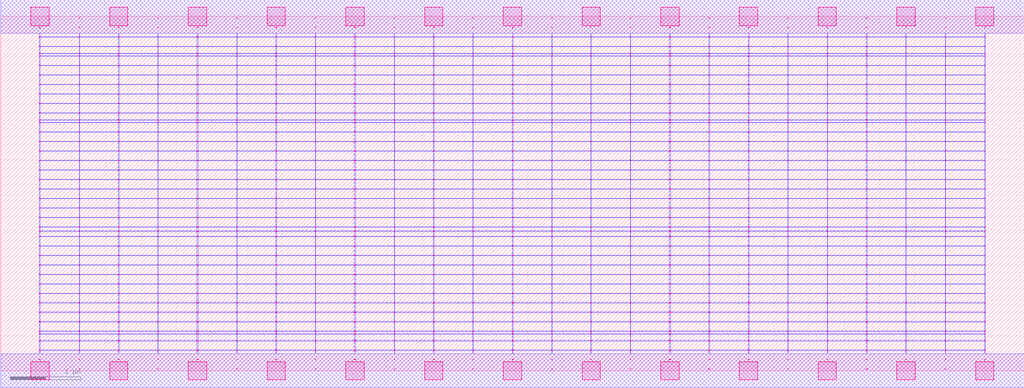
<source format=lef>
MACRO AOAAAOI21132_DEBUG
 CLASS CORE ;
 FOREIGN AOAAAOI21132_DEBUG 0 0 ;
 SIZE 14.56 BY 5.04 ;
 ORIGIN 0 0 ;
 SYMMETRY X Y R90 ;
 SITE unit ;

 OBS
    LAYER polycont ;
     RECT 7.27600000 2.58300000 7.28900000 2.59100000 ;
     RECT 7.27600000 2.71800000 7.28900000 2.72600000 ;
     RECT 7.27600000 2.85300000 7.28900000 2.86100000 ;
     RECT 7.27600000 2.98800000 7.28900000 2.99600000 ;
     RECT 10.63100000 2.58300000 10.64900000 2.59100000 ;
     RECT 10.63100000 2.71800000 10.64900000 2.72600000 ;
     RECT 10.63100000 2.85300000 10.64900000 2.86100000 ;
     RECT 10.63100000 2.98800000 10.64900000 2.99600000 ;
     RECT 12.31600000 3.79800000 12.32400000 3.80600000 ;
     RECT 12.87600000 3.79800000 12.88400000 3.80600000 ;
     RECT 13.43600000 3.79800000 13.44400000 3.80600000 ;
     RECT 13.99600000 3.79800000 14.00400000 3.80600000 ;
     RECT 12.31600000 3.93300000 12.32400000 3.94100000 ;
     RECT 12.87600000 3.93300000 12.88400000 3.94100000 ;
     RECT 13.43600000 3.93300000 13.44400000 3.94100000 ;
     RECT 13.99600000 3.93300000 14.00400000 3.94100000 ;
     RECT 12.31600000 4.06800000 12.32400000 4.07600000 ;
     RECT 12.87600000 4.06800000 12.88400000 4.07600000 ;
     RECT 13.43600000 4.06800000 13.44400000 4.07600000 ;
     RECT 13.99600000 4.06800000 14.00400000 4.07600000 ;
     RECT 12.31600000 4.20300000 12.32400000 4.21100000 ;
     RECT 12.87600000 4.20300000 12.88400000 4.21100000 ;
     RECT 13.43600000 4.20300000 13.44400000 4.21100000 ;
     RECT 13.99600000 4.20300000 14.00400000 4.21100000 ;
     RECT 12.31600000 4.33800000 12.32400000 4.34600000 ;
     RECT 12.87600000 4.33800000 12.88400000 4.34600000 ;
     RECT 13.43600000 4.33800000 13.44400000 4.34600000 ;
     RECT 13.99600000 4.33800000 14.00400000 4.34600000 ;
     RECT 12.31600000 4.47300000 12.32400000 4.48100000 ;
     RECT 12.87600000 4.47300000 12.88400000 4.48100000 ;
     RECT 13.43600000 4.47300000 13.44400000 4.48100000 ;
     RECT 13.99600000 4.47300000 14.00400000 4.48100000 ;
     RECT 12.31600000 4.51100000 12.32400000 4.51900000 ;
     RECT 12.87600000 4.51100000 12.88400000 4.51900000 ;
     RECT 13.43600000 4.51100000 13.44400000 4.51900000 ;
     RECT 13.99600000 4.51100000 14.00400000 4.51900000 ;
     RECT 12.31600000 4.60800000 12.32400000 4.61600000 ;
     RECT 12.87600000 4.60800000 12.88400000 4.61600000 ;
     RECT 13.43600000 4.60800000 13.44400000 4.61600000 ;
     RECT 13.99600000 4.60800000 14.00400000 4.61600000 ;
     RECT 12.31600000 4.74300000 12.32400000 4.75100000 ;
     RECT 12.87600000 4.74300000 12.88400000 4.75100000 ;
     RECT 13.43600000 4.74300000 13.44400000 4.75100000 ;
     RECT 13.99600000 4.74300000 14.00400000 4.75100000 ;
     RECT 12.31600000 4.87800000 12.32400000 4.88600000 ;
     RECT 12.87600000 4.87800000 12.88400000 4.88600000 ;
     RECT 13.43600000 4.87800000 13.44400000 4.88600000 ;
     RECT 13.99600000 4.87800000 14.00400000 4.88600000 ;
     RECT 7.83600000 4.74300000 7.84400000 4.75100000 ;
     RECT 7.83600000 4.47300000 7.84400000 4.48100000 ;
     RECT 7.83600000 4.33800000 7.84400000 4.34600000 ;
     RECT 7.83600000 3.93300000 7.84400000 3.94100000 ;
     RECT 7.83600000 4.60800000 7.84400000 4.61600000 ;
     RECT 7.83600000 4.87800000 7.84400000 4.88600000 ;
     RECT 7.83600000 4.06800000 7.84400000 4.07600000 ;
     RECT 7.83600000 3.79800000 7.84400000 3.80600000 ;
     RECT 7.83600000 4.51100000 7.84400000 4.51900000 ;
     RECT 7.83600000 4.20300000 7.84400000 4.21100000 ;
     RECT 7.83600000 3.56100000 7.84400000 3.56900000 ;
     RECT 7.83600000 3.66300000 7.84400000 3.67100000 ;
     RECT 7.83600000 2.71800000 7.84400000 2.72600000 ;
     RECT 8.39100000 2.71800000 8.40400000 2.72600000 ;
     RECT 8.95600000 2.71800000 8.96400000 2.72600000 ;
     RECT 9.51100000 2.71800000 9.52900000 2.72600000 ;
     RECT 10.07600000 2.71800000 10.08400000 2.72600000 ;
     RECT 10.07600000 2.58300000 10.08400000 2.59100000 ;
     RECT 8.39100000 2.58300000 8.40400000 2.59100000 ;
     RECT 7.83600000 2.85300000 7.84400000 2.86100000 ;
     RECT 8.39100000 2.85300000 8.40400000 2.86100000 ;
     RECT 8.95600000 2.85300000 8.96400000 2.86100000 ;
     RECT 9.51100000 2.85300000 9.52900000 2.86100000 ;
     RECT 10.07600000 2.85300000 10.08400000 2.86100000 ;
     RECT 9.51100000 2.58300000 9.52900000 2.59100000 ;
     RECT 8.95600000 2.58300000 8.96400000 2.59100000 ;
     RECT 7.83600000 2.98800000 7.84400000 2.99600000 ;
     RECT 8.39100000 2.98800000 8.40400000 2.99600000 ;
     RECT 8.95600000 2.98800000 8.96400000 2.99600000 ;
     RECT 9.51100000 2.98800000 9.52900000 2.99600000 ;
     RECT 10.07600000 2.98800000 10.08400000 2.99600000 ;
     RECT 7.83600000 2.58300000 7.84400000 2.59100000 ;
     RECT 7.83600000 3.12300000 7.84400000 3.13100000 ;
     RECT 7.83600000 3.25800000 7.84400000 3.26600000 ;
     RECT 7.83600000 3.39300000 7.84400000 3.40100000 ;
     RECT 7.83600000 3.52800000 7.84400000 3.53600000 ;
     RECT 12.87600000 2.85300000 12.88400000 2.86100000 ;
     RECT 13.43600000 2.85300000 13.44400000 2.86100000 ;
     RECT 13.99600000 2.85300000 14.00400000 2.86100000 ;
     RECT 11.75600000 2.71800000 11.76900000 2.72600000 ;
     RECT 12.31600000 2.71800000 12.32400000 2.72600000 ;
     RECT 12.87600000 2.71800000 12.88400000 2.72600000 ;
     RECT 13.43600000 2.71800000 13.44400000 2.72600000 ;
     RECT 13.99600000 2.71800000 14.00400000 2.72600000 ;
     RECT 11.75600000 2.58300000 11.76900000 2.59100000 ;
     RECT 12.31600000 2.58300000 12.32400000 2.59100000 ;
     RECT 11.19600000 2.98800000 11.20400000 2.99600000 ;
     RECT 11.75600000 2.98800000 11.76900000 2.99600000 ;
     RECT 12.31600000 2.98800000 12.32400000 2.99600000 ;
     RECT 12.87600000 2.98800000 12.88400000 2.99600000 ;
     RECT 13.43600000 2.98800000 13.44400000 2.99600000 ;
     RECT 13.99600000 2.98800000 14.00400000 2.99600000 ;
     RECT 12.87600000 2.58300000 12.88400000 2.59100000 ;
     RECT 12.31600000 3.12300000 12.32400000 3.13100000 ;
     RECT 12.87600000 3.12300000 12.88400000 3.13100000 ;
     RECT 13.43600000 3.12300000 13.44400000 3.13100000 ;
     RECT 13.99600000 3.12300000 14.00400000 3.13100000 ;
     RECT 13.43600000 2.58300000 13.44400000 2.59100000 ;
     RECT 12.31600000 3.25800000 12.32400000 3.26600000 ;
     RECT 12.87600000 3.25800000 12.88400000 3.26600000 ;
     RECT 13.43600000 3.25800000 13.44400000 3.26600000 ;
     RECT 13.99600000 3.25800000 14.00400000 3.26600000 ;
     RECT 13.99600000 2.58300000 14.00400000 2.59100000 ;
     RECT 12.31600000 3.39300000 12.32400000 3.40100000 ;
     RECT 12.87600000 3.39300000 12.88400000 3.40100000 ;
     RECT 13.43600000 3.39300000 13.44400000 3.40100000 ;
     RECT 13.99600000 3.39300000 14.00400000 3.40100000 ;
     RECT 11.19600000 2.58300000 11.20400000 2.59100000 ;
     RECT 12.31600000 3.52800000 12.32400000 3.53600000 ;
     RECT 12.87600000 3.52800000 12.88400000 3.53600000 ;
     RECT 13.43600000 3.52800000 13.44400000 3.53600000 ;
     RECT 13.99600000 3.52800000 14.00400000 3.53600000 ;
     RECT 11.19600000 2.71800000 11.20400000 2.72600000 ;
     RECT 12.31600000 3.56100000 12.32400000 3.56900000 ;
     RECT 12.87600000 3.56100000 12.88400000 3.56900000 ;
     RECT 13.43600000 3.56100000 13.44400000 3.56900000 ;
     RECT 13.99600000 3.56100000 14.00400000 3.56900000 ;
     RECT 11.19600000 2.85300000 11.20400000 2.86100000 ;
     RECT 12.31600000 3.66300000 12.32400000 3.67100000 ;
     RECT 12.87600000 3.66300000 12.88400000 3.67100000 ;
     RECT 13.43600000 3.66300000 13.44400000 3.67100000 ;
     RECT 13.99600000 3.66300000 14.00400000 3.67100000 ;
     RECT 11.75600000 2.85300000 11.76900000 2.86100000 ;
     RECT 12.31600000 2.85300000 12.32400000 2.86100000 ;
     RECT 5.59600000 2.98800000 5.60400000 2.99600000 ;
     RECT 6.15100000 2.98800000 6.16900000 2.99600000 ;
     RECT 6.71600000 2.98800000 6.72400000 2.99600000 ;
     RECT 2.23600000 2.58300000 2.24400000 2.59100000 ;
     RECT 2.79100000 2.58300000 2.80900000 2.59100000 ;
     RECT 3.35600000 2.58300000 3.36400000 2.59100000 ;
     RECT 3.91100000 2.58300000 3.92900000 2.59100000 ;
     RECT 4.47600000 2.58300000 4.48400000 2.59100000 ;
     RECT 5.03100000 2.58300000 5.04900000 2.59100000 ;
     RECT 5.59600000 2.58300000 5.60400000 2.59100000 ;
     RECT 6.15100000 2.58300000 6.16900000 2.59100000 ;
     RECT 6.71600000 2.58300000 6.72400000 2.59100000 ;
     RECT 0.55100000 2.58300000 0.56400000 2.59100000 ;
     RECT 0.55100000 2.71800000 0.56400000 2.72600000 ;
     RECT 0.55100000 2.85300000 0.56400000 2.86100000 ;
     RECT 1.11600000 2.85300000 1.12400000 2.86100000 ;
     RECT 1.67100000 2.85300000 1.68900000 2.86100000 ;
     RECT 2.23600000 2.85300000 2.24400000 2.86100000 ;
     RECT 2.79100000 2.85300000 2.80900000 2.86100000 ;
     RECT 3.35600000 2.85300000 3.36400000 2.86100000 ;
     RECT 3.91100000 2.85300000 3.92900000 2.86100000 ;
     RECT 4.47600000 2.85300000 4.48400000 2.86100000 ;
     RECT 5.03100000 2.85300000 5.04900000 2.86100000 ;
     RECT 5.59600000 2.85300000 5.60400000 2.86100000 ;
     RECT 6.15100000 2.85300000 6.16900000 2.86100000 ;
     RECT 6.71600000 2.85300000 6.72400000 2.86100000 ;
     RECT 1.11600000 2.71800000 1.12400000 2.72600000 ;
     RECT 1.67100000 2.71800000 1.68900000 2.72600000 ;
     RECT 2.23600000 2.71800000 2.24400000 2.72600000 ;
     RECT 2.79100000 2.71800000 2.80900000 2.72600000 ;
     RECT 3.35600000 2.71800000 3.36400000 2.72600000 ;
     RECT 3.91100000 2.71800000 3.92900000 2.72600000 ;
     RECT 4.47600000 2.71800000 4.48400000 2.72600000 ;
     RECT 5.03100000 2.71800000 5.04900000 2.72600000 ;
     RECT 5.59600000 2.71800000 5.60400000 2.72600000 ;
     RECT 6.15100000 2.71800000 6.16900000 2.72600000 ;
     RECT 6.71600000 2.71800000 6.72400000 2.72600000 ;
     RECT 1.11600000 2.58300000 1.12400000 2.59100000 ;
     RECT 1.67100000 2.58300000 1.68900000 2.59100000 ;
     RECT 0.55100000 2.98800000 0.56400000 2.99600000 ;
     RECT 1.11600000 2.98800000 1.12400000 2.99600000 ;
     RECT 1.67100000 2.98800000 1.68900000 2.99600000 ;
     RECT 2.23600000 2.98800000 2.24400000 2.99600000 ;
     RECT 2.79100000 2.98800000 2.80900000 2.99600000 ;
     RECT 3.35600000 2.98800000 3.36400000 2.99600000 ;
     RECT 3.91100000 2.98800000 3.92900000 2.99600000 ;
     RECT 4.47600000 2.98800000 4.48400000 2.99600000 ;
     RECT 5.03100000 2.98800000 5.04900000 2.99600000 ;
     RECT 3.35600000 1.36800000 3.36400000 1.37600000 ;
     RECT 5.59600000 1.36800000 5.60400000 1.37600000 ;
     RECT 3.35600000 1.50300000 3.36400000 1.51100000 ;
     RECT 5.59600000 1.50300000 5.60400000 1.51100000 ;
     RECT 3.35600000 1.63800000 3.36400000 1.64600000 ;
     RECT 5.59600000 1.63800000 5.60400000 1.64600000 ;
     RECT 3.35600000 1.77300000 3.36400000 1.78100000 ;
     RECT 5.59600000 1.77300000 5.60400000 1.78100000 ;
     RECT 3.35600000 1.90800000 3.36400000 1.91600000 ;
     RECT 5.59600000 1.90800000 5.60400000 1.91600000 ;
     RECT 3.35600000 1.98100000 3.36400000 1.98900000 ;
     RECT 5.59600000 1.98100000 5.60400000 1.98900000 ;
     RECT 3.35600000 2.04300000 3.36400000 2.05100000 ;
     RECT 5.59600000 2.04300000 5.60400000 2.05100000 ;
     RECT 3.35600000 2.17800000 3.36400000 2.18600000 ;
     RECT 5.59600000 2.17800000 5.60400000 2.18600000 ;
     RECT 3.35600000 2.31300000 3.36400000 2.32100000 ;
     RECT 5.59600000 2.31300000 5.60400000 2.32100000 ;
     RECT 3.35600000 2.44800000 3.36400000 2.45600000 ;
     RECT 5.59600000 2.44800000 5.60400000 2.45600000 ;
     RECT 3.35600000 0.15300000 3.36400000 0.16100000 ;
     RECT 5.59600000 0.15300000 5.60400000 0.16100000 ;
     RECT 3.35600000 0.28800000 3.36400000 0.29600000 ;
     RECT 5.59600000 0.28800000 5.60400000 0.29600000 ;
     RECT 3.35600000 0.42300000 3.36400000 0.43100000 ;
     RECT 5.59600000 0.42300000 5.60400000 0.43100000 ;
     RECT 3.35600000 0.52100000 3.36400000 0.52900000 ;
     RECT 5.59600000 0.52100000 5.60400000 0.52900000 ;
     RECT 3.35600000 0.55800000 3.36400000 0.56600000 ;
     RECT 5.59600000 0.55800000 5.60400000 0.56600000 ;
     RECT 3.35600000 0.69300000 3.36400000 0.70100000 ;
     RECT 5.59600000 0.69300000 5.60400000 0.70100000 ;
     RECT 3.35600000 0.82800000 3.36400000 0.83600000 ;
     RECT 5.59600000 0.82800000 5.60400000 0.83600000 ;
     RECT 3.35600000 0.96300000 3.36400000 0.97100000 ;
     RECT 5.59600000 0.96300000 5.60400000 0.97100000 ;
     RECT 3.35600000 1.09800000 3.36400000 1.10600000 ;
     RECT 5.59600000 1.09800000 5.60400000 1.10600000 ;
     RECT 3.35600000 1.23300000 3.36400000 1.24100000 ;
     RECT 5.59600000 1.23300000 5.60400000 1.24100000 ;
     RECT 10.07600000 0.42300000 10.08400000 0.43100000 ;
     RECT 10.07600000 1.77300000 10.08400000 1.78100000 ;
     RECT 10.07600000 0.15300000 10.08400000 0.16100000 ;
     RECT 10.07600000 1.23300000 10.08400000 1.24100000 ;
     RECT 10.07600000 1.90800000 10.08400000 1.91600000 ;
     RECT 10.07600000 0.82800000 10.08400000 0.83600000 ;
     RECT 10.07600000 0.55800000 10.08400000 0.56600000 ;
     RECT 10.07600000 1.98100000 10.08400000 1.98900000 ;
     RECT 10.07600000 1.36800000 10.08400000 1.37600000 ;
     RECT 10.07600000 0.28800000 10.08400000 0.29600000 ;
     RECT 10.07600000 2.04300000 10.08400000 2.05100000 ;
     RECT 10.07600000 0.96300000 10.08400000 0.97100000 ;
     RECT 10.07600000 1.50300000 10.08400000 1.51100000 ;
     RECT 10.07600000 2.17800000 10.08400000 2.18600000 ;
     RECT 10.07600000 0.52100000 10.08400000 0.52900000 ;
     RECT 10.07600000 0.69300000 10.08400000 0.70100000 ;
     RECT 10.07600000 2.31300000 10.08400000 2.32100000 ;
     RECT 10.07600000 1.63800000 10.08400000 1.64600000 ;
     RECT 10.07600000 1.09800000 10.08400000 1.10600000 ;
     RECT 10.07600000 2.44800000 10.08400000 2.45600000 ;

    LAYER pdiffc ;
     RECT 0.55100000 3.39300000 0.55900000 3.40100000 ;
     RECT 7.28100000 3.39300000 7.28900000 3.40100000 ;
     RECT 8.39100000 3.39300000 8.39900000 3.40100000 ;
     RECT 11.76100000 3.39300000 11.76900000 3.40100000 ;
     RECT 0.55100000 3.52800000 0.55900000 3.53600000 ;
     RECT 7.28100000 3.52800000 7.28900000 3.53600000 ;
     RECT 8.39100000 3.52800000 8.39900000 3.53600000 ;
     RECT 11.76100000 3.52800000 11.76900000 3.53600000 ;
     RECT 0.55100000 3.56100000 0.55900000 3.56900000 ;
     RECT 7.28100000 3.56100000 7.28900000 3.56900000 ;
     RECT 8.39100000 3.56100000 8.39900000 3.56900000 ;
     RECT 11.76100000 3.56100000 11.76900000 3.56900000 ;
     RECT 0.55100000 3.66300000 0.55900000 3.67100000 ;
     RECT 7.28100000 3.66300000 7.28900000 3.67100000 ;
     RECT 8.39100000 3.66300000 8.39900000 3.67100000 ;
     RECT 11.76100000 3.66300000 11.76900000 3.67100000 ;
     RECT 0.55100000 3.79800000 0.55900000 3.80600000 ;
     RECT 7.28100000 3.79800000 7.28900000 3.80600000 ;
     RECT 8.39100000 3.79800000 8.39900000 3.80600000 ;
     RECT 11.76100000 3.79800000 11.76900000 3.80600000 ;
     RECT 0.55100000 3.93300000 0.55900000 3.94100000 ;
     RECT 7.28100000 3.93300000 7.28900000 3.94100000 ;
     RECT 8.39100000 3.93300000 8.39900000 3.94100000 ;
     RECT 11.76100000 3.93300000 11.76900000 3.94100000 ;
     RECT 0.55100000 4.06800000 0.55900000 4.07600000 ;
     RECT 7.28100000 4.06800000 7.28900000 4.07600000 ;
     RECT 8.39100000 4.06800000 8.39900000 4.07600000 ;
     RECT 11.76100000 4.06800000 11.76900000 4.07600000 ;
     RECT 0.55100000 4.20300000 0.55900000 4.21100000 ;
     RECT 7.28100000 4.20300000 7.28900000 4.21100000 ;
     RECT 8.39100000 4.20300000 8.39900000 4.21100000 ;
     RECT 11.76100000 4.20300000 11.76900000 4.21100000 ;
     RECT 0.55100000 4.33800000 0.55900000 4.34600000 ;
     RECT 7.28100000 4.33800000 7.28900000 4.34600000 ;
     RECT 8.39100000 4.33800000 8.39900000 4.34600000 ;
     RECT 11.76100000 4.33800000 11.76900000 4.34600000 ;
     RECT 0.55100000 4.47300000 0.55900000 4.48100000 ;
     RECT 7.28100000 4.47300000 7.28900000 4.48100000 ;
     RECT 8.39100000 4.47300000 8.39900000 4.48100000 ;
     RECT 11.76100000 4.47300000 11.76900000 4.48100000 ;
     RECT 0.55100000 4.51100000 0.55900000 4.51900000 ;
     RECT 7.28100000 4.51100000 7.28900000 4.51900000 ;
     RECT 8.39100000 4.51100000 8.39900000 4.51900000 ;
     RECT 11.76100000 4.51100000 11.76900000 4.51900000 ;
     RECT 0.55100000 4.60800000 0.55900000 4.61600000 ;
     RECT 7.28100000 4.60800000 7.28900000 4.61600000 ;
     RECT 8.39100000 4.60800000 8.39900000 4.61600000 ;
     RECT 11.76100000 4.60800000 11.76900000 4.61600000 ;

    LAYER ndiffc ;
     RECT 7.27600000 0.42300000 7.28900000 0.43100000 ;
     RECT 7.27600000 0.52100000 7.28900000 0.52900000 ;
     RECT 7.27600000 0.55800000 7.28900000 0.56600000 ;
     RECT 7.27600000 0.69300000 7.28900000 0.70100000 ;
     RECT 7.27600000 0.82800000 7.28900000 0.83600000 ;
     RECT 7.27600000 0.96300000 7.28900000 0.97100000 ;
     RECT 7.27600000 1.09800000 7.28900000 1.10600000 ;
     RECT 7.27600000 1.23300000 7.28900000 1.24100000 ;
     RECT 7.27600000 1.36800000 7.28900000 1.37600000 ;
     RECT 7.27600000 1.50300000 7.28900000 1.51100000 ;
     RECT 7.27600000 1.63800000 7.28900000 1.64600000 ;
     RECT 7.27600000 1.77300000 7.28900000 1.78100000 ;
     RECT 7.27600000 1.90800000 7.28900000 1.91600000 ;
     RECT 7.27600000 1.98100000 7.28900000 1.98900000 ;
     RECT 7.27600000 2.04300000 7.28900000 2.05100000 ;
     RECT 8.39100000 0.55800000 8.40400000 0.56600000 ;
     RECT 9.51100000 0.55800000 9.52900000 0.56600000 ;
     RECT 10.63100000 0.55800000 10.64900000 0.56600000 ;
     RECT 11.75600000 0.55800000 11.76900000 0.56600000 ;
     RECT 12.87600000 0.55800000 12.88400000 0.56600000 ;
     RECT 13.99600000 0.55800000 14.00400000 0.56600000 ;
     RECT 10.63100000 0.42300000 10.64900000 0.43100000 ;
     RECT 8.39100000 0.69300000 8.40400000 0.70100000 ;
     RECT 9.51100000 0.69300000 9.52900000 0.70100000 ;
     RECT 10.63100000 0.69300000 10.64900000 0.70100000 ;
     RECT 11.75600000 0.69300000 11.76900000 0.70100000 ;
     RECT 12.87600000 0.69300000 12.88400000 0.70100000 ;
     RECT 13.99600000 0.69300000 14.00400000 0.70100000 ;
     RECT 11.75600000 0.42300000 11.76900000 0.43100000 ;
     RECT 8.39100000 0.82800000 8.40400000 0.83600000 ;
     RECT 9.51100000 0.82800000 9.52900000 0.83600000 ;
     RECT 10.63100000 0.82800000 10.64900000 0.83600000 ;
     RECT 11.75600000 0.82800000 11.76900000 0.83600000 ;
     RECT 12.87600000 0.82800000 12.88400000 0.83600000 ;
     RECT 13.99600000 0.82800000 14.00400000 0.83600000 ;
     RECT 12.87600000 0.42300000 12.88400000 0.43100000 ;
     RECT 8.39100000 0.96300000 8.40400000 0.97100000 ;
     RECT 9.51100000 0.96300000 9.52900000 0.97100000 ;
     RECT 10.63100000 0.96300000 10.64900000 0.97100000 ;
     RECT 11.75600000 0.96300000 11.76900000 0.97100000 ;
     RECT 12.87600000 0.96300000 12.88400000 0.97100000 ;
     RECT 13.99600000 0.96300000 14.00400000 0.97100000 ;
     RECT 13.99600000 0.42300000 14.00400000 0.43100000 ;
     RECT 8.39100000 1.09800000 8.40400000 1.10600000 ;
     RECT 9.51100000 1.09800000 9.52900000 1.10600000 ;
     RECT 10.63100000 1.09800000 10.64900000 1.10600000 ;
     RECT 11.75600000 1.09800000 11.76900000 1.10600000 ;
     RECT 12.87600000 1.09800000 12.88400000 1.10600000 ;
     RECT 13.99600000 1.09800000 14.00400000 1.10600000 ;
     RECT 8.39100000 0.42300000 8.40400000 0.43100000 ;
     RECT 8.39100000 1.23300000 8.40400000 1.24100000 ;
     RECT 9.51100000 1.23300000 9.52900000 1.24100000 ;
     RECT 10.63100000 1.23300000 10.64900000 1.24100000 ;
     RECT 11.75600000 1.23300000 11.76900000 1.24100000 ;
     RECT 12.87600000 1.23300000 12.88400000 1.24100000 ;
     RECT 13.99600000 1.23300000 14.00400000 1.24100000 ;
     RECT 8.39100000 0.52100000 8.40400000 0.52900000 ;
     RECT 8.39100000 1.36800000 8.40400000 1.37600000 ;
     RECT 9.51100000 1.36800000 9.52900000 1.37600000 ;
     RECT 10.63100000 1.36800000 10.64900000 1.37600000 ;
     RECT 11.75600000 1.36800000 11.76900000 1.37600000 ;
     RECT 12.87600000 1.36800000 12.88400000 1.37600000 ;
     RECT 13.99600000 1.36800000 14.00400000 1.37600000 ;
     RECT 9.51100000 0.52100000 9.52900000 0.52900000 ;
     RECT 8.39100000 1.50300000 8.40400000 1.51100000 ;
     RECT 9.51100000 1.50300000 9.52900000 1.51100000 ;
     RECT 10.63100000 1.50300000 10.64900000 1.51100000 ;
     RECT 11.75600000 1.50300000 11.76900000 1.51100000 ;
     RECT 12.87600000 1.50300000 12.88400000 1.51100000 ;
     RECT 13.99600000 1.50300000 14.00400000 1.51100000 ;
     RECT 10.63100000 0.52100000 10.64900000 0.52900000 ;
     RECT 8.39100000 1.63800000 8.40400000 1.64600000 ;
     RECT 9.51100000 1.63800000 9.52900000 1.64600000 ;
     RECT 10.63100000 1.63800000 10.64900000 1.64600000 ;
     RECT 11.75600000 1.63800000 11.76900000 1.64600000 ;
     RECT 12.87600000 1.63800000 12.88400000 1.64600000 ;
     RECT 13.99600000 1.63800000 14.00400000 1.64600000 ;
     RECT 11.75600000 0.52100000 11.76900000 0.52900000 ;
     RECT 8.39100000 1.77300000 8.40400000 1.78100000 ;
     RECT 9.51100000 1.77300000 9.52900000 1.78100000 ;
     RECT 10.63100000 1.77300000 10.64900000 1.78100000 ;
     RECT 11.75600000 1.77300000 11.76900000 1.78100000 ;
     RECT 12.87600000 1.77300000 12.88400000 1.78100000 ;
     RECT 13.99600000 1.77300000 14.00400000 1.78100000 ;
     RECT 12.87600000 0.52100000 12.88400000 0.52900000 ;
     RECT 8.39100000 1.90800000 8.40400000 1.91600000 ;
     RECT 9.51100000 1.90800000 9.52900000 1.91600000 ;
     RECT 10.63100000 1.90800000 10.64900000 1.91600000 ;
     RECT 11.75600000 1.90800000 11.76900000 1.91600000 ;
     RECT 12.87600000 1.90800000 12.88400000 1.91600000 ;
     RECT 13.99600000 1.90800000 14.00400000 1.91600000 ;
     RECT 13.99600000 0.52100000 14.00400000 0.52900000 ;
     RECT 8.39100000 1.98100000 8.40400000 1.98900000 ;
     RECT 9.51100000 1.98100000 9.52900000 1.98900000 ;
     RECT 10.63100000 1.98100000 10.64900000 1.98900000 ;
     RECT 11.75600000 1.98100000 11.76900000 1.98900000 ;
     RECT 12.87600000 1.98100000 12.88400000 1.98900000 ;
     RECT 13.99600000 1.98100000 14.00400000 1.98900000 ;
     RECT 9.51100000 0.42300000 9.52900000 0.43100000 ;
     RECT 8.39100000 2.04300000 8.40400000 2.05100000 ;
     RECT 9.51100000 2.04300000 9.52900000 2.05100000 ;
     RECT 10.63100000 2.04300000 10.64900000 2.05100000 ;
     RECT 11.75600000 2.04300000 11.76900000 2.05100000 ;
     RECT 12.87600000 2.04300000 12.88400000 2.05100000 ;
     RECT 13.99600000 2.04300000 14.00400000 2.05100000 ;
     RECT 1.67100000 1.36800000 1.68900000 1.37600000 ;
     RECT 2.79100000 1.36800000 2.80900000 1.37600000 ;
     RECT 3.91100000 1.36800000 3.92900000 1.37600000 ;
     RECT 5.03100000 1.36800000 5.04900000 1.37600000 ;
     RECT 6.15100000 1.36800000 6.16900000 1.37600000 ;
     RECT 5.03100000 0.82800000 5.04900000 0.83600000 ;
     RECT 6.15100000 0.82800000 6.16900000 0.83600000 ;
     RECT 2.79100000 0.55800000 2.80900000 0.56600000 ;
     RECT 3.91100000 0.55800000 3.92900000 0.56600000 ;
     RECT 5.03100000 0.55800000 5.04900000 0.56600000 ;
     RECT 6.15100000 0.55800000 6.16900000 0.56600000 ;
     RECT 1.67100000 0.52100000 1.68900000 0.52900000 ;
     RECT 0.55100000 1.50300000 0.56400000 1.51100000 ;
     RECT 1.67100000 1.50300000 1.68900000 1.51100000 ;
     RECT 2.79100000 1.50300000 2.80900000 1.51100000 ;
     RECT 3.91100000 1.50300000 3.92900000 1.51100000 ;
     RECT 5.03100000 1.50300000 5.04900000 1.51100000 ;
     RECT 6.15100000 1.50300000 6.16900000 1.51100000 ;
     RECT 2.79100000 0.52100000 2.80900000 0.52900000 ;
     RECT 3.91100000 0.52100000 3.92900000 0.52900000 ;
     RECT 0.55100000 0.96300000 0.56400000 0.97100000 ;
     RECT 1.67100000 0.96300000 1.68900000 0.97100000 ;
     RECT 2.79100000 0.96300000 2.80900000 0.97100000 ;
     RECT 3.91100000 0.96300000 3.92900000 0.97100000 ;
     RECT 5.03100000 0.96300000 5.04900000 0.97100000 ;
     RECT 0.55100000 1.63800000 0.56400000 1.64600000 ;
     RECT 1.67100000 1.63800000 1.68900000 1.64600000 ;
     RECT 2.79100000 1.63800000 2.80900000 1.64600000 ;
     RECT 3.91100000 1.63800000 3.92900000 1.64600000 ;
     RECT 5.03100000 1.63800000 5.04900000 1.64600000 ;
     RECT 6.15100000 1.63800000 6.16900000 1.64600000 ;
     RECT 6.15100000 0.96300000 6.16900000 0.97100000 ;
     RECT 5.03100000 0.52100000 5.04900000 0.52900000 ;
     RECT 6.15100000 0.52100000 6.16900000 0.52900000 ;
     RECT 1.67100000 0.42300000 1.68900000 0.43100000 ;
     RECT 2.79100000 0.42300000 2.80900000 0.43100000 ;
     RECT 0.55100000 0.69300000 0.56400000 0.70100000 ;
     RECT 1.67100000 0.69300000 1.68900000 0.70100000 ;
     RECT 0.55100000 1.77300000 0.56400000 1.78100000 ;
     RECT 1.67100000 1.77300000 1.68900000 1.78100000 ;
     RECT 2.79100000 1.77300000 2.80900000 1.78100000 ;
     RECT 3.91100000 1.77300000 3.92900000 1.78100000 ;
     RECT 5.03100000 1.77300000 5.04900000 1.78100000 ;
     RECT 6.15100000 1.77300000 6.16900000 1.78100000 ;
     RECT 2.79100000 0.69300000 2.80900000 0.70100000 ;
     RECT 0.55100000 1.09800000 0.56400000 1.10600000 ;
     RECT 1.67100000 1.09800000 1.68900000 1.10600000 ;
     RECT 2.79100000 1.09800000 2.80900000 1.10600000 ;
     RECT 3.91100000 1.09800000 3.92900000 1.10600000 ;
     RECT 5.03100000 1.09800000 5.04900000 1.10600000 ;
     RECT 6.15100000 1.09800000 6.16900000 1.10600000 ;
     RECT 0.55100000 1.90800000 0.56400000 1.91600000 ;
     RECT 1.67100000 1.90800000 1.68900000 1.91600000 ;
     RECT 2.79100000 1.90800000 2.80900000 1.91600000 ;
     RECT 3.91100000 1.90800000 3.92900000 1.91600000 ;
     RECT 5.03100000 1.90800000 5.04900000 1.91600000 ;
     RECT 6.15100000 1.90800000 6.16900000 1.91600000 ;
     RECT 3.91100000 0.69300000 3.92900000 0.70100000 ;
     RECT 5.03100000 0.69300000 5.04900000 0.70100000 ;
     RECT 6.15100000 0.69300000 6.16900000 0.70100000 ;
     RECT 3.91100000 0.42300000 3.92900000 0.43100000 ;
     RECT 5.03100000 0.42300000 5.04900000 0.43100000 ;
     RECT 6.15100000 0.42300000 6.16900000 0.43100000 ;
     RECT 0.55100000 0.42300000 0.56400000 0.43100000 ;
     RECT 0.55100000 1.98100000 0.56400000 1.98900000 ;
     RECT 1.67100000 1.98100000 1.68900000 1.98900000 ;
     RECT 2.79100000 1.98100000 2.80900000 1.98900000 ;
     RECT 3.91100000 1.98100000 3.92900000 1.98900000 ;
     RECT 5.03100000 1.98100000 5.04900000 1.98900000 ;
     RECT 6.15100000 1.98100000 6.16900000 1.98900000 ;
     RECT 0.55100000 1.23300000 0.56400000 1.24100000 ;
     RECT 1.67100000 1.23300000 1.68900000 1.24100000 ;
     RECT 2.79100000 1.23300000 2.80900000 1.24100000 ;
     RECT 3.91100000 1.23300000 3.92900000 1.24100000 ;
     RECT 5.03100000 1.23300000 5.04900000 1.24100000 ;
     RECT 6.15100000 1.23300000 6.16900000 1.24100000 ;
     RECT 0.55100000 0.52100000 0.56400000 0.52900000 ;
     RECT 0.55100000 2.04300000 0.56400000 2.05100000 ;
     RECT 1.67100000 2.04300000 1.68900000 2.05100000 ;
     RECT 2.79100000 2.04300000 2.80900000 2.05100000 ;
     RECT 3.91100000 2.04300000 3.92900000 2.05100000 ;
     RECT 5.03100000 2.04300000 5.04900000 2.05100000 ;
     RECT 6.15100000 2.04300000 6.16900000 2.05100000 ;
     RECT 0.55100000 0.55800000 0.56400000 0.56600000 ;
     RECT 1.67100000 0.55800000 1.68900000 0.56600000 ;
     RECT 0.55100000 0.82800000 0.56400000 0.83600000 ;
     RECT 1.67100000 0.82800000 1.68900000 0.83600000 ;
     RECT 2.79100000 0.82800000 2.80900000 0.83600000 ;
     RECT 3.91100000 0.82800000 3.92900000 0.83600000 ;
     RECT 0.55100000 1.36800000 0.56400000 1.37600000 ;

    LAYER met1 ;
     RECT 0.00000000 -0.24000000 14.56000000 0.24000000 ;
     RECT 7.27600000 0.24000000 7.28900000 0.28800000 ;
     RECT 0.55100000 0.28800000 14.00400000 0.29600000 ;
     RECT 7.27600000 0.29600000 7.28900000 0.42300000 ;
     RECT 0.55100000 0.42300000 14.00400000 0.43100000 ;
     RECT 7.27600000 0.43100000 7.28900000 0.52100000 ;
     RECT 0.55100000 0.52100000 14.00400000 0.52900000 ;
     RECT 7.27600000 0.52900000 7.28900000 0.55800000 ;
     RECT 0.55100000 0.55800000 14.00400000 0.56600000 ;
     RECT 7.27600000 0.56600000 7.28900000 0.69300000 ;
     RECT 0.55100000 0.69300000 14.00400000 0.70100000 ;
     RECT 7.27600000 0.70100000 7.28900000 0.82800000 ;
     RECT 0.55100000 0.82800000 14.00400000 0.83600000 ;
     RECT 7.27600000 0.83600000 7.28900000 0.96300000 ;
     RECT 0.55100000 0.96300000 14.00400000 0.97100000 ;
     RECT 7.27600000 0.97100000 7.28900000 1.09800000 ;
     RECT 0.55100000 1.09800000 14.00400000 1.10600000 ;
     RECT 7.27600000 1.10600000 7.28900000 1.23300000 ;
     RECT 0.55100000 1.23300000 14.00400000 1.24100000 ;
     RECT 7.27600000 1.24100000 7.28900000 1.36800000 ;
     RECT 0.55100000 1.36800000 14.00400000 1.37600000 ;
     RECT 7.27600000 1.37600000 7.28900000 1.50300000 ;
     RECT 0.55100000 1.50300000 14.00400000 1.51100000 ;
     RECT 7.27600000 1.51100000 7.28900000 1.63800000 ;
     RECT 0.55100000 1.63800000 14.00400000 1.64600000 ;
     RECT 7.27600000 1.64600000 7.28900000 1.77300000 ;
     RECT 0.55100000 1.77300000 14.00400000 1.78100000 ;
     RECT 7.27600000 1.78100000 7.28900000 1.90800000 ;
     RECT 0.55100000 1.90800000 14.00400000 1.91600000 ;
     RECT 7.27600000 1.91600000 7.28900000 1.98100000 ;
     RECT 0.55100000 1.98100000 14.00400000 1.98900000 ;
     RECT 7.27600000 1.98900000 7.28900000 2.04300000 ;
     RECT 0.55100000 2.04300000 14.00400000 2.05100000 ;
     RECT 7.27600000 2.05100000 7.28900000 2.17800000 ;
     RECT 0.55100000 2.17800000 14.00400000 2.18600000 ;
     RECT 7.27600000 2.18600000 7.28900000 2.31300000 ;
     RECT 0.55100000 2.31300000 14.00400000 2.32100000 ;
     RECT 7.27600000 2.32100000 7.28900000 2.44800000 ;
     RECT 0.55100000 2.44800000 14.00400000 2.45600000 ;
     RECT 0.55100000 2.45600000 0.56400000 2.58300000 ;
     RECT 1.11600000 2.45600000 1.12400000 2.58300000 ;
     RECT 1.67100000 2.45600000 1.68900000 2.58300000 ;
     RECT 2.23600000 2.45600000 2.24400000 2.58300000 ;
     RECT 2.79100000 2.45600000 2.80900000 2.58300000 ;
     RECT 3.35600000 2.45600000 3.36400000 2.58300000 ;
     RECT 3.91100000 2.45600000 3.92900000 2.58300000 ;
     RECT 4.47600000 2.45600000 4.48400000 2.58300000 ;
     RECT 5.03100000 2.45600000 5.04900000 2.58300000 ;
     RECT 5.59600000 2.45600000 5.60400000 2.58300000 ;
     RECT 6.15100000 2.45600000 6.16900000 2.58300000 ;
     RECT 6.71600000 2.45600000 6.72400000 2.58300000 ;
     RECT 7.27600000 2.45600000 7.28900000 2.58300000 ;
     RECT 7.83600000 2.45600000 7.84400000 2.58300000 ;
     RECT 8.39100000 2.45600000 8.40400000 2.58300000 ;
     RECT 8.95600000 2.45600000 8.96400000 2.58300000 ;
     RECT 9.51100000 2.45600000 9.52900000 2.58300000 ;
     RECT 10.07600000 2.45600000 10.08400000 2.58300000 ;
     RECT 10.63100000 2.45600000 10.64900000 2.58300000 ;
     RECT 11.19600000 2.45600000 11.20400000 2.58300000 ;
     RECT 11.75600000 2.45600000 11.76900000 2.58300000 ;
     RECT 12.31600000 2.45600000 12.32400000 2.58300000 ;
     RECT 12.87600000 2.45600000 12.88400000 2.58300000 ;
     RECT 13.43600000 2.45600000 13.44400000 2.58300000 ;
     RECT 13.99600000 2.45600000 14.00400000 2.58300000 ;
     RECT 0.55100000 2.58300000 14.00400000 2.59100000 ;
     RECT 7.27600000 2.59100000 7.28900000 2.71800000 ;
     RECT 0.55100000 2.71800000 14.00400000 2.72600000 ;
     RECT 7.27600000 2.72600000 7.28900000 2.85300000 ;
     RECT 0.55100000 2.85300000 14.00400000 2.86100000 ;
     RECT 7.27600000 2.86100000 7.28900000 2.98800000 ;
     RECT 0.55100000 2.98800000 14.00400000 2.99600000 ;
     RECT 7.27600000 2.99600000 7.28900000 3.12300000 ;
     RECT 0.55100000 3.12300000 14.00400000 3.13100000 ;
     RECT 7.27600000 3.13100000 7.28900000 3.25800000 ;
     RECT 0.55100000 3.25800000 14.00400000 3.26600000 ;
     RECT 7.27600000 3.26600000 7.28900000 3.39300000 ;
     RECT 0.55100000 3.39300000 14.00400000 3.40100000 ;
     RECT 7.27600000 3.40100000 7.28900000 3.52800000 ;
     RECT 0.55100000 3.52800000 14.00400000 3.53600000 ;
     RECT 7.27600000 3.53600000 7.28900000 3.56100000 ;
     RECT 0.55100000 3.56100000 14.00400000 3.56900000 ;
     RECT 7.27600000 3.56900000 7.28900000 3.66300000 ;
     RECT 0.55100000 3.66300000 14.00400000 3.67100000 ;
     RECT 7.27600000 3.67100000 7.28900000 3.79800000 ;
     RECT 0.55100000 3.79800000 14.00400000 3.80600000 ;
     RECT 7.27600000 3.80600000 7.28900000 3.93300000 ;
     RECT 0.55100000 3.93300000 14.00400000 3.94100000 ;
     RECT 7.27600000 3.94100000 7.28900000 4.06800000 ;
     RECT 0.55100000 4.06800000 14.00400000 4.07600000 ;
     RECT 7.27600000 4.07600000 7.28900000 4.20300000 ;
     RECT 0.55100000 4.20300000 14.00400000 4.21100000 ;
     RECT 7.27600000 4.21100000 7.28900000 4.33800000 ;
     RECT 0.55100000 4.33800000 14.00400000 4.34600000 ;
     RECT 7.27600000 4.34600000 7.28900000 4.47300000 ;
     RECT 0.55100000 4.47300000 14.00400000 4.48100000 ;
     RECT 7.27600000 4.48100000 7.28900000 4.51100000 ;
     RECT 0.55100000 4.51100000 14.00400000 4.51900000 ;
     RECT 7.27600000 4.51900000 7.28900000 4.60800000 ;
     RECT 0.55100000 4.60800000 14.00400000 4.61600000 ;
     RECT 7.27600000 4.61600000 7.28900000 4.74300000 ;
     RECT 0.55100000 4.74300000 14.00400000 4.75100000 ;
     RECT 7.27600000 4.75100000 7.28900000 4.80000000 ;
     RECT 0.00000000 4.80000000 14.56000000 5.28000000 ;
     RECT 7.83600000 3.80600000 7.84400000 3.93300000 ;
     RECT 8.39100000 3.80600000 8.40400000 3.93300000 ;
     RECT 8.95600000 3.80600000 8.96400000 3.93300000 ;
     RECT 9.51100000 3.80600000 9.52900000 3.93300000 ;
     RECT 10.07600000 3.80600000 10.08400000 3.93300000 ;
     RECT 10.63100000 3.80600000 10.64900000 3.93300000 ;
     RECT 11.19600000 3.80600000 11.20400000 3.93300000 ;
     RECT 11.75600000 3.80600000 11.76900000 3.93300000 ;
     RECT 12.31600000 3.80600000 12.32400000 3.93300000 ;
     RECT 12.87600000 3.80600000 12.88400000 3.93300000 ;
     RECT 13.43600000 3.80600000 13.44400000 3.93300000 ;
     RECT 13.99600000 3.80600000 14.00400000 3.93300000 ;
     RECT 11.19600000 3.94100000 11.20400000 4.06800000 ;
     RECT 11.75600000 3.94100000 11.76900000 4.06800000 ;
     RECT 12.31600000 3.94100000 12.32400000 4.06800000 ;
     RECT 12.87600000 3.94100000 12.88400000 4.06800000 ;
     RECT 13.43600000 3.94100000 13.44400000 4.06800000 ;
     RECT 13.99600000 3.94100000 14.00400000 4.06800000 ;
     RECT 11.19600000 4.07600000 11.20400000 4.20300000 ;
     RECT 11.75600000 4.07600000 11.76900000 4.20300000 ;
     RECT 12.31600000 4.07600000 12.32400000 4.20300000 ;
     RECT 12.87600000 4.07600000 12.88400000 4.20300000 ;
     RECT 13.43600000 4.07600000 13.44400000 4.20300000 ;
     RECT 13.99600000 4.07600000 14.00400000 4.20300000 ;
     RECT 11.19600000 4.21100000 11.20400000 4.33800000 ;
     RECT 11.75600000 4.21100000 11.76900000 4.33800000 ;
     RECT 12.31600000 4.21100000 12.32400000 4.33800000 ;
     RECT 12.87600000 4.21100000 12.88400000 4.33800000 ;
     RECT 13.43600000 4.21100000 13.44400000 4.33800000 ;
     RECT 13.99600000 4.21100000 14.00400000 4.33800000 ;
     RECT 11.19600000 4.34600000 11.20400000 4.47300000 ;
     RECT 11.75600000 4.34600000 11.76900000 4.47300000 ;
     RECT 12.31600000 4.34600000 12.32400000 4.47300000 ;
     RECT 12.87600000 4.34600000 12.88400000 4.47300000 ;
     RECT 13.43600000 4.34600000 13.44400000 4.47300000 ;
     RECT 13.99600000 4.34600000 14.00400000 4.47300000 ;
     RECT 11.19600000 4.48100000 11.20400000 4.51100000 ;
     RECT 11.75600000 4.48100000 11.76900000 4.51100000 ;
     RECT 12.31600000 4.48100000 12.32400000 4.51100000 ;
     RECT 12.87600000 4.48100000 12.88400000 4.51100000 ;
     RECT 13.43600000 4.48100000 13.44400000 4.51100000 ;
     RECT 13.99600000 4.48100000 14.00400000 4.51100000 ;
     RECT 11.19600000 4.51900000 11.20400000 4.60800000 ;
     RECT 11.75600000 4.51900000 11.76900000 4.60800000 ;
     RECT 12.31600000 4.51900000 12.32400000 4.60800000 ;
     RECT 12.87600000 4.51900000 12.88400000 4.60800000 ;
     RECT 13.43600000 4.51900000 13.44400000 4.60800000 ;
     RECT 13.99600000 4.51900000 14.00400000 4.60800000 ;
     RECT 11.19600000 4.61600000 11.20400000 4.74300000 ;
     RECT 11.75600000 4.61600000 11.76900000 4.74300000 ;
     RECT 12.31600000 4.61600000 12.32400000 4.74300000 ;
     RECT 12.87600000 4.61600000 12.88400000 4.74300000 ;
     RECT 13.43600000 4.61600000 13.44400000 4.74300000 ;
     RECT 13.99600000 4.61600000 14.00400000 4.74300000 ;
     RECT 11.19600000 4.75100000 11.20400000 4.80000000 ;
     RECT 11.75600000 4.75100000 11.76900000 4.80000000 ;
     RECT 12.31600000 4.75100000 12.32400000 4.80000000 ;
     RECT 12.87600000 4.75100000 12.88400000 4.80000000 ;
     RECT 13.43600000 4.75100000 13.44400000 4.80000000 ;
     RECT 13.99600000 4.75100000 14.00400000 4.80000000 ;
     RECT 7.83600000 4.48100000 7.84400000 4.51100000 ;
     RECT 8.39100000 4.48100000 8.40400000 4.51100000 ;
     RECT 8.95600000 4.48100000 8.96400000 4.51100000 ;
     RECT 9.51100000 4.48100000 9.52900000 4.51100000 ;
     RECT 10.07600000 4.48100000 10.08400000 4.51100000 ;
     RECT 10.63100000 4.48100000 10.64900000 4.51100000 ;
     RECT 7.83600000 4.21100000 7.84400000 4.33800000 ;
     RECT 8.39100000 4.21100000 8.40400000 4.33800000 ;
     RECT 8.95600000 4.21100000 8.96400000 4.33800000 ;
     RECT 9.51100000 4.21100000 9.52900000 4.33800000 ;
     RECT 10.07600000 4.21100000 10.08400000 4.33800000 ;
     RECT 10.63100000 4.21100000 10.64900000 4.33800000 ;
     RECT 7.83600000 4.51900000 7.84400000 4.60800000 ;
     RECT 8.39100000 4.51900000 8.40400000 4.60800000 ;
     RECT 8.95600000 4.51900000 8.96400000 4.60800000 ;
     RECT 9.51100000 4.51900000 9.52900000 4.60800000 ;
     RECT 10.07600000 4.51900000 10.08400000 4.60800000 ;
     RECT 10.63100000 4.51900000 10.64900000 4.60800000 ;
     RECT 7.83600000 4.07600000 7.84400000 4.20300000 ;
     RECT 8.39100000 4.07600000 8.40400000 4.20300000 ;
     RECT 8.95600000 4.07600000 8.96400000 4.20300000 ;
     RECT 9.51100000 4.07600000 9.52900000 4.20300000 ;
     RECT 10.07600000 4.07600000 10.08400000 4.20300000 ;
     RECT 10.63100000 4.07600000 10.64900000 4.20300000 ;
     RECT 7.83600000 4.61600000 7.84400000 4.74300000 ;
     RECT 8.39100000 4.61600000 8.40400000 4.74300000 ;
     RECT 8.95600000 4.61600000 8.96400000 4.74300000 ;
     RECT 9.51100000 4.61600000 9.52900000 4.74300000 ;
     RECT 10.07600000 4.61600000 10.08400000 4.74300000 ;
     RECT 10.63100000 4.61600000 10.64900000 4.74300000 ;
     RECT 7.83600000 4.34600000 7.84400000 4.47300000 ;
     RECT 8.39100000 4.34600000 8.40400000 4.47300000 ;
     RECT 8.95600000 4.34600000 8.96400000 4.47300000 ;
     RECT 9.51100000 4.34600000 9.52900000 4.47300000 ;
     RECT 10.07600000 4.34600000 10.08400000 4.47300000 ;
     RECT 10.63100000 4.34600000 10.64900000 4.47300000 ;
     RECT 7.83600000 4.75100000 7.84400000 4.80000000 ;
     RECT 8.39100000 4.75100000 8.40400000 4.80000000 ;
     RECT 8.95600000 4.75100000 8.96400000 4.80000000 ;
     RECT 9.51100000 4.75100000 9.52900000 4.80000000 ;
     RECT 10.07600000 4.75100000 10.08400000 4.80000000 ;
     RECT 10.63100000 4.75100000 10.64900000 4.80000000 ;
     RECT 7.83600000 3.94100000 7.84400000 4.06800000 ;
     RECT 8.39100000 3.94100000 8.40400000 4.06800000 ;
     RECT 8.95600000 3.94100000 8.96400000 4.06800000 ;
     RECT 9.51100000 3.94100000 9.52900000 4.06800000 ;
     RECT 10.07600000 3.94100000 10.08400000 4.06800000 ;
     RECT 10.63100000 3.94100000 10.64900000 4.06800000 ;
     RECT 7.83600000 2.99600000 7.84400000 3.12300000 ;
     RECT 8.39100000 2.99600000 8.40400000 3.12300000 ;
     RECT 8.95600000 2.99600000 8.96400000 3.12300000 ;
     RECT 9.51100000 2.99600000 9.52900000 3.12300000 ;
     RECT 10.07600000 2.99600000 10.08400000 3.12300000 ;
     RECT 10.63100000 2.99600000 10.64900000 3.12300000 ;
     RECT 7.83600000 2.86100000 7.84400000 2.98800000 ;
     RECT 8.39100000 2.86100000 8.40400000 2.98800000 ;
     RECT 7.83600000 3.13100000 7.84400000 3.25800000 ;
     RECT 8.39100000 3.13100000 8.40400000 3.25800000 ;
     RECT 8.95600000 3.13100000 8.96400000 3.25800000 ;
     RECT 9.51100000 3.13100000 9.52900000 3.25800000 ;
     RECT 10.07600000 3.13100000 10.08400000 3.25800000 ;
     RECT 10.63100000 3.13100000 10.64900000 3.25800000 ;
     RECT 7.83600000 3.26600000 7.84400000 3.39300000 ;
     RECT 8.39100000 3.26600000 8.40400000 3.39300000 ;
     RECT 8.95600000 3.26600000 8.96400000 3.39300000 ;
     RECT 9.51100000 3.26600000 9.52900000 3.39300000 ;
     RECT 10.07600000 3.26600000 10.08400000 3.39300000 ;
     RECT 10.63100000 3.26600000 10.64900000 3.39300000 ;
     RECT 8.95600000 2.86100000 8.96400000 2.98800000 ;
     RECT 9.51100000 2.86100000 9.52900000 2.98800000 ;
     RECT 7.83600000 3.40100000 7.84400000 3.52800000 ;
     RECT 8.39100000 3.40100000 8.40400000 3.52800000 ;
     RECT 8.95600000 3.40100000 8.96400000 3.52800000 ;
     RECT 9.51100000 3.40100000 9.52900000 3.52800000 ;
     RECT 10.07600000 3.40100000 10.08400000 3.52800000 ;
     RECT 10.63100000 3.40100000 10.64900000 3.52800000 ;
     RECT 7.83600000 2.59100000 7.84400000 2.71800000 ;
     RECT 8.39100000 2.59100000 8.40400000 2.71800000 ;
     RECT 7.83600000 3.53600000 7.84400000 3.56100000 ;
     RECT 8.39100000 3.53600000 8.40400000 3.56100000 ;
     RECT 8.95600000 3.53600000 8.96400000 3.56100000 ;
     RECT 9.51100000 3.53600000 9.52900000 3.56100000 ;
     RECT 10.07600000 2.86100000 10.08400000 2.98800000 ;
     RECT 10.63100000 2.86100000 10.64900000 2.98800000 ;
     RECT 10.07600000 3.53600000 10.08400000 3.56100000 ;
     RECT 10.63100000 3.53600000 10.64900000 3.56100000 ;
     RECT 7.83600000 2.72600000 7.84400000 2.85300000 ;
     RECT 8.39100000 2.72600000 8.40400000 2.85300000 ;
     RECT 7.83600000 3.56900000 7.84400000 3.66300000 ;
     RECT 8.39100000 3.56900000 8.40400000 3.66300000 ;
     RECT 8.95600000 3.56900000 8.96400000 3.66300000 ;
     RECT 9.51100000 3.56900000 9.52900000 3.66300000 ;
     RECT 10.07600000 3.56900000 10.08400000 3.66300000 ;
     RECT 10.63100000 3.56900000 10.64900000 3.66300000 ;
     RECT 8.95600000 2.72600000 8.96400000 2.85300000 ;
     RECT 9.51100000 2.72600000 9.52900000 2.85300000 ;
     RECT 7.83600000 3.67100000 7.84400000 3.79800000 ;
     RECT 8.39100000 3.67100000 8.40400000 3.79800000 ;
     RECT 8.95600000 3.67100000 8.96400000 3.79800000 ;
     RECT 9.51100000 3.67100000 9.52900000 3.79800000 ;
     RECT 8.95600000 2.59100000 8.96400000 2.71800000 ;
     RECT 9.51100000 2.59100000 9.52900000 2.71800000 ;
     RECT 10.07600000 3.67100000 10.08400000 3.79800000 ;
     RECT 10.63100000 3.67100000 10.64900000 3.79800000 ;
     RECT 10.07600000 2.72600000 10.08400000 2.85300000 ;
     RECT 10.63100000 2.72600000 10.64900000 2.85300000 ;
     RECT 10.07600000 2.59100000 10.08400000 2.71800000 ;
     RECT 10.63100000 2.59100000 10.64900000 2.71800000 ;
     RECT 12.31600000 3.13100000 12.32400000 3.25800000 ;
     RECT 12.87600000 3.13100000 12.88400000 3.25800000 ;
     RECT 13.43600000 3.13100000 13.44400000 3.25800000 ;
     RECT 13.99600000 3.13100000 14.00400000 3.25800000 ;
     RECT 11.19600000 2.72600000 11.20400000 2.85300000 ;
     RECT 11.75600000 2.72600000 11.76900000 2.85300000 ;
     RECT 12.31600000 2.59100000 12.32400000 2.71800000 ;
     RECT 12.87600000 2.59100000 12.88400000 2.71800000 ;
     RECT 12.87600000 2.99600000 12.88400000 3.12300000 ;
     RECT 11.19600000 3.53600000 11.20400000 3.56100000 ;
     RECT 11.75600000 3.53600000 11.76900000 3.56100000 ;
     RECT 12.31600000 3.53600000 12.32400000 3.56100000 ;
     RECT 12.87600000 3.53600000 12.88400000 3.56100000 ;
     RECT 13.43600000 3.53600000 13.44400000 3.56100000 ;
     RECT 13.99600000 3.53600000 14.00400000 3.56100000 ;
     RECT 13.43600000 2.99600000 13.44400000 3.12300000 ;
     RECT 13.99600000 2.99600000 14.00400000 3.12300000 ;
     RECT 11.19600000 2.59100000 11.20400000 2.71800000 ;
     RECT 12.31600000 2.72600000 12.32400000 2.85300000 ;
     RECT 12.87600000 2.72600000 12.88400000 2.85300000 ;
     RECT 11.75600000 2.59100000 11.76900000 2.71800000 ;
     RECT 13.99600000 2.86100000 14.00400000 2.98800000 ;
     RECT 11.19600000 3.26600000 11.20400000 3.39300000 ;
     RECT 11.75600000 3.26600000 11.76900000 3.39300000 ;
     RECT 12.31600000 3.26600000 12.32400000 3.39300000 ;
     RECT 11.19600000 3.56900000 11.20400000 3.66300000 ;
     RECT 11.75600000 3.56900000 11.76900000 3.66300000 ;
     RECT 12.31600000 3.56900000 12.32400000 3.66300000 ;
     RECT 12.87600000 3.56900000 12.88400000 3.66300000 ;
     RECT 13.43600000 3.56900000 13.44400000 3.66300000 ;
     RECT 13.99600000 3.56900000 14.00400000 3.66300000 ;
     RECT 12.87600000 3.26600000 12.88400000 3.39300000 ;
     RECT 13.43600000 2.72600000 13.44400000 2.85300000 ;
     RECT 13.99600000 2.72600000 14.00400000 2.85300000 ;
     RECT 13.43600000 3.26600000 13.44400000 3.39300000 ;
     RECT 13.99600000 3.26600000 14.00400000 3.39300000 ;
     RECT 13.43600000 2.59100000 13.44400000 2.71800000 ;
     RECT 13.99600000 2.59100000 14.00400000 2.71800000 ;
     RECT 12.87600000 2.86100000 12.88400000 2.98800000 ;
     RECT 13.43600000 2.86100000 13.44400000 2.98800000 ;
     RECT 11.19600000 2.99600000 11.20400000 3.12300000 ;
     RECT 11.19600000 3.67100000 11.20400000 3.79800000 ;
     RECT 11.75600000 3.67100000 11.76900000 3.79800000 ;
     RECT 12.31600000 3.67100000 12.32400000 3.79800000 ;
     RECT 12.87600000 3.67100000 12.88400000 3.79800000 ;
     RECT 11.19600000 2.86100000 11.20400000 2.98800000 ;
     RECT 11.75600000 2.86100000 11.76900000 2.98800000 ;
     RECT 13.43600000 3.67100000 13.44400000 3.79800000 ;
     RECT 13.99600000 3.67100000 14.00400000 3.79800000 ;
     RECT 11.75600000 2.99600000 11.76900000 3.12300000 ;
     RECT 12.31600000 2.99600000 12.32400000 3.12300000 ;
     RECT 11.19600000 3.13100000 11.20400000 3.25800000 ;
     RECT 11.19600000 3.40100000 11.20400000 3.52800000 ;
     RECT 11.75600000 3.40100000 11.76900000 3.52800000 ;
     RECT 12.31600000 3.40100000 12.32400000 3.52800000 ;
     RECT 12.87600000 3.40100000 12.88400000 3.52800000 ;
     RECT 13.43600000 3.40100000 13.44400000 3.52800000 ;
     RECT 13.99600000 3.40100000 14.00400000 3.52800000 ;
     RECT 11.75600000 3.13100000 11.76900000 3.25800000 ;
     RECT 12.31600000 2.86100000 12.32400000 2.98800000 ;
     RECT 3.91100000 3.80600000 3.92900000 3.93300000 ;
     RECT 4.47600000 3.80600000 4.48400000 3.93300000 ;
     RECT 5.03100000 3.80600000 5.04900000 3.93300000 ;
     RECT 5.59600000 3.80600000 5.60400000 3.93300000 ;
     RECT 6.15100000 3.80600000 6.16900000 3.93300000 ;
     RECT 6.71600000 3.80600000 6.72400000 3.93300000 ;
     RECT 0.55100000 3.80600000 0.56400000 3.93300000 ;
     RECT 1.11600000 3.80600000 1.12400000 3.93300000 ;
     RECT 1.67100000 3.80600000 1.68900000 3.93300000 ;
     RECT 2.23600000 3.80600000 2.24400000 3.93300000 ;
     RECT 2.79100000 3.80600000 2.80900000 3.93300000 ;
     RECT 3.35600000 3.80600000 3.36400000 3.93300000 ;
     RECT 3.91100000 4.07600000 3.92900000 4.20300000 ;
     RECT 4.47600000 4.07600000 4.48400000 4.20300000 ;
     RECT 5.03100000 4.07600000 5.04900000 4.20300000 ;
     RECT 5.59600000 4.07600000 5.60400000 4.20300000 ;
     RECT 6.15100000 4.07600000 6.16900000 4.20300000 ;
     RECT 6.71600000 4.07600000 6.72400000 4.20300000 ;
     RECT 3.91100000 4.21100000 3.92900000 4.33800000 ;
     RECT 4.47600000 4.21100000 4.48400000 4.33800000 ;
     RECT 5.03100000 4.21100000 5.04900000 4.33800000 ;
     RECT 5.59600000 4.21100000 5.60400000 4.33800000 ;
     RECT 6.15100000 4.21100000 6.16900000 4.33800000 ;
     RECT 6.71600000 4.21100000 6.72400000 4.33800000 ;
     RECT 3.91100000 4.34600000 3.92900000 4.47300000 ;
     RECT 4.47600000 4.34600000 4.48400000 4.47300000 ;
     RECT 5.03100000 4.34600000 5.04900000 4.47300000 ;
     RECT 5.59600000 4.34600000 5.60400000 4.47300000 ;
     RECT 6.15100000 4.34600000 6.16900000 4.47300000 ;
     RECT 6.71600000 4.34600000 6.72400000 4.47300000 ;
     RECT 3.91100000 4.48100000 3.92900000 4.51100000 ;
     RECT 4.47600000 4.48100000 4.48400000 4.51100000 ;
     RECT 5.03100000 4.48100000 5.04900000 4.51100000 ;
     RECT 5.59600000 4.48100000 5.60400000 4.51100000 ;
     RECT 6.15100000 4.48100000 6.16900000 4.51100000 ;
     RECT 6.71600000 4.48100000 6.72400000 4.51100000 ;
     RECT 3.91100000 4.51900000 3.92900000 4.60800000 ;
     RECT 4.47600000 4.51900000 4.48400000 4.60800000 ;
     RECT 5.03100000 4.51900000 5.04900000 4.60800000 ;
     RECT 5.59600000 4.51900000 5.60400000 4.60800000 ;
     RECT 6.15100000 4.51900000 6.16900000 4.60800000 ;
     RECT 6.71600000 4.51900000 6.72400000 4.60800000 ;
     RECT 3.91100000 4.61600000 3.92900000 4.74300000 ;
     RECT 4.47600000 4.61600000 4.48400000 4.74300000 ;
     RECT 5.03100000 4.61600000 5.04900000 4.74300000 ;
     RECT 5.59600000 4.61600000 5.60400000 4.74300000 ;
     RECT 6.15100000 4.61600000 6.16900000 4.74300000 ;
     RECT 6.71600000 4.61600000 6.72400000 4.74300000 ;
     RECT 3.91100000 4.75100000 3.92900000 4.80000000 ;
     RECT 4.47600000 4.75100000 4.48400000 4.80000000 ;
     RECT 5.03100000 4.75100000 5.04900000 4.80000000 ;
     RECT 5.59600000 4.75100000 5.60400000 4.80000000 ;
     RECT 6.15100000 4.75100000 6.16900000 4.80000000 ;
     RECT 6.71600000 4.75100000 6.72400000 4.80000000 ;
     RECT 3.91100000 3.94100000 3.92900000 4.06800000 ;
     RECT 4.47600000 3.94100000 4.48400000 4.06800000 ;
     RECT 5.03100000 3.94100000 5.04900000 4.06800000 ;
     RECT 5.59600000 3.94100000 5.60400000 4.06800000 ;
     RECT 6.15100000 3.94100000 6.16900000 4.06800000 ;
     RECT 6.71600000 3.94100000 6.72400000 4.06800000 ;
     RECT 0.55100000 4.21100000 0.56400000 4.33800000 ;
     RECT 1.11600000 4.21100000 1.12400000 4.33800000 ;
     RECT 1.67100000 4.21100000 1.68900000 4.33800000 ;
     RECT 2.23600000 4.21100000 2.24400000 4.33800000 ;
     RECT 2.79100000 4.21100000 2.80900000 4.33800000 ;
     RECT 3.35600000 4.21100000 3.36400000 4.33800000 ;
     RECT 0.55100000 4.51900000 0.56400000 4.60800000 ;
     RECT 1.11600000 4.51900000 1.12400000 4.60800000 ;
     RECT 1.67100000 4.51900000 1.68900000 4.60800000 ;
     RECT 2.23600000 4.51900000 2.24400000 4.60800000 ;
     RECT 2.79100000 4.51900000 2.80900000 4.60800000 ;
     RECT 3.35600000 4.51900000 3.36400000 4.60800000 ;
     RECT 0.55100000 4.07600000 0.56400000 4.20300000 ;
     RECT 1.11600000 4.07600000 1.12400000 4.20300000 ;
     RECT 1.67100000 4.07600000 1.68900000 4.20300000 ;
     RECT 2.23600000 4.07600000 2.24400000 4.20300000 ;
     RECT 2.79100000 4.07600000 2.80900000 4.20300000 ;
     RECT 3.35600000 4.07600000 3.36400000 4.20300000 ;
     RECT 0.55100000 4.61600000 0.56400000 4.74300000 ;
     RECT 1.11600000 4.61600000 1.12400000 4.74300000 ;
     RECT 1.67100000 4.61600000 1.68900000 4.74300000 ;
     RECT 2.23600000 4.61600000 2.24400000 4.74300000 ;
     RECT 2.79100000 4.61600000 2.80900000 4.74300000 ;
     RECT 3.35600000 4.61600000 3.36400000 4.74300000 ;
     RECT 0.55100000 4.34600000 0.56400000 4.47300000 ;
     RECT 1.11600000 4.34600000 1.12400000 4.47300000 ;
     RECT 1.67100000 4.34600000 1.68900000 4.47300000 ;
     RECT 2.23600000 4.34600000 2.24400000 4.47300000 ;
     RECT 2.79100000 4.34600000 2.80900000 4.47300000 ;
     RECT 3.35600000 4.34600000 3.36400000 4.47300000 ;
     RECT 0.55100000 4.75100000 0.56400000 4.80000000 ;
     RECT 1.11600000 4.75100000 1.12400000 4.80000000 ;
     RECT 1.67100000 4.75100000 1.68900000 4.80000000 ;
     RECT 2.23600000 4.75100000 2.24400000 4.80000000 ;
     RECT 2.79100000 4.75100000 2.80900000 4.80000000 ;
     RECT 3.35600000 4.75100000 3.36400000 4.80000000 ;
     RECT 0.55100000 3.94100000 0.56400000 4.06800000 ;
     RECT 1.11600000 3.94100000 1.12400000 4.06800000 ;
     RECT 1.67100000 3.94100000 1.68900000 4.06800000 ;
     RECT 2.23600000 3.94100000 2.24400000 4.06800000 ;
     RECT 2.79100000 3.94100000 2.80900000 4.06800000 ;
     RECT 3.35600000 3.94100000 3.36400000 4.06800000 ;
     RECT 0.55100000 4.48100000 0.56400000 4.51100000 ;
     RECT 1.11600000 4.48100000 1.12400000 4.51100000 ;
     RECT 1.67100000 4.48100000 1.68900000 4.51100000 ;
     RECT 2.23600000 4.48100000 2.24400000 4.51100000 ;
     RECT 2.79100000 4.48100000 2.80900000 4.51100000 ;
     RECT 3.35600000 4.48100000 3.36400000 4.51100000 ;
     RECT 0.55100000 2.72600000 0.56400000 2.85300000 ;
     RECT 1.11600000 2.72600000 1.12400000 2.85300000 ;
     RECT 2.79100000 2.99600000 2.80900000 3.12300000 ;
     RECT 3.35600000 2.99600000 3.36400000 3.12300000 ;
     RECT 0.55100000 3.40100000 0.56400000 3.52800000 ;
     RECT 1.11600000 3.40100000 1.12400000 3.52800000 ;
     RECT 0.55100000 2.59100000 0.56400000 2.71800000 ;
     RECT 1.11600000 2.59100000 1.12400000 2.71800000 ;
     RECT 1.67100000 3.40100000 1.68900000 3.52800000 ;
     RECT 2.23600000 3.40100000 2.24400000 3.52800000 ;
     RECT 2.79100000 3.40100000 2.80900000 3.52800000 ;
     RECT 3.35600000 3.40100000 3.36400000 3.52800000 ;
     RECT 2.79100000 2.86100000 2.80900000 2.98800000 ;
     RECT 3.35600000 2.86100000 3.36400000 2.98800000 ;
     RECT 1.67100000 2.72600000 1.68900000 2.85300000 ;
     RECT 2.23600000 2.72600000 2.24400000 2.85300000 ;
     RECT 0.55100000 3.67100000 0.56400000 3.79800000 ;
     RECT 1.11600000 3.67100000 1.12400000 3.79800000 ;
     RECT 1.67100000 3.67100000 1.68900000 3.79800000 ;
     RECT 2.23600000 3.67100000 2.24400000 3.79800000 ;
     RECT 0.55100000 2.99600000 0.56400000 3.12300000 ;
     RECT 1.11600000 2.99600000 1.12400000 3.12300000 ;
     RECT 0.55100000 2.86100000 0.56400000 2.98800000 ;
     RECT 1.11600000 2.86100000 1.12400000 2.98800000 ;
     RECT 1.67100000 2.86100000 1.68900000 2.98800000 ;
     RECT 2.23600000 2.86100000 2.24400000 2.98800000 ;
     RECT 0.55100000 3.13100000 0.56400000 3.25800000 ;
     RECT 1.11600000 3.13100000 1.12400000 3.25800000 ;
     RECT 1.67100000 3.13100000 1.68900000 3.25800000 ;
     RECT 2.23600000 3.13100000 2.24400000 3.25800000 ;
     RECT 2.79100000 3.13100000 2.80900000 3.25800000 ;
     RECT 3.35600000 3.13100000 3.36400000 3.25800000 ;
     RECT 2.79100000 3.67100000 2.80900000 3.79800000 ;
     RECT 3.35600000 3.67100000 3.36400000 3.79800000 ;
     RECT 2.79100000 2.72600000 2.80900000 2.85300000 ;
     RECT 3.35600000 2.72600000 3.36400000 2.85300000 ;
     RECT 0.55100000 3.26600000 0.56400000 3.39300000 ;
     RECT 1.11600000 3.26600000 1.12400000 3.39300000 ;
     RECT 0.55100000 3.56900000 0.56400000 3.66300000 ;
     RECT 1.11600000 3.56900000 1.12400000 3.66300000 ;
     RECT 1.67100000 2.99600000 1.68900000 3.12300000 ;
     RECT 2.23600000 2.99600000 2.24400000 3.12300000 ;
     RECT 1.67100000 2.59100000 1.68900000 2.71800000 ;
     RECT 2.23600000 2.59100000 2.24400000 2.71800000 ;
     RECT 2.79100000 2.59100000 2.80900000 2.71800000 ;
     RECT 3.35600000 2.59100000 3.36400000 2.71800000 ;
     RECT 0.55100000 3.53600000 0.56400000 3.56100000 ;
     RECT 1.11600000 3.53600000 1.12400000 3.56100000 ;
     RECT 1.67100000 3.53600000 1.68900000 3.56100000 ;
     RECT 2.23600000 3.53600000 2.24400000 3.56100000 ;
     RECT 1.67100000 3.26600000 1.68900000 3.39300000 ;
     RECT 2.23600000 3.26600000 2.24400000 3.39300000 ;
     RECT 2.79100000 3.26600000 2.80900000 3.39300000 ;
     RECT 3.35600000 3.26600000 3.36400000 3.39300000 ;
     RECT 2.79100000 3.53600000 2.80900000 3.56100000 ;
     RECT 3.35600000 3.53600000 3.36400000 3.56100000 ;
     RECT 1.67100000 3.56900000 1.68900000 3.66300000 ;
     RECT 2.23600000 3.56900000 2.24400000 3.66300000 ;
     RECT 2.79100000 3.56900000 2.80900000 3.66300000 ;
     RECT 3.35600000 3.56900000 3.36400000 3.66300000 ;
     RECT 6.15100000 2.86100000 6.16900000 2.98800000 ;
     RECT 6.71600000 2.86100000 6.72400000 2.98800000 ;
     RECT 3.91100000 3.53600000 3.92900000 3.56100000 ;
     RECT 4.47600000 3.53600000 4.48400000 3.56100000 ;
     RECT 5.03100000 3.53600000 5.04900000 3.56100000 ;
     RECT 5.59600000 3.53600000 5.60400000 3.56100000 ;
     RECT 6.15100000 3.53600000 6.16900000 3.56100000 ;
     RECT 6.71600000 3.53600000 6.72400000 3.56100000 ;
     RECT 5.03100000 2.59100000 5.04900000 2.71800000 ;
     RECT 5.59600000 2.59100000 5.60400000 2.71800000 ;
     RECT 6.15100000 2.59100000 6.16900000 2.71800000 ;
     RECT 6.71600000 2.59100000 6.72400000 2.71800000 ;
     RECT 6.15100000 2.72600000 6.16900000 2.85300000 ;
     RECT 6.71600000 2.72600000 6.72400000 2.85300000 ;
     RECT 6.15100000 3.26600000 6.16900000 3.39300000 ;
     RECT 6.71600000 3.26600000 6.72400000 3.39300000 ;
     RECT 5.03100000 2.72600000 5.04900000 2.85300000 ;
     RECT 5.59600000 2.72600000 5.60400000 2.85300000 ;
     RECT 3.91100000 3.40100000 3.92900000 3.52800000 ;
     RECT 4.47600000 3.40100000 4.48400000 3.52800000 ;
     RECT 3.91100000 3.56900000 3.92900000 3.66300000 ;
     RECT 4.47600000 3.56900000 4.48400000 3.66300000 ;
     RECT 3.91100000 3.67100000 3.92900000 3.79800000 ;
     RECT 4.47600000 3.67100000 4.48400000 3.79800000 ;
     RECT 5.03100000 3.67100000 5.04900000 3.79800000 ;
     RECT 5.59600000 3.67100000 5.60400000 3.79800000 ;
     RECT 6.15100000 3.67100000 6.16900000 3.79800000 ;
     RECT 6.71600000 3.67100000 6.72400000 3.79800000 ;
     RECT 5.03100000 3.56900000 5.04900000 3.66300000 ;
     RECT 5.59600000 3.56900000 5.60400000 3.66300000 ;
     RECT 3.91100000 2.72600000 3.92900000 2.85300000 ;
     RECT 4.47600000 2.72600000 4.48400000 2.85300000 ;
     RECT 6.15100000 3.56900000 6.16900000 3.66300000 ;
     RECT 6.71600000 3.56900000 6.72400000 3.66300000 ;
     RECT 5.03100000 3.13100000 5.04900000 3.25800000 ;
     RECT 5.59600000 3.13100000 5.60400000 3.25800000 ;
     RECT 6.15100000 3.13100000 6.16900000 3.25800000 ;
     RECT 6.71600000 3.13100000 6.72400000 3.25800000 ;
     RECT 5.03100000 3.40100000 5.04900000 3.52800000 ;
     RECT 5.59600000 3.40100000 5.60400000 3.52800000 ;
     RECT 6.15100000 3.40100000 6.16900000 3.52800000 ;
     RECT 6.71600000 3.40100000 6.72400000 3.52800000 ;
     RECT 3.91100000 2.99600000 3.92900000 3.12300000 ;
     RECT 4.47600000 2.99600000 4.48400000 3.12300000 ;
     RECT 5.03100000 2.99600000 5.04900000 3.12300000 ;
     RECT 5.59600000 2.99600000 5.60400000 3.12300000 ;
     RECT 6.15100000 2.99600000 6.16900000 3.12300000 ;
     RECT 6.71600000 2.99600000 6.72400000 3.12300000 ;
     RECT 3.91100000 2.59100000 3.92900000 2.71800000 ;
     RECT 4.47600000 2.59100000 4.48400000 2.71800000 ;
     RECT 3.91100000 3.26600000 3.92900000 3.39300000 ;
     RECT 4.47600000 3.26600000 4.48400000 3.39300000 ;
     RECT 5.03100000 3.26600000 5.04900000 3.39300000 ;
     RECT 5.59600000 3.26600000 5.60400000 3.39300000 ;
     RECT 3.91100000 3.13100000 3.92900000 3.25800000 ;
     RECT 4.47600000 3.13100000 4.48400000 3.25800000 ;
     RECT 3.91100000 2.86100000 3.92900000 2.98800000 ;
     RECT 4.47600000 2.86100000 4.48400000 2.98800000 ;
     RECT 5.03100000 2.86100000 5.04900000 2.98800000 ;
     RECT 5.59600000 2.86100000 5.60400000 2.98800000 ;
     RECT 0.55100000 1.10600000 0.56400000 1.23300000 ;
     RECT 1.11600000 1.10600000 1.12400000 1.23300000 ;
     RECT 1.67100000 1.10600000 1.68900000 1.23300000 ;
     RECT 2.23600000 1.10600000 2.24400000 1.23300000 ;
     RECT 2.79100000 1.10600000 2.80900000 1.23300000 ;
     RECT 3.35600000 1.10600000 3.36400000 1.23300000 ;
     RECT 3.91100000 1.10600000 3.92900000 1.23300000 ;
     RECT 4.47600000 1.10600000 4.48400000 1.23300000 ;
     RECT 5.03100000 1.10600000 5.04900000 1.23300000 ;
     RECT 5.59600000 1.10600000 5.60400000 1.23300000 ;
     RECT 6.15100000 1.10600000 6.16900000 1.23300000 ;
     RECT 6.71600000 1.10600000 6.72400000 1.23300000 ;
     RECT 3.91100000 1.24100000 3.92900000 1.36800000 ;
     RECT 4.47600000 1.24100000 4.48400000 1.36800000 ;
     RECT 5.03100000 1.24100000 5.04900000 1.36800000 ;
     RECT 5.59600000 1.24100000 5.60400000 1.36800000 ;
     RECT 6.15100000 1.24100000 6.16900000 1.36800000 ;
     RECT 6.71600000 1.24100000 6.72400000 1.36800000 ;
     RECT 3.91100000 1.37600000 3.92900000 1.50300000 ;
     RECT 4.47600000 1.37600000 4.48400000 1.50300000 ;
     RECT 5.03100000 1.37600000 5.04900000 1.50300000 ;
     RECT 5.59600000 1.37600000 5.60400000 1.50300000 ;
     RECT 6.15100000 1.37600000 6.16900000 1.50300000 ;
     RECT 6.71600000 1.37600000 6.72400000 1.50300000 ;
     RECT 3.91100000 1.51100000 3.92900000 1.63800000 ;
     RECT 4.47600000 1.51100000 4.48400000 1.63800000 ;
     RECT 5.03100000 1.51100000 5.04900000 1.63800000 ;
     RECT 5.59600000 1.51100000 5.60400000 1.63800000 ;
     RECT 6.15100000 1.51100000 6.16900000 1.63800000 ;
     RECT 6.71600000 1.51100000 6.72400000 1.63800000 ;
     RECT 3.91100000 1.64600000 3.92900000 1.77300000 ;
     RECT 4.47600000 1.64600000 4.48400000 1.77300000 ;
     RECT 5.03100000 1.64600000 5.04900000 1.77300000 ;
     RECT 5.59600000 1.64600000 5.60400000 1.77300000 ;
     RECT 6.15100000 1.64600000 6.16900000 1.77300000 ;
     RECT 6.71600000 1.64600000 6.72400000 1.77300000 ;
     RECT 3.91100000 1.78100000 3.92900000 1.90800000 ;
     RECT 4.47600000 1.78100000 4.48400000 1.90800000 ;
     RECT 5.03100000 1.78100000 5.04900000 1.90800000 ;
     RECT 5.59600000 1.78100000 5.60400000 1.90800000 ;
     RECT 6.15100000 1.78100000 6.16900000 1.90800000 ;
     RECT 6.71600000 1.78100000 6.72400000 1.90800000 ;
     RECT 3.91100000 1.91600000 3.92900000 1.98100000 ;
     RECT 4.47600000 1.91600000 4.48400000 1.98100000 ;
     RECT 5.03100000 1.91600000 5.04900000 1.98100000 ;
     RECT 5.59600000 1.91600000 5.60400000 1.98100000 ;
     RECT 6.15100000 1.91600000 6.16900000 1.98100000 ;
     RECT 6.71600000 1.91600000 6.72400000 1.98100000 ;
     RECT 3.91100000 1.98900000 3.92900000 2.04300000 ;
     RECT 4.47600000 1.98900000 4.48400000 2.04300000 ;
     RECT 5.03100000 1.98900000 5.04900000 2.04300000 ;
     RECT 5.59600000 1.98900000 5.60400000 2.04300000 ;
     RECT 6.15100000 1.98900000 6.16900000 2.04300000 ;
     RECT 6.71600000 1.98900000 6.72400000 2.04300000 ;
     RECT 3.91100000 2.05100000 3.92900000 2.17800000 ;
     RECT 4.47600000 2.05100000 4.48400000 2.17800000 ;
     RECT 5.03100000 2.05100000 5.04900000 2.17800000 ;
     RECT 5.59600000 2.05100000 5.60400000 2.17800000 ;
     RECT 6.15100000 2.05100000 6.16900000 2.17800000 ;
     RECT 6.71600000 2.05100000 6.72400000 2.17800000 ;
     RECT 3.91100000 2.18600000 3.92900000 2.31300000 ;
     RECT 4.47600000 2.18600000 4.48400000 2.31300000 ;
     RECT 5.03100000 2.18600000 5.04900000 2.31300000 ;
     RECT 5.59600000 2.18600000 5.60400000 2.31300000 ;
     RECT 6.15100000 2.18600000 6.16900000 2.31300000 ;
     RECT 6.71600000 2.18600000 6.72400000 2.31300000 ;
     RECT 3.91100000 2.32100000 3.92900000 2.44800000 ;
     RECT 4.47600000 2.32100000 4.48400000 2.44800000 ;
     RECT 5.03100000 2.32100000 5.04900000 2.44800000 ;
     RECT 5.59600000 2.32100000 5.60400000 2.44800000 ;
     RECT 6.15100000 2.32100000 6.16900000 2.44800000 ;
     RECT 6.71600000 2.32100000 6.72400000 2.44800000 ;
     RECT 0.55100000 1.91600000 0.56400000 1.98100000 ;
     RECT 1.11600000 1.91600000 1.12400000 1.98100000 ;
     RECT 1.67100000 1.91600000 1.68900000 1.98100000 ;
     RECT 2.23600000 1.91600000 2.24400000 1.98100000 ;
     RECT 2.79100000 1.91600000 2.80900000 1.98100000 ;
     RECT 3.35600000 1.91600000 3.36400000 1.98100000 ;
     RECT 0.55100000 1.37600000 0.56400000 1.50300000 ;
     RECT 1.11600000 1.37600000 1.12400000 1.50300000 ;
     RECT 1.67100000 1.37600000 1.68900000 1.50300000 ;
     RECT 2.23600000 1.37600000 2.24400000 1.50300000 ;
     RECT 2.79100000 1.37600000 2.80900000 1.50300000 ;
     RECT 3.35600000 1.37600000 3.36400000 1.50300000 ;
     RECT 0.55100000 1.98900000 0.56400000 2.04300000 ;
     RECT 1.11600000 1.98900000 1.12400000 2.04300000 ;
     RECT 1.67100000 1.98900000 1.68900000 2.04300000 ;
     RECT 2.23600000 1.98900000 2.24400000 2.04300000 ;
     RECT 2.79100000 1.98900000 2.80900000 2.04300000 ;
     RECT 3.35600000 1.98900000 3.36400000 2.04300000 ;
     RECT 0.55100000 1.64600000 0.56400000 1.77300000 ;
     RECT 1.11600000 1.64600000 1.12400000 1.77300000 ;
     RECT 1.67100000 1.64600000 1.68900000 1.77300000 ;
     RECT 2.23600000 1.64600000 2.24400000 1.77300000 ;
     RECT 2.79100000 1.64600000 2.80900000 1.77300000 ;
     RECT 3.35600000 1.64600000 3.36400000 1.77300000 ;
     RECT 0.55100000 2.05100000 0.56400000 2.17800000 ;
     RECT 1.11600000 2.05100000 1.12400000 2.17800000 ;
     RECT 1.67100000 2.05100000 1.68900000 2.17800000 ;
     RECT 2.23600000 2.05100000 2.24400000 2.17800000 ;
     RECT 2.79100000 2.05100000 2.80900000 2.17800000 ;
     RECT 3.35600000 2.05100000 3.36400000 2.17800000 ;
     RECT 0.55100000 1.24100000 0.56400000 1.36800000 ;
     RECT 1.11600000 1.24100000 1.12400000 1.36800000 ;
     RECT 1.67100000 1.24100000 1.68900000 1.36800000 ;
     RECT 2.23600000 1.24100000 2.24400000 1.36800000 ;
     RECT 2.79100000 1.24100000 2.80900000 1.36800000 ;
     RECT 3.35600000 1.24100000 3.36400000 1.36800000 ;
     RECT 0.55100000 2.18600000 0.56400000 2.31300000 ;
     RECT 1.11600000 2.18600000 1.12400000 2.31300000 ;
     RECT 1.67100000 2.18600000 1.68900000 2.31300000 ;
     RECT 2.23600000 2.18600000 2.24400000 2.31300000 ;
     RECT 2.79100000 2.18600000 2.80900000 2.31300000 ;
     RECT 3.35600000 2.18600000 3.36400000 2.31300000 ;
     RECT 0.55100000 1.78100000 0.56400000 1.90800000 ;
     RECT 1.11600000 1.78100000 1.12400000 1.90800000 ;
     RECT 1.67100000 1.78100000 1.68900000 1.90800000 ;
     RECT 2.23600000 1.78100000 2.24400000 1.90800000 ;
     RECT 2.79100000 1.78100000 2.80900000 1.90800000 ;
     RECT 3.35600000 1.78100000 3.36400000 1.90800000 ;
     RECT 0.55100000 2.32100000 0.56400000 2.44800000 ;
     RECT 1.11600000 2.32100000 1.12400000 2.44800000 ;
     RECT 1.67100000 2.32100000 1.68900000 2.44800000 ;
     RECT 2.23600000 2.32100000 2.24400000 2.44800000 ;
     RECT 2.79100000 2.32100000 2.80900000 2.44800000 ;
     RECT 3.35600000 2.32100000 3.36400000 2.44800000 ;
     RECT 0.55100000 1.51100000 0.56400000 1.63800000 ;
     RECT 1.11600000 1.51100000 1.12400000 1.63800000 ;
     RECT 1.67100000 1.51100000 1.68900000 1.63800000 ;
     RECT 2.23600000 1.51100000 2.24400000 1.63800000 ;
     RECT 2.79100000 1.51100000 2.80900000 1.63800000 ;
     RECT 3.35600000 1.51100000 3.36400000 1.63800000 ;
     RECT 1.67100000 0.24000000 1.68900000 0.28800000 ;
     RECT 2.23600000 0.24000000 2.24400000 0.28800000 ;
     RECT 2.79100000 0.97100000 2.80900000 1.09800000 ;
     RECT 3.35600000 0.97100000 3.36400000 1.09800000 ;
     RECT 0.55100000 0.43100000 0.56400000 0.52100000 ;
     RECT 1.11600000 0.43100000 1.12400000 0.52100000 ;
     RECT 2.79100000 0.43100000 2.80900000 0.52100000 ;
     RECT 3.35600000 0.43100000 3.36400000 0.52100000 ;
     RECT 1.67100000 0.43100000 1.68900000 0.52100000 ;
     RECT 2.23600000 0.43100000 2.24400000 0.52100000 ;
     RECT 0.55100000 0.29600000 0.56400000 0.42300000 ;
     RECT 1.11600000 0.29600000 1.12400000 0.42300000 ;
     RECT 1.67100000 0.29600000 1.68900000 0.42300000 ;
     RECT 2.23600000 0.29600000 2.24400000 0.42300000 ;
     RECT 2.79100000 0.29600000 2.80900000 0.42300000 ;
     RECT 3.35600000 0.29600000 3.36400000 0.42300000 ;
     RECT 2.79100000 0.24000000 2.80900000 0.28800000 ;
     RECT 3.35600000 0.24000000 3.36400000 0.28800000 ;
     RECT 0.55100000 0.52900000 0.56400000 0.55800000 ;
     RECT 1.11600000 0.52900000 1.12400000 0.55800000 ;
     RECT 1.67100000 0.52900000 1.68900000 0.55800000 ;
     RECT 2.23600000 0.52900000 2.24400000 0.55800000 ;
     RECT 2.79100000 0.52900000 2.80900000 0.55800000 ;
     RECT 3.35600000 0.52900000 3.36400000 0.55800000 ;
     RECT 0.55100000 0.56600000 0.56400000 0.69300000 ;
     RECT 1.11600000 0.56600000 1.12400000 0.69300000 ;
     RECT 1.67100000 0.56600000 1.68900000 0.69300000 ;
     RECT 2.23600000 0.56600000 2.24400000 0.69300000 ;
     RECT 2.79100000 0.56600000 2.80900000 0.69300000 ;
     RECT 3.35600000 0.56600000 3.36400000 0.69300000 ;
     RECT 0.55100000 0.70100000 0.56400000 0.82800000 ;
     RECT 1.11600000 0.70100000 1.12400000 0.82800000 ;
     RECT 1.67100000 0.70100000 1.68900000 0.82800000 ;
     RECT 2.23600000 0.70100000 2.24400000 0.82800000 ;
     RECT 2.79100000 0.70100000 2.80900000 0.82800000 ;
     RECT 3.35600000 0.70100000 3.36400000 0.82800000 ;
     RECT 0.55100000 0.83600000 0.56400000 0.96300000 ;
     RECT 1.11600000 0.83600000 1.12400000 0.96300000 ;
     RECT 1.67100000 0.83600000 1.68900000 0.96300000 ;
     RECT 2.23600000 0.83600000 2.24400000 0.96300000 ;
     RECT 2.79100000 0.83600000 2.80900000 0.96300000 ;
     RECT 3.35600000 0.83600000 3.36400000 0.96300000 ;
     RECT 0.55100000 0.24000000 0.56400000 0.28800000 ;
     RECT 1.11600000 0.24000000 1.12400000 0.28800000 ;
     RECT 0.55100000 0.97100000 0.56400000 1.09800000 ;
     RECT 1.11600000 0.97100000 1.12400000 1.09800000 ;
     RECT 1.67100000 0.97100000 1.68900000 1.09800000 ;
     RECT 2.23600000 0.97100000 2.24400000 1.09800000 ;
     RECT 3.91100000 0.24000000 3.92900000 0.28800000 ;
     RECT 4.47600000 0.24000000 4.48400000 0.28800000 ;
     RECT 3.91100000 0.97100000 3.92900000 1.09800000 ;
     RECT 4.47600000 0.97100000 4.48400000 1.09800000 ;
     RECT 5.03100000 0.97100000 5.04900000 1.09800000 ;
     RECT 5.59600000 0.97100000 5.60400000 1.09800000 ;
     RECT 5.03100000 0.29600000 5.04900000 0.42300000 ;
     RECT 5.59600000 0.29600000 5.60400000 0.42300000 ;
     RECT 3.91100000 0.56600000 3.92900000 0.69300000 ;
     RECT 4.47600000 0.56600000 4.48400000 0.69300000 ;
     RECT 5.03100000 0.56600000 5.04900000 0.69300000 ;
     RECT 5.59600000 0.56600000 5.60400000 0.69300000 ;
     RECT 6.15100000 0.56600000 6.16900000 0.69300000 ;
     RECT 6.71600000 0.56600000 6.72400000 0.69300000 ;
     RECT 5.03100000 0.24000000 5.04900000 0.28800000 ;
     RECT 5.59600000 0.24000000 5.60400000 0.28800000 ;
     RECT 5.03100000 0.43100000 5.04900000 0.52100000 ;
     RECT 5.59600000 0.43100000 5.60400000 0.52100000 ;
     RECT 6.15100000 0.43100000 6.16900000 0.52100000 ;
     RECT 6.71600000 0.43100000 6.72400000 0.52100000 ;
     RECT 3.91100000 0.43100000 3.92900000 0.52100000 ;
     RECT 4.47600000 0.43100000 4.48400000 0.52100000 ;
     RECT 3.91100000 0.70100000 3.92900000 0.82800000 ;
     RECT 4.47600000 0.70100000 4.48400000 0.82800000 ;
     RECT 5.03100000 0.70100000 5.04900000 0.82800000 ;
     RECT 5.59600000 0.70100000 5.60400000 0.82800000 ;
     RECT 6.15100000 0.70100000 6.16900000 0.82800000 ;
     RECT 6.71600000 0.70100000 6.72400000 0.82800000 ;
     RECT 6.15100000 0.24000000 6.16900000 0.28800000 ;
     RECT 6.71600000 0.24000000 6.72400000 0.28800000 ;
     RECT 6.15100000 0.97100000 6.16900000 1.09800000 ;
     RECT 6.71600000 0.97100000 6.72400000 1.09800000 ;
     RECT 6.15100000 0.29600000 6.16900000 0.42300000 ;
     RECT 6.71600000 0.29600000 6.72400000 0.42300000 ;
     RECT 3.91100000 0.29600000 3.92900000 0.42300000 ;
     RECT 4.47600000 0.29600000 4.48400000 0.42300000 ;
     RECT 3.91100000 0.83600000 3.92900000 0.96300000 ;
     RECT 4.47600000 0.83600000 4.48400000 0.96300000 ;
     RECT 5.03100000 0.83600000 5.04900000 0.96300000 ;
     RECT 5.59600000 0.83600000 5.60400000 0.96300000 ;
     RECT 6.15100000 0.83600000 6.16900000 0.96300000 ;
     RECT 6.71600000 0.83600000 6.72400000 0.96300000 ;
     RECT 3.91100000 0.52900000 3.92900000 0.55800000 ;
     RECT 4.47600000 0.52900000 4.48400000 0.55800000 ;
     RECT 5.03100000 0.52900000 5.04900000 0.55800000 ;
     RECT 5.59600000 0.52900000 5.60400000 0.55800000 ;
     RECT 6.15100000 0.52900000 6.16900000 0.55800000 ;
     RECT 6.71600000 0.52900000 6.72400000 0.55800000 ;
     RECT 7.83600000 1.10600000 7.84400000 1.23300000 ;
     RECT 8.39100000 1.10600000 8.40400000 1.23300000 ;
     RECT 8.95600000 1.10600000 8.96400000 1.23300000 ;
     RECT 9.51100000 1.10600000 9.52900000 1.23300000 ;
     RECT 10.07600000 1.10600000 10.08400000 1.23300000 ;
     RECT 10.63100000 1.10600000 10.64900000 1.23300000 ;
     RECT 11.19600000 1.10600000 11.20400000 1.23300000 ;
     RECT 11.75600000 1.10600000 11.76900000 1.23300000 ;
     RECT 12.31600000 1.10600000 12.32400000 1.23300000 ;
     RECT 12.87600000 1.10600000 12.88400000 1.23300000 ;
     RECT 13.43600000 1.10600000 13.44400000 1.23300000 ;
     RECT 13.99600000 1.10600000 14.00400000 1.23300000 ;
     RECT 11.19600000 1.91600000 11.20400000 1.98100000 ;
     RECT 11.75600000 1.91600000 11.76900000 1.98100000 ;
     RECT 12.31600000 1.91600000 12.32400000 1.98100000 ;
     RECT 12.87600000 1.91600000 12.88400000 1.98100000 ;
     RECT 13.43600000 1.91600000 13.44400000 1.98100000 ;
     RECT 13.99600000 1.91600000 14.00400000 1.98100000 ;
     RECT 11.19600000 1.64600000 11.20400000 1.77300000 ;
     RECT 11.75600000 1.64600000 11.76900000 1.77300000 ;
     RECT 11.19600000 1.98900000 11.20400000 2.04300000 ;
     RECT 11.75600000 1.98900000 11.76900000 2.04300000 ;
     RECT 12.31600000 1.98900000 12.32400000 2.04300000 ;
     RECT 12.87600000 1.98900000 12.88400000 2.04300000 ;
     RECT 13.43600000 1.98900000 13.44400000 2.04300000 ;
     RECT 13.99600000 1.98900000 14.00400000 2.04300000 ;
     RECT 12.31600000 1.64600000 12.32400000 1.77300000 ;
     RECT 12.87600000 1.64600000 12.88400000 1.77300000 ;
     RECT 13.43600000 1.64600000 13.44400000 1.77300000 ;
     RECT 13.99600000 1.64600000 14.00400000 1.77300000 ;
     RECT 11.19600000 1.78100000 11.20400000 1.90800000 ;
     RECT 11.75600000 1.78100000 11.76900000 1.90800000 ;
     RECT 12.31600000 1.78100000 12.32400000 1.90800000 ;
     RECT 12.87600000 1.78100000 12.88400000 1.90800000 ;
     RECT 13.43600000 1.78100000 13.44400000 1.90800000 ;
     RECT 13.99600000 1.78100000 14.00400000 1.90800000 ;
     RECT 11.19600000 2.05100000 11.20400000 2.17800000 ;
     RECT 11.75600000 2.05100000 11.76900000 2.17800000 ;
     RECT 12.31600000 2.05100000 12.32400000 2.17800000 ;
     RECT 12.87600000 2.05100000 12.88400000 2.17800000 ;
     RECT 13.43600000 2.05100000 13.44400000 2.17800000 ;
     RECT 13.99600000 2.05100000 14.00400000 2.17800000 ;
     RECT 11.19600000 2.18600000 11.20400000 2.31300000 ;
     RECT 11.75600000 2.18600000 11.76900000 2.31300000 ;
     RECT 12.31600000 2.18600000 12.32400000 2.31300000 ;
     RECT 12.87600000 2.18600000 12.88400000 2.31300000 ;
     RECT 13.43600000 2.18600000 13.44400000 2.31300000 ;
     RECT 13.99600000 2.18600000 14.00400000 2.31300000 ;
     RECT 11.19600000 1.24100000 11.20400000 1.36800000 ;
     RECT 11.75600000 1.24100000 11.76900000 1.36800000 ;
     RECT 12.31600000 1.24100000 12.32400000 1.36800000 ;
     RECT 12.87600000 1.24100000 12.88400000 1.36800000 ;
     RECT 13.43600000 1.24100000 13.44400000 1.36800000 ;
     RECT 13.99600000 1.24100000 14.00400000 1.36800000 ;
     RECT 11.19600000 2.32100000 11.20400000 2.44800000 ;
     RECT 11.75600000 2.32100000 11.76900000 2.44800000 ;
     RECT 12.31600000 2.32100000 12.32400000 2.44800000 ;
     RECT 12.87600000 2.32100000 12.88400000 2.44800000 ;
     RECT 13.43600000 2.32100000 13.44400000 2.44800000 ;
     RECT 13.99600000 2.32100000 14.00400000 2.44800000 ;
     RECT 11.19600000 1.37600000 11.20400000 1.50300000 ;
     RECT 11.75600000 1.37600000 11.76900000 1.50300000 ;
     RECT 12.31600000 1.37600000 12.32400000 1.50300000 ;
     RECT 12.87600000 1.37600000 12.88400000 1.50300000 ;
     RECT 13.43600000 1.37600000 13.44400000 1.50300000 ;
     RECT 13.99600000 1.37600000 14.00400000 1.50300000 ;
     RECT 11.19600000 1.51100000 11.20400000 1.63800000 ;
     RECT 11.75600000 1.51100000 11.76900000 1.63800000 ;
     RECT 12.31600000 1.51100000 12.32400000 1.63800000 ;
     RECT 12.87600000 1.51100000 12.88400000 1.63800000 ;
     RECT 13.43600000 1.51100000 13.44400000 1.63800000 ;
     RECT 13.99600000 1.51100000 14.00400000 1.63800000 ;
     RECT 8.39100000 2.18600000 8.40400000 2.31300000 ;
     RECT 8.95600000 2.18600000 8.96400000 2.31300000 ;
     RECT 9.51100000 2.18600000 9.52900000 2.31300000 ;
     RECT 10.07600000 2.18600000 10.08400000 2.31300000 ;
     RECT 10.63100000 2.18600000 10.64900000 2.31300000 ;
     RECT 10.07600000 1.91600000 10.08400000 1.98100000 ;
     RECT 10.63100000 1.91600000 10.64900000 1.98100000 ;
     RECT 10.63100000 1.78100000 10.64900000 1.90800000 ;
     RECT 10.63100000 1.64600000 10.64900000 1.77300000 ;
     RECT 7.83600000 1.78100000 7.84400000 1.90800000 ;
     RECT 8.39100000 1.78100000 8.40400000 1.90800000 ;
     RECT 10.07600000 1.24100000 10.08400000 1.36800000 ;
     RECT 10.63100000 1.24100000 10.64900000 1.36800000 ;
     RECT 8.95600000 1.78100000 8.96400000 1.90800000 ;
     RECT 9.51100000 1.78100000 9.52900000 1.90800000 ;
     RECT 10.07600000 1.78100000 10.08400000 1.90800000 ;
     RECT 7.83600000 1.91600000 7.84400000 1.98100000 ;
     RECT 7.83600000 1.98900000 7.84400000 2.04300000 ;
     RECT 8.39100000 1.98900000 8.40400000 2.04300000 ;
     RECT 7.83600000 2.32100000 7.84400000 2.44800000 ;
     RECT 8.39100000 2.32100000 8.40400000 2.44800000 ;
     RECT 8.95600000 2.32100000 8.96400000 2.44800000 ;
     RECT 9.51100000 2.32100000 9.52900000 2.44800000 ;
     RECT 10.07600000 2.32100000 10.08400000 2.44800000 ;
     RECT 10.63100000 2.32100000 10.64900000 2.44800000 ;
     RECT 8.95600000 1.98900000 8.96400000 2.04300000 ;
     RECT 7.83600000 2.05100000 7.84400000 2.17800000 ;
     RECT 8.39100000 2.05100000 8.40400000 2.17800000 ;
     RECT 8.95600000 2.05100000 8.96400000 2.17800000 ;
     RECT 9.51100000 2.05100000 9.52900000 2.17800000 ;
     RECT 10.07600000 2.05100000 10.08400000 2.17800000 ;
     RECT 7.83600000 1.37600000 7.84400000 1.50300000 ;
     RECT 8.39100000 1.37600000 8.40400000 1.50300000 ;
     RECT 8.95600000 1.37600000 8.96400000 1.50300000 ;
     RECT 9.51100000 1.37600000 9.52900000 1.50300000 ;
     RECT 10.07600000 1.37600000 10.08400000 1.50300000 ;
     RECT 10.63100000 1.37600000 10.64900000 1.50300000 ;
     RECT 10.63100000 2.05100000 10.64900000 2.17800000 ;
     RECT 9.51100000 1.98900000 9.52900000 2.04300000 ;
     RECT 10.07600000 1.98900000 10.08400000 2.04300000 ;
     RECT 10.63100000 1.98900000 10.64900000 2.04300000 ;
     RECT 8.39100000 1.91600000 8.40400000 1.98100000 ;
     RECT 8.95600000 1.91600000 8.96400000 1.98100000 ;
     RECT 7.83600000 1.51100000 7.84400000 1.63800000 ;
     RECT 8.39100000 1.51100000 8.40400000 1.63800000 ;
     RECT 8.95600000 1.51100000 8.96400000 1.63800000 ;
     RECT 9.51100000 1.51100000 9.52900000 1.63800000 ;
     RECT 10.07600000 1.51100000 10.08400000 1.63800000 ;
     RECT 10.63100000 1.51100000 10.64900000 1.63800000 ;
     RECT 9.51100000 1.91600000 9.52900000 1.98100000 ;
     RECT 7.83600000 1.24100000 7.84400000 1.36800000 ;
     RECT 8.39100000 1.24100000 8.40400000 1.36800000 ;
     RECT 8.95600000 1.24100000 8.96400000 1.36800000 ;
     RECT 9.51100000 1.24100000 9.52900000 1.36800000 ;
     RECT 7.83600000 2.18600000 7.84400000 2.31300000 ;
     RECT 7.83600000 1.64600000 7.84400000 1.77300000 ;
     RECT 8.39100000 1.64600000 8.40400000 1.77300000 ;
     RECT 8.95600000 1.64600000 8.96400000 1.77300000 ;
     RECT 9.51100000 1.64600000 9.52900000 1.77300000 ;
     RECT 10.07600000 1.64600000 10.08400000 1.77300000 ;
     RECT 9.51100000 0.70100000 9.52900000 0.82800000 ;
     RECT 10.07600000 0.70100000 10.08400000 0.82800000 ;
     RECT 10.63100000 0.70100000 10.64900000 0.82800000 ;
     RECT 7.83600000 0.24000000 7.84400000 0.28800000 ;
     RECT 8.39100000 0.24000000 8.40400000 0.28800000 ;
     RECT 7.83600000 0.43100000 7.84400000 0.52100000 ;
     RECT 8.39100000 0.43100000 8.40400000 0.52100000 ;
     RECT 8.95600000 0.43100000 8.96400000 0.52100000 ;
     RECT 9.51100000 0.43100000 9.52900000 0.52100000 ;
     RECT 7.83600000 0.56600000 7.84400000 0.69300000 ;
     RECT 8.39100000 0.56600000 8.40400000 0.69300000 ;
     RECT 10.07600000 0.43100000 10.08400000 0.52100000 ;
     RECT 10.63100000 0.43100000 10.64900000 0.52100000 ;
     RECT 8.95600000 0.29600000 8.96400000 0.42300000 ;
     RECT 9.51100000 0.29600000 9.52900000 0.42300000 ;
     RECT 8.95600000 0.24000000 8.96400000 0.28800000 ;
     RECT 9.51100000 0.24000000 9.52900000 0.28800000 ;
     RECT 10.07600000 0.24000000 10.08400000 0.28800000 ;
     RECT 10.63100000 0.24000000 10.64900000 0.28800000 ;
     RECT 7.83600000 0.52900000 7.84400000 0.55800000 ;
     RECT 8.39100000 0.52900000 8.40400000 0.55800000 ;
     RECT 8.95600000 0.52900000 8.96400000 0.55800000 ;
     RECT 9.51100000 0.52900000 9.52900000 0.55800000 ;
     RECT 10.07600000 0.29600000 10.08400000 0.42300000 ;
     RECT 10.63100000 0.29600000 10.64900000 0.42300000 ;
     RECT 7.83600000 0.70100000 7.84400000 0.82800000 ;
     RECT 8.39100000 0.70100000 8.40400000 0.82800000 ;
     RECT 8.95600000 0.56600000 8.96400000 0.69300000 ;
     RECT 9.51100000 0.56600000 9.52900000 0.69300000 ;
     RECT 10.07600000 0.56600000 10.08400000 0.69300000 ;
     RECT 10.63100000 0.56600000 10.64900000 0.69300000 ;
     RECT 7.83600000 0.97100000 7.84400000 1.09800000 ;
     RECT 8.39100000 0.97100000 8.40400000 1.09800000 ;
     RECT 8.95600000 0.97100000 8.96400000 1.09800000 ;
     RECT 9.51100000 0.97100000 9.52900000 1.09800000 ;
     RECT 10.07600000 0.52900000 10.08400000 0.55800000 ;
     RECT 10.63100000 0.52900000 10.64900000 0.55800000 ;
     RECT 7.83600000 0.83600000 7.84400000 0.96300000 ;
     RECT 8.39100000 0.83600000 8.40400000 0.96300000 ;
     RECT 8.95600000 0.83600000 8.96400000 0.96300000 ;
     RECT 9.51100000 0.83600000 9.52900000 0.96300000 ;
     RECT 10.07600000 0.83600000 10.08400000 0.96300000 ;
     RECT 10.63100000 0.83600000 10.64900000 0.96300000 ;
     RECT 10.07600000 0.97100000 10.08400000 1.09800000 ;
     RECT 10.63100000 0.97100000 10.64900000 1.09800000 ;
     RECT 7.83600000 0.29600000 7.84400000 0.42300000 ;
     RECT 8.39100000 0.29600000 8.40400000 0.42300000 ;
     RECT 8.95600000 0.70100000 8.96400000 0.82800000 ;
     RECT 11.75600000 0.43100000 11.76900000 0.52100000 ;
     RECT 12.31600000 0.43100000 12.32400000 0.52100000 ;
     RECT 12.87600000 0.43100000 12.88400000 0.52100000 ;
     RECT 13.43600000 0.70100000 13.44400000 0.82800000 ;
     RECT 13.99600000 0.70100000 14.00400000 0.82800000 ;
     RECT 12.31600000 0.29600000 12.32400000 0.42300000 ;
     RECT 12.87600000 0.29600000 12.88400000 0.42300000 ;
     RECT 13.43600000 0.29600000 13.44400000 0.42300000 ;
     RECT 13.99600000 0.29600000 14.00400000 0.42300000 ;
     RECT 11.19600000 0.29600000 11.20400000 0.42300000 ;
     RECT 11.75600000 0.29600000 11.76900000 0.42300000 ;
     RECT 13.43600000 0.43100000 13.44400000 0.52100000 ;
     RECT 13.99600000 0.43100000 14.00400000 0.52100000 ;
     RECT 11.19600000 0.56600000 11.20400000 0.69300000 ;
     RECT 11.75600000 0.56600000 11.76900000 0.69300000 ;
     RECT 12.31600000 0.52900000 12.32400000 0.55800000 ;
     RECT 12.87600000 0.52900000 12.88400000 0.55800000 ;
     RECT 13.43600000 0.52900000 13.44400000 0.55800000 ;
     RECT 13.99600000 0.52900000 14.00400000 0.55800000 ;
     RECT 12.31600000 0.56600000 12.32400000 0.69300000 ;
     RECT 12.87600000 0.56600000 12.88400000 0.69300000 ;
     RECT 13.43600000 0.56600000 13.44400000 0.69300000 ;
     RECT 13.99600000 0.56600000 14.00400000 0.69300000 ;
     RECT 11.19600000 0.24000000 11.20400000 0.28800000 ;
     RECT 11.75600000 0.24000000 11.76900000 0.28800000 ;
     RECT 11.19600000 0.97100000 11.20400000 1.09800000 ;
     RECT 11.75600000 0.97100000 11.76900000 1.09800000 ;
     RECT 12.31600000 0.97100000 12.32400000 1.09800000 ;
     RECT 12.87600000 0.97100000 12.88400000 1.09800000 ;
     RECT 11.19600000 0.70100000 11.20400000 0.82800000 ;
     RECT 11.75600000 0.70100000 11.76900000 0.82800000 ;
     RECT 12.31600000 0.70100000 12.32400000 0.82800000 ;
     RECT 12.87600000 0.70100000 12.88400000 0.82800000 ;
     RECT 13.43600000 0.97100000 13.44400000 1.09800000 ;
     RECT 13.99600000 0.97100000 14.00400000 1.09800000 ;
     RECT 12.31600000 0.24000000 12.32400000 0.28800000 ;
     RECT 12.87600000 0.24000000 12.88400000 0.28800000 ;
     RECT 11.19600000 0.83600000 11.20400000 0.96300000 ;
     RECT 11.75600000 0.83600000 11.76900000 0.96300000 ;
     RECT 12.31600000 0.83600000 12.32400000 0.96300000 ;
     RECT 12.87600000 0.83600000 12.88400000 0.96300000 ;
     RECT 13.43600000 0.83600000 13.44400000 0.96300000 ;
     RECT 13.99600000 0.83600000 14.00400000 0.96300000 ;
     RECT 13.43600000 0.24000000 13.44400000 0.28800000 ;
     RECT 13.99600000 0.24000000 14.00400000 0.28800000 ;
     RECT 11.19600000 0.52900000 11.20400000 0.55800000 ;
     RECT 11.75600000 0.52900000 11.76900000 0.55800000 ;
     RECT 11.19600000 0.43100000 11.20400000 0.52100000 ;

    LAYER via1 ;
     RECT 7.15000000 -0.13000000 7.41000000 0.13000000 ;
     RECT 7.27600000 0.15300000 7.28900000 0.16100000 ;
     RECT 7.27600000 0.28800000 7.28900000 0.29600000 ;
     RECT 7.27600000 0.42300000 7.28900000 0.43100000 ;
     RECT 7.27600000 0.52100000 7.28900000 0.52900000 ;
     RECT 7.27600000 0.55800000 7.28900000 0.56600000 ;
     RECT 7.27600000 0.69300000 7.28900000 0.70100000 ;
     RECT 7.27600000 0.82800000 7.28900000 0.83600000 ;
     RECT 7.27600000 0.96300000 7.28900000 0.97100000 ;
     RECT 7.27600000 1.09800000 7.28900000 1.10600000 ;
     RECT 7.27600000 1.23300000 7.28900000 1.24100000 ;
     RECT 7.27600000 1.36800000 7.28900000 1.37600000 ;
     RECT 7.27600000 1.50300000 7.28900000 1.51100000 ;
     RECT 7.27600000 1.63800000 7.28900000 1.64600000 ;
     RECT 7.27600000 1.77300000 7.28900000 1.78100000 ;
     RECT 7.27600000 1.90800000 7.28900000 1.91600000 ;
     RECT 7.27600000 1.98100000 7.28900000 1.98900000 ;
     RECT 7.27600000 2.04300000 7.28900000 2.05100000 ;
     RECT 7.27600000 2.17800000 7.28900000 2.18600000 ;
     RECT 7.27600000 2.31300000 7.28900000 2.32100000 ;
     RECT 7.27600000 2.44800000 7.28900000 2.45600000 ;
     RECT 7.27600000 2.58300000 7.28900000 2.59100000 ;
     RECT 7.27600000 2.71800000 7.28900000 2.72600000 ;
     RECT 7.27600000 2.85300000 7.28900000 2.86100000 ;
     RECT 7.27600000 2.98800000 7.28900000 2.99600000 ;
     RECT 7.27600000 3.12300000 7.28900000 3.13100000 ;
     RECT 7.27600000 3.25800000 7.28900000 3.26600000 ;
     RECT 7.27600000 3.39300000 7.28900000 3.40100000 ;
     RECT 7.27600000 3.52800000 7.28900000 3.53600000 ;
     RECT 7.27600000 3.56100000 7.28900000 3.56900000 ;
     RECT 7.27600000 3.66300000 7.28900000 3.67100000 ;
     RECT 7.27600000 3.79800000 7.28900000 3.80600000 ;
     RECT 7.27600000 3.93300000 7.28900000 3.94100000 ;
     RECT 7.27600000 4.06800000 7.28900000 4.07600000 ;
     RECT 7.27600000 4.20300000 7.28900000 4.21100000 ;
     RECT 7.27600000 4.33800000 7.28900000 4.34600000 ;
     RECT 7.27600000 4.47300000 7.28900000 4.48100000 ;
     RECT 7.27600000 4.51100000 7.28900000 4.51900000 ;
     RECT 7.27600000 4.60800000 7.28900000 4.61600000 ;
     RECT 7.27600000 4.74300000 7.28900000 4.75100000 ;
     RECT 7.27600000 4.87800000 7.28900000 4.88600000 ;
     RECT 7.15000000 4.91000000 7.41000000 5.17000000 ;
     RECT 10.51000000 4.91000000 10.77000000 5.17000000 ;
     RECT 11.75600000 3.93300000 11.76900000 3.94100000 ;
     RECT 12.31600000 3.93300000 12.32400000 3.94100000 ;
     RECT 12.87600000 3.93300000 12.88400000 3.94100000 ;
     RECT 13.43600000 3.93300000 13.44400000 3.94100000 ;
     RECT 13.99600000 3.93300000 14.00400000 3.94100000 ;
     RECT 11.19600000 4.06800000 11.20400000 4.07600000 ;
     RECT 11.75600000 4.06800000 11.76900000 4.07600000 ;
     RECT 12.31600000 4.06800000 12.32400000 4.07600000 ;
     RECT 12.87600000 4.06800000 12.88400000 4.07600000 ;
     RECT 13.43600000 4.06800000 13.44400000 4.07600000 ;
     RECT 13.99600000 4.06800000 14.00400000 4.07600000 ;
     RECT 11.19600000 4.20300000 11.20400000 4.21100000 ;
     RECT 11.75600000 4.20300000 11.76900000 4.21100000 ;
     RECT 12.31600000 4.20300000 12.32400000 4.21100000 ;
     RECT 12.87600000 4.20300000 12.88400000 4.21100000 ;
     RECT 13.43600000 4.20300000 13.44400000 4.21100000 ;
     RECT 13.99600000 4.20300000 14.00400000 4.21100000 ;
     RECT 11.19600000 4.33800000 11.20400000 4.34600000 ;
     RECT 11.75600000 4.33800000 11.76900000 4.34600000 ;
     RECT 12.31600000 4.33800000 12.32400000 4.34600000 ;
     RECT 12.87600000 4.33800000 12.88400000 4.34600000 ;
     RECT 13.43600000 4.33800000 13.44400000 4.34600000 ;
     RECT 13.99600000 4.33800000 14.00400000 4.34600000 ;
     RECT 11.19600000 4.47300000 11.20400000 4.48100000 ;
     RECT 11.75600000 4.47300000 11.76900000 4.48100000 ;
     RECT 12.31600000 4.47300000 12.32400000 4.48100000 ;
     RECT 12.87600000 4.47300000 12.88400000 4.48100000 ;
     RECT 13.43600000 4.47300000 13.44400000 4.48100000 ;
     RECT 13.99600000 4.47300000 14.00400000 4.48100000 ;
     RECT 11.19600000 4.51100000 11.20400000 4.51900000 ;
     RECT 11.75600000 4.51100000 11.76900000 4.51900000 ;
     RECT 12.31600000 4.51100000 12.32400000 4.51900000 ;
     RECT 12.87600000 4.51100000 12.88400000 4.51900000 ;
     RECT 13.43600000 4.51100000 13.44400000 4.51900000 ;
     RECT 13.99600000 4.51100000 14.00400000 4.51900000 ;
     RECT 11.19600000 4.60800000 11.20400000 4.61600000 ;
     RECT 11.75600000 4.60800000 11.76900000 4.61600000 ;
     RECT 12.31600000 4.60800000 12.32400000 4.61600000 ;
     RECT 12.87600000 4.60800000 12.88400000 4.61600000 ;
     RECT 13.43600000 4.60800000 13.44400000 4.61600000 ;
     RECT 13.99600000 4.60800000 14.00400000 4.61600000 ;
     RECT 11.19600000 4.74300000 11.20400000 4.75100000 ;
     RECT 11.75600000 4.74300000 11.76900000 4.75100000 ;
     RECT 12.31600000 4.74300000 12.32400000 4.75100000 ;
     RECT 12.87600000 4.74300000 12.88400000 4.75100000 ;
     RECT 13.43600000 4.74300000 13.44400000 4.75100000 ;
     RECT 13.99600000 4.74300000 14.00400000 4.75100000 ;
     RECT 11.19600000 4.87800000 11.20400000 4.88600000 ;
     RECT 11.75600000 4.87800000 11.76900000 4.88600000 ;
     RECT 12.31600000 4.87800000 12.32400000 4.88600000 ;
     RECT 12.87600000 4.87800000 12.88400000 4.88600000 ;
     RECT 13.43600000 4.87800000 13.44400000 4.88600000 ;
     RECT 13.99600000 4.87800000 14.00400000 4.88600000 ;
     RECT 11.19600000 5.01300000 11.20400000 5.02100000 ;
     RECT 12.31600000 5.01300000 12.32400000 5.02100000 ;
     RECT 13.43600000 5.01300000 13.44400000 5.02100000 ;
     RECT 11.19600000 3.93300000 11.20400000 3.94100000 ;
     RECT 11.63000000 4.91000000 11.89000000 5.17000000 ;
     RECT 12.75000000 4.91000000 13.01000000 5.17000000 ;
     RECT 13.87000000 4.91000000 14.13000000 5.17000000 ;
     RECT 8.39100000 4.51100000 8.40400000 4.51900000 ;
     RECT 8.95600000 4.51100000 8.96400000 4.51900000 ;
     RECT 9.51100000 4.51100000 9.52900000 4.51900000 ;
     RECT 10.07600000 4.51100000 10.08400000 4.51900000 ;
     RECT 10.63100000 4.51100000 10.64900000 4.51900000 ;
     RECT 7.83600000 4.06800000 7.84400000 4.07600000 ;
     RECT 8.39100000 4.06800000 8.40400000 4.07600000 ;
     RECT 8.95600000 4.06800000 8.96400000 4.07600000 ;
     RECT 9.51100000 4.06800000 9.52900000 4.07600000 ;
     RECT 10.07600000 4.06800000 10.08400000 4.07600000 ;
     RECT 10.63100000 4.06800000 10.64900000 4.07600000 ;
     RECT 7.83600000 4.60800000 7.84400000 4.61600000 ;
     RECT 8.39100000 4.60800000 8.40400000 4.61600000 ;
     RECT 8.95600000 4.60800000 8.96400000 4.61600000 ;
     RECT 9.51100000 4.60800000 9.52900000 4.61600000 ;
     RECT 10.07600000 4.60800000 10.08400000 4.61600000 ;
     RECT 10.63100000 4.60800000 10.64900000 4.61600000 ;
     RECT 7.83600000 4.33800000 7.84400000 4.34600000 ;
     RECT 8.39100000 4.33800000 8.40400000 4.34600000 ;
     RECT 8.95600000 4.33800000 8.96400000 4.34600000 ;
     RECT 9.51100000 4.33800000 9.52900000 4.34600000 ;
     RECT 10.07600000 4.33800000 10.08400000 4.34600000 ;
     RECT 10.63100000 4.33800000 10.64900000 4.34600000 ;
     RECT 7.83600000 4.74300000 7.84400000 4.75100000 ;
     RECT 8.39100000 4.74300000 8.40400000 4.75100000 ;
     RECT 8.95600000 4.74300000 8.96400000 4.75100000 ;
     RECT 9.51100000 4.74300000 9.52900000 4.75100000 ;
     RECT 10.07600000 4.74300000 10.08400000 4.75100000 ;
     RECT 10.63100000 4.74300000 10.64900000 4.75100000 ;
     RECT 7.83600000 3.93300000 7.84400000 3.94100000 ;
     RECT 8.39100000 3.93300000 8.40400000 3.94100000 ;
     RECT 8.95600000 3.93300000 8.96400000 3.94100000 ;
     RECT 9.51100000 3.93300000 9.52900000 3.94100000 ;
     RECT 10.07600000 3.93300000 10.08400000 3.94100000 ;
     RECT 10.63100000 3.93300000 10.64900000 3.94100000 ;
     RECT 7.83600000 4.87800000 7.84400000 4.88600000 ;
     RECT 8.39100000 4.87800000 8.40400000 4.88600000 ;
     RECT 8.95600000 4.87800000 8.96400000 4.88600000 ;
     RECT 9.51100000 4.87800000 9.52900000 4.88600000 ;
     RECT 10.07600000 4.87800000 10.08400000 4.88600000 ;
     RECT 10.63100000 4.87800000 10.64900000 4.88600000 ;
     RECT 7.83600000 4.47300000 7.84400000 4.48100000 ;
     RECT 8.39100000 4.47300000 8.40400000 4.48100000 ;
     RECT 8.95600000 4.47300000 8.96400000 4.48100000 ;
     RECT 9.51100000 4.47300000 9.52900000 4.48100000 ;
     RECT 10.07600000 4.47300000 10.08400000 4.48100000 ;
     RECT 10.63100000 4.47300000 10.64900000 4.48100000 ;
     RECT 7.83600000 5.01300000 7.84400000 5.02100000 ;
     RECT 8.95600000 5.01300000 8.96400000 5.02100000 ;
     RECT 10.07600000 5.01300000 10.08400000 5.02100000 ;
     RECT 7.83600000 4.20300000 7.84400000 4.21100000 ;
     RECT 8.39100000 4.20300000 8.40400000 4.21100000 ;
     RECT 8.95600000 4.20300000 8.96400000 4.21100000 ;
     RECT 8.27000000 4.91000000 8.53000000 5.17000000 ;
     RECT 9.39000000 4.91000000 9.65000000 5.17000000 ;
     RECT 9.51100000 4.20300000 9.52900000 4.21100000 ;
     RECT 10.07600000 4.20300000 10.08400000 4.21100000 ;
     RECT 10.63100000 4.20300000 10.64900000 4.21100000 ;
     RECT 7.83600000 4.51100000 7.84400000 4.51900000 ;
     RECT 10.63100000 3.79800000 10.64900000 3.80600000 ;
     RECT 8.39100000 2.58300000 8.40400000 2.59100000 ;
     RECT 8.95600000 2.71800000 8.96400000 2.72600000 ;
     RECT 7.83600000 2.85300000 7.84400000 2.86100000 ;
     RECT 8.39100000 2.85300000 8.40400000 2.86100000 ;
     RECT 8.95600000 2.85300000 8.96400000 2.86100000 ;
     RECT 9.51100000 2.85300000 9.52900000 2.86100000 ;
     RECT 10.07600000 2.85300000 10.08400000 2.86100000 ;
     RECT 10.63100000 2.85300000 10.64900000 2.86100000 ;
     RECT 8.95600000 2.58300000 8.96400000 2.59100000 ;
     RECT 7.83600000 2.98800000 7.84400000 2.99600000 ;
     RECT 8.39100000 2.98800000 8.40400000 2.99600000 ;
     RECT 8.95600000 2.98800000 8.96400000 2.99600000 ;
     RECT 9.51100000 2.98800000 9.52900000 2.99600000 ;
     RECT 10.07600000 2.98800000 10.08400000 2.99600000 ;
     RECT 9.51100000 2.71800000 9.52900000 2.72600000 ;
     RECT 10.63100000 2.98800000 10.64900000 2.99600000 ;
     RECT 9.51100000 2.58300000 9.52900000 2.59100000 ;
     RECT 7.83600000 3.12300000 7.84400000 3.13100000 ;
     RECT 8.39100000 3.12300000 8.40400000 3.13100000 ;
     RECT 8.95600000 3.12300000 8.96400000 3.13100000 ;
     RECT 9.51100000 3.12300000 9.52900000 3.13100000 ;
     RECT 10.07600000 3.12300000 10.08400000 3.13100000 ;
     RECT 10.63100000 3.12300000 10.64900000 3.13100000 ;
     RECT 10.07600000 2.58300000 10.08400000 2.59100000 ;
     RECT 7.83600000 3.25800000 7.84400000 3.26600000 ;
     RECT 8.39100000 3.25800000 8.40400000 3.26600000 ;
     RECT 7.83600000 2.58300000 7.84400000 2.59100000 ;
     RECT 10.07600000 2.71800000 10.08400000 2.72600000 ;
     RECT 8.95600000 3.25800000 8.96400000 3.26600000 ;
     RECT 9.51100000 3.25800000 9.52900000 3.26600000 ;
     RECT 10.07600000 3.25800000 10.08400000 3.26600000 ;
     RECT 10.63100000 3.25800000 10.64900000 3.26600000 ;
     RECT 10.63100000 2.58300000 10.64900000 2.59100000 ;
     RECT 7.83600000 3.39300000 7.84400000 3.40100000 ;
     RECT 8.39100000 3.39300000 8.40400000 3.40100000 ;
     RECT 8.95600000 3.39300000 8.96400000 3.40100000 ;
     RECT 9.51100000 3.39300000 9.52900000 3.40100000 ;
     RECT 10.07600000 3.39300000 10.08400000 3.40100000 ;
     RECT 10.63100000 3.39300000 10.64900000 3.40100000 ;
     RECT 7.83600000 3.52800000 7.84400000 3.53600000 ;
     RECT 10.63100000 2.71800000 10.64900000 2.72600000 ;
     RECT 7.83600000 2.71800000 7.84400000 2.72600000 ;
     RECT 8.39100000 3.52800000 8.40400000 3.53600000 ;
     RECT 8.95600000 3.52800000 8.96400000 3.53600000 ;
     RECT 9.51100000 3.52800000 9.52900000 3.53600000 ;
     RECT 10.07600000 3.52800000 10.08400000 3.53600000 ;
     RECT 10.63100000 3.52800000 10.64900000 3.53600000 ;
     RECT 7.83600000 3.56100000 7.84400000 3.56900000 ;
     RECT 8.39100000 3.56100000 8.40400000 3.56900000 ;
     RECT 8.95600000 3.56100000 8.96400000 3.56900000 ;
     RECT 9.51100000 3.56100000 9.52900000 3.56900000 ;
     RECT 10.07600000 3.56100000 10.08400000 3.56900000 ;
     RECT 10.63100000 3.56100000 10.64900000 3.56900000 ;
     RECT 7.83600000 3.66300000 7.84400000 3.67100000 ;
     RECT 8.39100000 2.71800000 8.40400000 2.72600000 ;
     RECT 8.39100000 3.66300000 8.40400000 3.67100000 ;
     RECT 8.95600000 3.66300000 8.96400000 3.67100000 ;
     RECT 9.51100000 3.66300000 9.52900000 3.67100000 ;
     RECT 10.07600000 3.66300000 10.08400000 3.67100000 ;
     RECT 10.63100000 3.66300000 10.64900000 3.67100000 ;
     RECT 7.83600000 3.79800000 7.84400000 3.80600000 ;
     RECT 8.39100000 3.79800000 8.40400000 3.80600000 ;
     RECT 8.95600000 3.79800000 8.96400000 3.80600000 ;
     RECT 9.51100000 3.79800000 9.52900000 3.80600000 ;
     RECT 10.07600000 3.79800000 10.08400000 3.80600000 ;
     RECT 13.99600000 3.79800000 14.00400000 3.80600000 ;
     RECT 13.43600000 2.58300000 13.44400000 2.59100000 ;
     RECT 13.99600000 2.98800000 14.00400000 2.99600000 ;
     RECT 12.31600000 2.85300000 12.32400000 2.86100000 ;
     RECT 12.87600000 2.85300000 12.88400000 2.86100000 ;
     RECT 13.43600000 2.85300000 13.44400000 2.86100000 ;
     RECT 13.99600000 2.85300000 14.00400000 2.86100000 ;
     RECT 11.19600000 3.39300000 11.20400000 3.40100000 ;
     RECT 11.75600000 3.39300000 11.76900000 3.40100000 ;
     RECT 12.31600000 3.39300000 12.32400000 3.40100000 ;
     RECT 12.87600000 3.39300000 12.88400000 3.40100000 ;
     RECT 13.43600000 3.39300000 13.44400000 3.40100000 ;
     RECT 13.99600000 3.39300000 14.00400000 3.40100000 ;
     RECT 11.19600000 2.58300000 11.20400000 2.59100000 ;
     RECT 13.99600000 2.58300000 14.00400000 2.59100000 ;
     RECT 12.87600000 2.71800000 12.88400000 2.72600000 ;
     RECT 13.43600000 2.71800000 13.44400000 2.72600000 ;
     RECT 13.99600000 2.71800000 14.00400000 2.72600000 ;
     RECT 11.19600000 3.12300000 11.20400000 3.13100000 ;
     RECT 11.75600000 3.12300000 11.76900000 3.13100000 ;
     RECT 12.31600000 3.12300000 12.32400000 3.13100000 ;
     RECT 11.19600000 3.52800000 11.20400000 3.53600000 ;
     RECT 11.75600000 3.52800000 11.76900000 3.53600000 ;
     RECT 12.31600000 3.52800000 12.32400000 3.53600000 ;
     RECT 12.87600000 3.52800000 12.88400000 3.53600000 ;
     RECT 13.43600000 3.52800000 13.44400000 3.53600000 ;
     RECT 13.99600000 3.52800000 14.00400000 3.53600000 ;
     RECT 11.75600000 2.58300000 11.76900000 2.59100000 ;
     RECT 12.87600000 3.12300000 12.88400000 3.13100000 ;
     RECT 13.43600000 3.12300000 13.44400000 3.13100000 ;
     RECT 13.99600000 3.12300000 14.00400000 3.13100000 ;
     RECT 11.75600000 2.71800000 11.76900000 2.72600000 ;
     RECT 12.31600000 2.71800000 12.32400000 2.72600000 ;
     RECT 11.19600000 2.85300000 11.20400000 2.86100000 ;
     RECT 11.19600000 3.56100000 11.20400000 3.56900000 ;
     RECT 11.75600000 3.56100000 11.76900000 3.56900000 ;
     RECT 12.31600000 3.56100000 12.32400000 3.56900000 ;
     RECT 12.87600000 3.56100000 12.88400000 3.56900000 ;
     RECT 13.43600000 3.56100000 13.44400000 3.56900000 ;
     RECT 13.99600000 3.56100000 14.00400000 3.56900000 ;
     RECT 12.31600000 2.58300000 12.32400000 2.59100000 ;
     RECT 11.75600000 2.85300000 11.76900000 2.86100000 ;
     RECT 11.19600000 2.98800000 11.20400000 2.99600000 ;
     RECT 11.75600000 2.98800000 11.76900000 2.99600000 ;
     RECT 12.31600000 2.98800000 12.32400000 2.99600000 ;
     RECT 11.19600000 3.25800000 11.20400000 3.26600000 ;
     RECT 11.75600000 3.25800000 11.76900000 3.26600000 ;
     RECT 11.19600000 3.66300000 11.20400000 3.67100000 ;
     RECT 11.75600000 3.66300000 11.76900000 3.67100000 ;
     RECT 12.31600000 3.66300000 12.32400000 3.67100000 ;
     RECT 12.87600000 3.66300000 12.88400000 3.67100000 ;
     RECT 13.43600000 3.66300000 13.44400000 3.67100000 ;
     RECT 13.99600000 3.66300000 14.00400000 3.67100000 ;
     RECT 12.87600000 2.58300000 12.88400000 2.59100000 ;
     RECT 12.31600000 3.25800000 12.32400000 3.26600000 ;
     RECT 12.87600000 3.25800000 12.88400000 3.26600000 ;
     RECT 13.43600000 3.25800000 13.44400000 3.26600000 ;
     RECT 13.99600000 3.25800000 14.00400000 3.26600000 ;
     RECT 12.87600000 2.98800000 12.88400000 2.99600000 ;
     RECT 11.19600000 2.71800000 11.20400000 2.72600000 ;
     RECT 13.43600000 2.98800000 13.44400000 2.99600000 ;
     RECT 11.19600000 3.79800000 11.20400000 3.80600000 ;
     RECT 11.75600000 3.79800000 11.76900000 3.80600000 ;
     RECT 12.31600000 3.79800000 12.32400000 3.80600000 ;
     RECT 12.87600000 3.79800000 12.88400000 3.80600000 ;
     RECT 13.43600000 3.79800000 13.44400000 3.80600000 ;
     RECT 3.79000000 4.91000000 4.05000000 5.17000000 ;
     RECT 4.47600000 3.93300000 4.48400000 3.94100000 ;
     RECT 5.03100000 3.93300000 5.04900000 3.94100000 ;
     RECT 5.59600000 3.93300000 5.60400000 3.94100000 ;
     RECT 6.15100000 3.93300000 6.16900000 3.94100000 ;
     RECT 6.71600000 3.93300000 6.72400000 3.94100000 ;
     RECT 3.91100000 4.06800000 3.92900000 4.07600000 ;
     RECT 4.47600000 4.06800000 4.48400000 4.07600000 ;
     RECT 5.03100000 4.06800000 5.04900000 4.07600000 ;
     RECT 5.59600000 4.06800000 5.60400000 4.07600000 ;
     RECT 6.15100000 4.06800000 6.16900000 4.07600000 ;
     RECT 6.71600000 4.06800000 6.72400000 4.07600000 ;
     RECT 3.91100000 4.20300000 3.92900000 4.21100000 ;
     RECT 4.47600000 4.20300000 4.48400000 4.21100000 ;
     RECT 5.03100000 4.20300000 5.04900000 4.21100000 ;
     RECT 5.59600000 4.20300000 5.60400000 4.21100000 ;
     RECT 6.15100000 4.20300000 6.16900000 4.21100000 ;
     RECT 6.71600000 4.20300000 6.72400000 4.21100000 ;
     RECT 3.91100000 4.33800000 3.92900000 4.34600000 ;
     RECT 4.47600000 4.33800000 4.48400000 4.34600000 ;
     RECT 5.03100000 4.33800000 5.04900000 4.34600000 ;
     RECT 5.59600000 4.33800000 5.60400000 4.34600000 ;
     RECT 6.15100000 4.33800000 6.16900000 4.34600000 ;
     RECT 6.71600000 4.33800000 6.72400000 4.34600000 ;
     RECT 3.91100000 4.47300000 3.92900000 4.48100000 ;
     RECT 4.47600000 4.47300000 4.48400000 4.48100000 ;
     RECT 5.03100000 4.47300000 5.04900000 4.48100000 ;
     RECT 5.59600000 4.47300000 5.60400000 4.48100000 ;
     RECT 6.15100000 4.47300000 6.16900000 4.48100000 ;
     RECT 6.71600000 4.47300000 6.72400000 4.48100000 ;
     RECT 3.91100000 4.51100000 3.92900000 4.51900000 ;
     RECT 4.47600000 4.51100000 4.48400000 4.51900000 ;
     RECT 5.03100000 4.51100000 5.04900000 4.51900000 ;
     RECT 5.59600000 4.51100000 5.60400000 4.51900000 ;
     RECT 6.15100000 4.51100000 6.16900000 4.51900000 ;
     RECT 6.71600000 4.51100000 6.72400000 4.51900000 ;
     RECT 3.91100000 4.60800000 3.92900000 4.61600000 ;
     RECT 4.47600000 4.60800000 4.48400000 4.61600000 ;
     RECT 5.03100000 4.60800000 5.04900000 4.61600000 ;
     RECT 5.59600000 4.60800000 5.60400000 4.61600000 ;
     RECT 6.15100000 4.60800000 6.16900000 4.61600000 ;
     RECT 6.71600000 4.60800000 6.72400000 4.61600000 ;
     RECT 3.91100000 4.74300000 3.92900000 4.75100000 ;
     RECT 4.47600000 4.74300000 4.48400000 4.75100000 ;
     RECT 5.03100000 4.74300000 5.04900000 4.75100000 ;
     RECT 5.59600000 4.74300000 5.60400000 4.75100000 ;
     RECT 6.15100000 4.74300000 6.16900000 4.75100000 ;
     RECT 6.71600000 4.74300000 6.72400000 4.75100000 ;
     RECT 3.91100000 4.87800000 3.92900000 4.88600000 ;
     RECT 4.47600000 4.87800000 4.48400000 4.88600000 ;
     RECT 5.03100000 4.87800000 5.04900000 4.88600000 ;
     RECT 5.59600000 4.87800000 5.60400000 4.88600000 ;
     RECT 6.15100000 4.87800000 6.16900000 4.88600000 ;
     RECT 6.71600000 4.87800000 6.72400000 4.88600000 ;
     RECT 4.47600000 5.01300000 4.48400000 5.02100000 ;
     RECT 5.59600000 5.01300000 5.60400000 5.02100000 ;
     RECT 6.71600000 5.01300000 6.72400000 5.02100000 ;
     RECT 3.91100000 3.93300000 3.92900000 3.94100000 ;
     RECT 4.91000000 4.91000000 5.17000000 5.17000000 ;
     RECT 6.03000000 4.91000000 6.29000000 5.17000000 ;
     RECT 0.55100000 4.51100000 0.56400000 4.51900000 ;
     RECT 1.11600000 4.51100000 1.12400000 4.51900000 ;
     RECT 1.67100000 4.51100000 1.68900000 4.51900000 ;
     RECT 2.23600000 4.51100000 2.24400000 4.51900000 ;
     RECT 2.79100000 4.51100000 2.80900000 4.51900000 ;
     RECT 3.35600000 4.51100000 3.36400000 4.51900000 ;
     RECT 0.55100000 4.06800000 0.56400000 4.07600000 ;
     RECT 1.11600000 4.06800000 1.12400000 4.07600000 ;
     RECT 1.67100000 4.06800000 1.68900000 4.07600000 ;
     RECT 2.23600000 4.06800000 2.24400000 4.07600000 ;
     RECT 2.79100000 4.06800000 2.80900000 4.07600000 ;
     RECT 3.35600000 4.06800000 3.36400000 4.07600000 ;
     RECT 0.55100000 4.60800000 0.56400000 4.61600000 ;
     RECT 1.11600000 4.60800000 1.12400000 4.61600000 ;
     RECT 1.67100000 4.60800000 1.68900000 4.61600000 ;
     RECT 2.23600000 4.60800000 2.24400000 4.61600000 ;
     RECT 2.79100000 4.60800000 2.80900000 4.61600000 ;
     RECT 3.35600000 4.60800000 3.36400000 4.61600000 ;
     RECT 0.55100000 4.33800000 0.56400000 4.34600000 ;
     RECT 1.11600000 4.33800000 1.12400000 4.34600000 ;
     RECT 1.67100000 4.33800000 1.68900000 4.34600000 ;
     RECT 2.23600000 4.33800000 2.24400000 4.34600000 ;
     RECT 2.79100000 4.33800000 2.80900000 4.34600000 ;
     RECT 3.35600000 4.33800000 3.36400000 4.34600000 ;
     RECT 0.55100000 4.74300000 0.56400000 4.75100000 ;
     RECT 1.11600000 4.74300000 1.12400000 4.75100000 ;
     RECT 1.67100000 4.74300000 1.68900000 4.75100000 ;
     RECT 2.23600000 4.74300000 2.24400000 4.75100000 ;
     RECT 2.79100000 4.74300000 2.80900000 4.75100000 ;
     RECT 3.35600000 4.74300000 3.36400000 4.75100000 ;
     RECT 0.55100000 3.93300000 0.56400000 3.94100000 ;
     RECT 1.11600000 3.93300000 1.12400000 3.94100000 ;
     RECT 1.67100000 3.93300000 1.68900000 3.94100000 ;
     RECT 2.23600000 3.93300000 2.24400000 3.94100000 ;
     RECT 2.79100000 3.93300000 2.80900000 3.94100000 ;
     RECT 3.35600000 3.93300000 3.36400000 3.94100000 ;
     RECT 0.55100000 4.87800000 0.56400000 4.88600000 ;
     RECT 1.11600000 4.87800000 1.12400000 4.88600000 ;
     RECT 1.67100000 4.87800000 1.68900000 4.88600000 ;
     RECT 2.23600000 4.87800000 2.24400000 4.88600000 ;
     RECT 2.79100000 4.87800000 2.80900000 4.88600000 ;
     RECT 3.35600000 4.87800000 3.36400000 4.88600000 ;
     RECT 0.55100000 4.47300000 0.56400000 4.48100000 ;
     RECT 1.11600000 4.47300000 1.12400000 4.48100000 ;
     RECT 1.67100000 4.47300000 1.68900000 4.48100000 ;
     RECT 2.23600000 4.47300000 2.24400000 4.48100000 ;
     RECT 2.79100000 4.47300000 2.80900000 4.48100000 ;
     RECT 3.35600000 4.47300000 3.36400000 4.48100000 ;
     RECT 1.11600000 5.01300000 1.12400000 5.02100000 ;
     RECT 2.23600000 5.01300000 2.24400000 5.02100000 ;
     RECT 3.35600000 5.01300000 3.36400000 5.02100000 ;
     RECT 0.55100000 4.20300000 0.56400000 4.21100000 ;
     RECT 1.11600000 4.20300000 1.12400000 4.21100000 ;
     RECT 1.67100000 4.20300000 1.68900000 4.21100000 ;
     RECT 0.43000000 4.91000000 0.69000000 5.17000000 ;
     RECT 1.55000000 4.91000000 1.81000000 5.17000000 ;
     RECT 2.67000000 4.91000000 2.93000000 5.17000000 ;
     RECT 2.23600000 4.20300000 2.24400000 4.21100000 ;
     RECT 2.79100000 4.20300000 2.80900000 4.21100000 ;
     RECT 3.35600000 4.20300000 3.36400000 4.21100000 ;
     RECT 1.11600000 3.52800000 1.12400000 3.53600000 ;
     RECT 1.67100000 3.52800000 1.68900000 3.53600000 ;
     RECT 2.23600000 3.52800000 2.24400000 3.53600000 ;
     RECT 2.79100000 3.52800000 2.80900000 3.53600000 ;
     RECT 2.23600000 2.85300000 2.24400000 2.86100000 ;
     RECT 2.79100000 2.85300000 2.80900000 2.86100000 ;
     RECT 3.35600000 2.85300000 3.36400000 2.86100000 ;
     RECT 0.55100000 3.66300000 0.56400000 3.67100000 ;
     RECT 1.11600000 3.66300000 1.12400000 3.67100000 ;
     RECT 1.67100000 3.66300000 1.68900000 3.67100000 ;
     RECT 2.23600000 3.66300000 2.24400000 3.67100000 ;
     RECT 2.79100000 3.66300000 2.80900000 3.67100000 ;
     RECT 3.35600000 3.66300000 3.36400000 3.67100000 ;
     RECT 3.35600000 3.52800000 3.36400000 3.53600000 ;
     RECT 2.79100000 2.98800000 2.80900000 2.99600000 ;
     RECT 1.11600000 2.85300000 1.12400000 2.86100000 ;
     RECT 0.55100000 3.12300000 0.56400000 3.13100000 ;
     RECT 1.11600000 3.12300000 1.12400000 3.13100000 ;
     RECT 1.67100000 3.12300000 1.68900000 3.13100000 ;
     RECT 2.23600000 3.12300000 2.24400000 3.13100000 ;
     RECT 0.55100000 3.56100000 0.56400000 3.56900000 ;
     RECT 1.11600000 3.56100000 1.12400000 3.56900000 ;
     RECT 1.67100000 3.56100000 1.68900000 3.56900000 ;
     RECT 2.23600000 3.56100000 2.24400000 3.56900000 ;
     RECT 2.79100000 3.56100000 2.80900000 3.56900000 ;
     RECT 1.11600000 2.71800000 1.12400000 2.72600000 ;
     RECT 1.67100000 2.71800000 1.68900000 2.72600000 ;
     RECT 2.23600000 2.71800000 2.24400000 2.72600000 ;
     RECT 0.55100000 3.25800000 0.56400000 3.26600000 ;
     RECT 1.11600000 3.25800000 1.12400000 3.26600000 ;
     RECT 3.35600000 3.56100000 3.36400000 3.56900000 ;
     RECT 3.35600000 2.98800000 3.36400000 2.99600000 ;
     RECT 1.67100000 2.58300000 1.68900000 2.59100000 ;
     RECT 0.55100000 2.98800000 0.56400000 2.99600000 ;
     RECT 1.11600000 2.98800000 1.12400000 2.99600000 ;
     RECT 1.67100000 2.98800000 1.68900000 2.99600000 ;
     RECT 0.55100000 3.39300000 0.56400000 3.40100000 ;
     RECT 1.11600000 3.39300000 1.12400000 3.40100000 ;
     RECT 1.67100000 3.39300000 1.68900000 3.40100000 ;
     RECT 2.23600000 3.39300000 2.24400000 3.40100000 ;
     RECT 2.79100000 3.39300000 2.80900000 3.40100000 ;
     RECT 3.35600000 3.39300000 3.36400000 3.40100000 ;
     RECT 1.67100000 3.25800000 1.68900000 3.26600000 ;
     RECT 2.23600000 3.25800000 2.24400000 3.26600000 ;
     RECT 2.79100000 3.25800000 2.80900000 3.26600000 ;
     RECT 0.55100000 3.79800000 0.56400000 3.80600000 ;
     RECT 1.11600000 3.79800000 1.12400000 3.80600000 ;
     RECT 1.67100000 3.79800000 1.68900000 3.80600000 ;
     RECT 2.23600000 3.79800000 2.24400000 3.80600000 ;
     RECT 2.79100000 3.79800000 2.80900000 3.80600000 ;
     RECT 3.35600000 3.79800000 3.36400000 3.80600000 ;
     RECT 0.55100000 2.58300000 0.56400000 2.59100000 ;
     RECT 2.79100000 3.12300000 2.80900000 3.13100000 ;
     RECT 3.35600000 3.12300000 3.36400000 3.13100000 ;
     RECT 1.67100000 2.85300000 1.68900000 2.86100000 ;
     RECT 0.55100000 2.71800000 0.56400000 2.72600000 ;
     RECT 0.55100000 2.85300000 0.56400000 2.86100000 ;
     RECT 3.35600000 3.25800000 3.36400000 3.26600000 ;
     RECT 1.11600000 2.58300000 1.12400000 2.59100000 ;
     RECT 2.23600000 2.98800000 2.24400000 2.99600000 ;
     RECT 2.23600000 2.58300000 2.24400000 2.59100000 ;
     RECT 2.79100000 2.58300000 2.80900000 2.59100000 ;
     RECT 3.35600000 2.58300000 3.36400000 2.59100000 ;
     RECT 0.55100000 3.52800000 0.56400000 3.53600000 ;
     RECT 2.79100000 2.71800000 2.80900000 2.72600000 ;
     RECT 3.35600000 2.71800000 3.36400000 2.72600000 ;
     RECT 6.71600000 3.56100000 6.72400000 3.56900000 ;
     RECT 4.47600000 2.98800000 4.48400000 2.99600000 ;
     RECT 6.15100000 2.98800000 6.16900000 2.99600000 ;
     RECT 5.59600000 3.66300000 5.60400000 3.67100000 ;
     RECT 6.15100000 3.66300000 6.16900000 3.67100000 ;
     RECT 6.71600000 3.66300000 6.72400000 3.67100000 ;
     RECT 4.47600000 2.85300000 4.48400000 2.86100000 ;
     RECT 5.03100000 2.85300000 5.04900000 2.86100000 ;
     RECT 5.59600000 2.85300000 5.60400000 2.86100000 ;
     RECT 6.15100000 2.85300000 6.16900000 2.86100000 ;
     RECT 6.71600000 2.85300000 6.72400000 2.86100000 ;
     RECT 3.91100000 3.12300000 3.92900000 3.13100000 ;
     RECT 4.47600000 3.12300000 4.48400000 3.13100000 ;
     RECT 5.03100000 3.12300000 5.04900000 3.13100000 ;
     RECT 5.59600000 3.12300000 5.60400000 3.13100000 ;
     RECT 6.15100000 3.12300000 6.16900000 3.13100000 ;
     RECT 6.71600000 3.12300000 6.72400000 3.13100000 ;
     RECT 6.71600000 2.98800000 6.72400000 2.99600000 ;
     RECT 5.03100000 2.98800000 5.04900000 2.99600000 ;
     RECT 5.59600000 2.98800000 5.60400000 2.99600000 ;
     RECT 6.15100000 2.71800000 6.16900000 2.72600000 ;
     RECT 3.91100000 2.58300000 3.92900000 2.59100000 ;
     RECT 3.91100000 3.39300000 3.92900000 3.40100000 ;
     RECT 4.47600000 3.52800000 4.48400000 3.53600000 ;
     RECT 5.03100000 3.52800000 5.04900000 3.53600000 ;
     RECT 5.59600000 3.52800000 5.60400000 3.53600000 ;
     RECT 6.15100000 3.52800000 6.16900000 3.53600000 ;
     RECT 6.71600000 3.52800000 6.72400000 3.53600000 ;
     RECT 4.47600000 2.58300000 4.48400000 2.59100000 ;
     RECT 5.03100000 2.58300000 5.04900000 2.59100000 ;
     RECT 5.59600000 2.58300000 5.60400000 2.59100000 ;
     RECT 3.91100000 3.56100000 3.92900000 3.56900000 ;
     RECT 4.47600000 3.56100000 4.48400000 3.56900000 ;
     RECT 3.91100000 2.85300000 3.92900000 2.86100000 ;
     RECT 6.15100000 2.58300000 6.16900000 2.59100000 ;
     RECT 6.71600000 2.58300000 6.72400000 2.59100000 ;
     RECT 4.47600000 3.39300000 4.48400000 3.40100000 ;
     RECT 3.91100000 3.79800000 3.92900000 3.80600000 ;
     RECT 4.47600000 3.79800000 4.48400000 3.80600000 ;
     RECT 5.03100000 3.79800000 5.04900000 3.80600000 ;
     RECT 5.59600000 3.79800000 5.60400000 3.80600000 ;
     RECT 5.03100000 3.39300000 5.04900000 3.40100000 ;
     RECT 5.59600000 3.39300000 5.60400000 3.40100000 ;
     RECT 6.15100000 3.39300000 6.16900000 3.40100000 ;
     RECT 3.91100000 3.66300000 3.92900000 3.67100000 ;
     RECT 4.47600000 3.66300000 4.48400000 3.67100000 ;
     RECT 5.03100000 3.66300000 5.04900000 3.67100000 ;
     RECT 6.15100000 3.79800000 6.16900000 3.80600000 ;
     RECT 6.71600000 3.79800000 6.72400000 3.80600000 ;
     RECT 6.71600000 3.39300000 6.72400000 3.40100000 ;
     RECT 3.91100000 3.25800000 3.92900000 3.26600000 ;
     RECT 4.47600000 3.25800000 4.48400000 3.26600000 ;
     RECT 5.03100000 3.25800000 5.04900000 3.26600000 ;
     RECT 3.91100000 3.52800000 3.92900000 3.53600000 ;
     RECT 6.71600000 2.71800000 6.72400000 2.72600000 ;
     RECT 5.03100000 2.71800000 5.04900000 2.72600000 ;
     RECT 5.59600000 2.71800000 5.60400000 2.72600000 ;
     RECT 3.91100000 2.98800000 3.92900000 2.99600000 ;
     RECT 5.03100000 3.56100000 5.04900000 3.56900000 ;
     RECT 5.59600000 3.25800000 5.60400000 3.26600000 ;
     RECT 6.15100000 3.25800000 6.16900000 3.26600000 ;
     RECT 6.71600000 3.25800000 6.72400000 3.26600000 ;
     RECT 5.59600000 3.56100000 5.60400000 3.56900000 ;
     RECT 6.15100000 3.56100000 6.16900000 3.56900000 ;
     RECT 3.91100000 2.71800000 3.92900000 2.72600000 ;
     RECT 4.47600000 2.71800000 4.48400000 2.72600000 ;
     RECT 3.79000000 -0.13000000 4.05000000 0.13000000 ;
     RECT 3.91100000 1.23300000 3.92900000 1.24100000 ;
     RECT 4.47600000 1.23300000 4.48400000 1.24100000 ;
     RECT 5.03100000 1.23300000 5.04900000 1.24100000 ;
     RECT 5.59600000 1.23300000 5.60400000 1.24100000 ;
     RECT 6.15100000 1.23300000 6.16900000 1.24100000 ;
     RECT 6.71600000 1.23300000 6.72400000 1.24100000 ;
     RECT 3.91100000 1.36800000 3.92900000 1.37600000 ;
     RECT 4.47600000 1.36800000 4.48400000 1.37600000 ;
     RECT 5.03100000 1.36800000 5.04900000 1.37600000 ;
     RECT 5.59600000 1.36800000 5.60400000 1.37600000 ;
     RECT 6.15100000 1.36800000 6.16900000 1.37600000 ;
     RECT 6.71600000 1.36800000 6.72400000 1.37600000 ;
     RECT 3.91100000 1.50300000 3.92900000 1.51100000 ;
     RECT 4.47600000 1.50300000 4.48400000 1.51100000 ;
     RECT 5.03100000 1.50300000 5.04900000 1.51100000 ;
     RECT 5.59600000 1.50300000 5.60400000 1.51100000 ;
     RECT 6.15100000 1.50300000 6.16900000 1.51100000 ;
     RECT 6.71600000 1.50300000 6.72400000 1.51100000 ;
     RECT 3.91100000 1.63800000 3.92900000 1.64600000 ;
     RECT 4.47600000 1.63800000 4.48400000 1.64600000 ;
     RECT 5.03100000 1.63800000 5.04900000 1.64600000 ;
     RECT 5.59600000 1.63800000 5.60400000 1.64600000 ;
     RECT 6.15100000 1.63800000 6.16900000 1.64600000 ;
     RECT 6.71600000 1.63800000 6.72400000 1.64600000 ;
     RECT 3.91100000 1.77300000 3.92900000 1.78100000 ;
     RECT 4.47600000 1.77300000 4.48400000 1.78100000 ;
     RECT 5.03100000 1.77300000 5.04900000 1.78100000 ;
     RECT 5.59600000 1.77300000 5.60400000 1.78100000 ;
     RECT 6.15100000 1.77300000 6.16900000 1.78100000 ;
     RECT 6.71600000 1.77300000 6.72400000 1.78100000 ;
     RECT 3.91100000 1.90800000 3.92900000 1.91600000 ;
     RECT 4.47600000 1.90800000 4.48400000 1.91600000 ;
     RECT 5.03100000 1.90800000 5.04900000 1.91600000 ;
     RECT 5.59600000 1.90800000 5.60400000 1.91600000 ;
     RECT 6.15100000 1.90800000 6.16900000 1.91600000 ;
     RECT 6.71600000 1.90800000 6.72400000 1.91600000 ;
     RECT 3.91100000 1.98100000 3.92900000 1.98900000 ;
     RECT 4.47600000 1.98100000 4.48400000 1.98900000 ;
     RECT 5.03100000 1.98100000 5.04900000 1.98900000 ;
     RECT 5.59600000 1.98100000 5.60400000 1.98900000 ;
     RECT 6.15100000 1.98100000 6.16900000 1.98900000 ;
     RECT 6.71600000 1.98100000 6.72400000 1.98900000 ;
     RECT 3.91100000 2.04300000 3.92900000 2.05100000 ;
     RECT 4.47600000 2.04300000 4.48400000 2.05100000 ;
     RECT 5.03100000 2.04300000 5.04900000 2.05100000 ;
     RECT 5.59600000 2.04300000 5.60400000 2.05100000 ;
     RECT 6.15100000 2.04300000 6.16900000 2.05100000 ;
     RECT 6.71600000 2.04300000 6.72400000 2.05100000 ;
     RECT 3.91100000 2.17800000 3.92900000 2.18600000 ;
     RECT 4.47600000 2.17800000 4.48400000 2.18600000 ;
     RECT 5.03100000 2.17800000 5.04900000 2.18600000 ;
     RECT 5.59600000 2.17800000 5.60400000 2.18600000 ;
     RECT 6.15100000 2.17800000 6.16900000 2.18600000 ;
     RECT 6.71600000 2.17800000 6.72400000 2.18600000 ;
     RECT 3.91100000 2.31300000 3.92900000 2.32100000 ;
     RECT 4.47600000 2.31300000 4.48400000 2.32100000 ;
     RECT 5.03100000 2.31300000 5.04900000 2.32100000 ;
     RECT 5.59600000 2.31300000 5.60400000 2.32100000 ;
     RECT 6.15100000 2.31300000 6.16900000 2.32100000 ;
     RECT 6.71600000 2.31300000 6.72400000 2.32100000 ;
     RECT 3.91100000 2.44800000 3.92900000 2.45600000 ;
     RECT 4.47600000 2.44800000 4.48400000 2.45600000 ;
     RECT 5.03100000 2.44800000 5.04900000 2.45600000 ;
     RECT 5.59600000 2.44800000 5.60400000 2.45600000 ;
     RECT 6.15100000 2.44800000 6.16900000 2.45600000 ;
     RECT 6.71600000 2.44800000 6.72400000 2.45600000 ;
     RECT 0.55100000 1.36800000 0.56400000 1.37600000 ;
     RECT 1.11600000 1.36800000 1.12400000 1.37600000 ;
     RECT 1.67100000 1.36800000 1.68900000 1.37600000 ;
     RECT 2.23600000 1.36800000 2.24400000 1.37600000 ;
     RECT 2.79100000 1.36800000 2.80900000 1.37600000 ;
     RECT 3.35600000 1.36800000 3.36400000 1.37600000 ;
     RECT 0.55100000 1.98100000 0.56400000 1.98900000 ;
     RECT 1.11600000 1.98100000 1.12400000 1.98900000 ;
     RECT 1.67100000 1.98100000 1.68900000 1.98900000 ;
     RECT 2.23600000 1.98100000 2.24400000 1.98900000 ;
     RECT 2.79100000 1.98100000 2.80900000 1.98900000 ;
     RECT 3.35600000 1.98100000 3.36400000 1.98900000 ;
     RECT 0.55100000 1.63800000 0.56400000 1.64600000 ;
     RECT 1.11600000 1.63800000 1.12400000 1.64600000 ;
     RECT 1.67100000 1.63800000 1.68900000 1.64600000 ;
     RECT 2.23600000 1.63800000 2.24400000 1.64600000 ;
     RECT 2.79100000 1.63800000 2.80900000 1.64600000 ;
     RECT 3.35600000 1.63800000 3.36400000 1.64600000 ;
     RECT 0.55100000 2.04300000 0.56400000 2.05100000 ;
     RECT 1.11600000 2.04300000 1.12400000 2.05100000 ;
     RECT 1.67100000 2.04300000 1.68900000 2.05100000 ;
     RECT 2.23600000 2.04300000 2.24400000 2.05100000 ;
     RECT 2.79100000 2.04300000 2.80900000 2.05100000 ;
     RECT 3.35600000 2.04300000 3.36400000 2.05100000 ;
     RECT 0.55100000 1.23300000 0.56400000 1.24100000 ;
     RECT 1.11600000 1.23300000 1.12400000 1.24100000 ;
     RECT 1.67100000 1.23300000 1.68900000 1.24100000 ;
     RECT 2.23600000 1.23300000 2.24400000 1.24100000 ;
     RECT 2.79100000 1.23300000 2.80900000 1.24100000 ;
     RECT 3.35600000 1.23300000 3.36400000 1.24100000 ;
     RECT 0.55100000 2.17800000 0.56400000 2.18600000 ;
     RECT 1.11600000 2.17800000 1.12400000 2.18600000 ;
     RECT 1.67100000 2.17800000 1.68900000 2.18600000 ;
     RECT 2.23600000 2.17800000 2.24400000 2.18600000 ;
     RECT 2.79100000 2.17800000 2.80900000 2.18600000 ;
     RECT 3.35600000 2.17800000 3.36400000 2.18600000 ;
     RECT 0.55100000 1.77300000 0.56400000 1.78100000 ;
     RECT 1.11600000 1.77300000 1.12400000 1.78100000 ;
     RECT 1.67100000 1.77300000 1.68900000 1.78100000 ;
     RECT 2.23600000 1.77300000 2.24400000 1.78100000 ;
     RECT 2.79100000 1.77300000 2.80900000 1.78100000 ;
     RECT 3.35600000 1.77300000 3.36400000 1.78100000 ;
     RECT 0.55100000 2.31300000 0.56400000 2.32100000 ;
     RECT 1.11600000 2.31300000 1.12400000 2.32100000 ;
     RECT 1.67100000 2.31300000 1.68900000 2.32100000 ;
     RECT 2.23600000 2.31300000 2.24400000 2.32100000 ;
     RECT 2.79100000 2.31300000 2.80900000 2.32100000 ;
     RECT 3.35600000 2.31300000 3.36400000 2.32100000 ;
     RECT 0.55100000 1.50300000 0.56400000 1.51100000 ;
     RECT 1.11600000 1.50300000 1.12400000 1.51100000 ;
     RECT 1.67100000 1.50300000 1.68900000 1.51100000 ;
     RECT 2.23600000 1.50300000 2.24400000 1.51100000 ;
     RECT 2.79100000 1.50300000 2.80900000 1.51100000 ;
     RECT 3.35600000 1.50300000 3.36400000 1.51100000 ;
     RECT 0.55100000 2.44800000 0.56400000 2.45600000 ;
     RECT 1.11600000 2.44800000 1.12400000 2.45600000 ;
     RECT 1.67100000 2.44800000 1.68900000 2.45600000 ;
     RECT 2.23600000 2.44800000 2.24400000 2.45600000 ;
     RECT 2.79100000 2.44800000 2.80900000 2.45600000 ;
     RECT 3.35600000 2.44800000 3.36400000 2.45600000 ;
     RECT 0.55100000 1.90800000 0.56400000 1.91600000 ;
     RECT 1.11600000 1.90800000 1.12400000 1.91600000 ;
     RECT 1.67100000 1.90800000 1.68900000 1.91600000 ;
     RECT 2.23600000 1.90800000 2.24400000 1.91600000 ;
     RECT 2.79100000 1.90800000 2.80900000 1.91600000 ;
     RECT 3.35600000 1.90800000 3.36400000 1.91600000 ;
     RECT 2.79100000 0.42300000 2.80900000 0.43100000 ;
     RECT 3.35600000 0.42300000 3.36400000 0.43100000 ;
     RECT 0.55100000 0.52100000 0.56400000 0.52900000 ;
     RECT 1.11600000 0.52100000 1.12400000 0.52900000 ;
     RECT 1.67100000 0.52100000 1.68900000 0.52900000 ;
     RECT 2.23600000 0.52100000 2.24400000 0.52900000 ;
     RECT 0.55100000 0.15300000 0.56400000 0.16100000 ;
     RECT 2.79100000 0.52100000 2.80900000 0.52900000 ;
     RECT 3.35600000 0.52100000 3.36400000 0.52900000 ;
     RECT 0.55100000 0.55800000 0.56400000 0.56600000 ;
     RECT 1.11600000 0.55800000 1.12400000 0.56600000 ;
     RECT 2.79100000 0.15300000 2.80900000 0.16100000 ;
     RECT 1.67100000 0.55800000 1.68900000 0.56600000 ;
     RECT 2.23600000 0.55800000 2.24400000 0.56600000 ;
     RECT 2.79100000 0.55800000 2.80900000 0.56600000 ;
     RECT 3.35600000 0.55800000 3.36400000 0.56600000 ;
     RECT 0.55100000 0.69300000 0.56400000 0.70100000 ;
     RECT 1.11600000 0.69300000 1.12400000 0.70100000 ;
     RECT 1.67100000 0.69300000 1.68900000 0.70100000 ;
     RECT 2.23600000 0.69300000 2.24400000 0.70100000 ;
     RECT 1.11600000 0.15300000 1.12400000 0.16100000 ;
     RECT 2.79100000 0.69300000 2.80900000 0.70100000 ;
     RECT 3.35600000 0.69300000 3.36400000 0.70100000 ;
     RECT 0.43000000 -0.13000000 0.69000000 0.13000000 ;
     RECT 3.35600000 0.15300000 3.36400000 0.16100000 ;
     RECT 0.55100000 0.82800000 0.56400000 0.83600000 ;
     RECT 1.11600000 0.82800000 1.12400000 0.83600000 ;
     RECT 1.67100000 0.82800000 1.68900000 0.83600000 ;
     RECT 2.23600000 0.82800000 2.24400000 0.83600000 ;
     RECT 2.79100000 0.82800000 2.80900000 0.83600000 ;
     RECT 3.35600000 0.82800000 3.36400000 0.83600000 ;
     RECT 1.55000000 -0.13000000 1.81000000 0.13000000 ;
     RECT 0.55100000 0.96300000 0.56400000 0.97100000 ;
     RECT 1.11600000 0.96300000 1.12400000 0.97100000 ;
     RECT 1.67100000 0.15300000 1.68900000 0.16100000 ;
     RECT 1.67100000 0.96300000 1.68900000 0.97100000 ;
     RECT 2.23600000 0.96300000 2.24400000 0.97100000 ;
     RECT 2.79100000 0.96300000 2.80900000 0.97100000 ;
     RECT 3.35600000 0.96300000 3.36400000 0.97100000 ;
     RECT 2.67000000 -0.13000000 2.93000000 0.13000000 ;
     RECT 0.55100000 1.09800000 0.56400000 1.10600000 ;
     RECT 1.11600000 0.01800000 1.12400000 0.02600000 ;
     RECT 1.11600000 1.09800000 1.12400000 1.10600000 ;
     RECT 1.67100000 1.09800000 1.68900000 1.10600000 ;
     RECT 2.23600000 1.09800000 2.24400000 1.10600000 ;
     RECT 2.79100000 1.09800000 2.80900000 1.10600000 ;
     RECT 3.35600000 1.09800000 3.36400000 1.10600000 ;
     RECT 2.23600000 0.15300000 2.24400000 0.16100000 ;
     RECT 2.23600000 0.42300000 2.24400000 0.43100000 ;
     RECT 2.23600000 0.01800000 2.24400000 0.02600000 ;
     RECT 0.55100000 0.28800000 0.56400000 0.29600000 ;
     RECT 1.11600000 0.28800000 1.12400000 0.29600000 ;
     RECT 1.67100000 0.28800000 1.68900000 0.29600000 ;
     RECT 2.23600000 0.28800000 2.24400000 0.29600000 ;
     RECT 2.79100000 0.28800000 2.80900000 0.29600000 ;
     RECT 3.35600000 0.28800000 3.36400000 0.29600000 ;
     RECT 3.35600000 0.01800000 3.36400000 0.02600000 ;
     RECT 0.55100000 0.42300000 0.56400000 0.43100000 ;
     RECT 1.11600000 0.42300000 1.12400000 0.43100000 ;
     RECT 1.67100000 0.42300000 1.68900000 0.43100000 ;
     RECT 5.59600000 0.42300000 5.60400000 0.43100000 ;
     RECT 4.91000000 -0.13000000 5.17000000 0.13000000 ;
     RECT 3.91100000 0.82800000 3.92900000 0.83600000 ;
     RECT 4.47600000 0.82800000 4.48400000 0.83600000 ;
     RECT 5.03100000 0.82800000 5.04900000 0.83600000 ;
     RECT 5.59600000 0.82800000 5.60400000 0.83600000 ;
     RECT 6.15100000 0.82800000 6.16900000 0.83600000 ;
     RECT 6.71600000 0.82800000 6.72400000 0.83600000 ;
     RECT 6.15100000 0.42300000 6.16900000 0.43100000 ;
     RECT 3.91100000 0.55800000 3.92900000 0.56600000 ;
     RECT 4.47600000 0.55800000 4.48400000 0.56600000 ;
     RECT 5.03100000 0.55800000 5.04900000 0.56600000 ;
     RECT 5.59600000 0.55800000 5.60400000 0.56600000 ;
     RECT 6.15100000 0.55800000 6.16900000 0.56600000 ;
     RECT 6.03000000 -0.13000000 6.29000000 0.13000000 ;
     RECT 6.71600000 0.55800000 6.72400000 0.56600000 ;
     RECT 3.91100000 0.96300000 3.92900000 0.97100000 ;
     RECT 4.47600000 0.96300000 4.48400000 0.97100000 ;
     RECT 5.03100000 0.96300000 5.04900000 0.97100000 ;
     RECT 5.59600000 0.96300000 5.60400000 0.97100000 ;
     RECT 6.15100000 0.96300000 6.16900000 0.97100000 ;
     RECT 6.71600000 0.96300000 6.72400000 0.97100000 ;
     RECT 6.71600000 0.01800000 6.72400000 0.02600000 ;
     RECT 6.71600000 0.42300000 6.72400000 0.43100000 ;
     RECT 3.91100000 0.15300000 3.92900000 0.16100000 ;
     RECT 3.91100000 0.52100000 3.92900000 0.52900000 ;
     RECT 4.47600000 0.52100000 4.48400000 0.52900000 ;
     RECT 5.03100000 0.52100000 5.04900000 0.52900000 ;
     RECT 5.59600000 0.52100000 5.60400000 0.52900000 ;
     RECT 6.15100000 0.52100000 6.16900000 0.52900000 ;
     RECT 3.91100000 1.09800000 3.92900000 1.10600000 ;
     RECT 4.47600000 1.09800000 4.48400000 1.10600000 ;
     RECT 5.03100000 1.09800000 5.04900000 1.10600000 ;
     RECT 5.59600000 1.09800000 5.60400000 1.10600000 ;
     RECT 6.15100000 1.09800000 6.16900000 1.10600000 ;
     RECT 6.71600000 1.09800000 6.72400000 1.10600000 ;
     RECT 3.91100000 0.69300000 3.92900000 0.70100000 ;
     RECT 4.47600000 0.15300000 4.48400000 0.16100000 ;
     RECT 5.03100000 0.15300000 5.04900000 0.16100000 ;
     RECT 5.59600000 0.15300000 5.60400000 0.16100000 ;
     RECT 6.15100000 0.15300000 6.16900000 0.16100000 ;
     RECT 6.71600000 0.15300000 6.72400000 0.16100000 ;
     RECT 4.47600000 0.69300000 4.48400000 0.70100000 ;
     RECT 5.03100000 0.69300000 5.04900000 0.70100000 ;
     RECT 5.59600000 0.69300000 5.60400000 0.70100000 ;
     RECT 6.15100000 0.69300000 6.16900000 0.70100000 ;
     RECT 6.71600000 0.69300000 6.72400000 0.70100000 ;
     RECT 6.71600000 0.52100000 6.72400000 0.52900000 ;
     RECT 5.59600000 0.01800000 5.60400000 0.02600000 ;
     RECT 3.91100000 0.28800000 3.92900000 0.29600000 ;
     RECT 4.47600000 0.28800000 4.48400000 0.29600000 ;
     RECT 5.03100000 0.28800000 5.04900000 0.29600000 ;
     RECT 5.59600000 0.28800000 5.60400000 0.29600000 ;
     RECT 6.15100000 0.28800000 6.16900000 0.29600000 ;
     RECT 6.71600000 0.28800000 6.72400000 0.29600000 ;
     RECT 4.47600000 0.01800000 4.48400000 0.02600000 ;
     RECT 3.91100000 0.42300000 3.92900000 0.43100000 ;
     RECT 4.47600000 0.42300000 4.48400000 0.43100000 ;
     RECT 5.03100000 0.42300000 5.04900000 0.43100000 ;
     RECT 10.51000000 -0.13000000 10.77000000 0.13000000 ;
     RECT 11.75600000 1.36800000 11.76900000 1.37600000 ;
     RECT 12.31600000 1.36800000 12.32400000 1.37600000 ;
     RECT 12.87600000 1.36800000 12.88400000 1.37600000 ;
     RECT 13.43600000 1.36800000 13.44400000 1.37600000 ;
     RECT 13.99600000 1.36800000 14.00400000 1.37600000 ;
     RECT 11.19600000 1.50300000 11.20400000 1.51100000 ;
     RECT 11.75600000 1.50300000 11.76900000 1.51100000 ;
     RECT 12.31600000 1.50300000 12.32400000 1.51100000 ;
     RECT 12.87600000 1.50300000 12.88400000 1.51100000 ;
     RECT 13.43600000 1.50300000 13.44400000 1.51100000 ;
     RECT 13.99600000 1.50300000 14.00400000 1.51100000 ;
     RECT 11.19600000 1.63800000 11.20400000 1.64600000 ;
     RECT 11.75600000 1.63800000 11.76900000 1.64600000 ;
     RECT 12.31600000 1.63800000 12.32400000 1.64600000 ;
     RECT 12.87600000 1.63800000 12.88400000 1.64600000 ;
     RECT 13.43600000 1.63800000 13.44400000 1.64600000 ;
     RECT 13.99600000 1.63800000 14.00400000 1.64600000 ;
     RECT 11.19600000 1.77300000 11.20400000 1.78100000 ;
     RECT 11.75600000 1.77300000 11.76900000 1.78100000 ;
     RECT 12.31600000 1.77300000 12.32400000 1.78100000 ;
     RECT 12.87600000 1.77300000 12.88400000 1.78100000 ;
     RECT 13.43600000 1.77300000 13.44400000 1.78100000 ;
     RECT 13.99600000 1.77300000 14.00400000 1.78100000 ;
     RECT 11.19600000 1.36800000 11.20400000 1.37600000 ;
     RECT 11.19600000 1.90800000 11.20400000 1.91600000 ;
     RECT 11.75600000 1.90800000 11.76900000 1.91600000 ;
     RECT 12.31600000 1.90800000 12.32400000 1.91600000 ;
     RECT 12.87600000 1.90800000 12.88400000 1.91600000 ;
     RECT 13.43600000 1.90800000 13.44400000 1.91600000 ;
     RECT 13.99600000 1.90800000 14.00400000 1.91600000 ;
     RECT 11.19600000 1.98100000 11.20400000 1.98900000 ;
     RECT 11.75600000 1.98100000 11.76900000 1.98900000 ;
     RECT 12.31600000 1.98100000 12.32400000 1.98900000 ;
     RECT 12.87600000 1.98100000 12.88400000 1.98900000 ;
     RECT 13.43600000 1.98100000 13.44400000 1.98900000 ;
     RECT 13.99600000 1.98100000 14.00400000 1.98900000 ;
     RECT 11.19600000 2.04300000 11.20400000 2.05100000 ;
     RECT 11.75600000 2.04300000 11.76900000 2.05100000 ;
     RECT 12.31600000 2.04300000 12.32400000 2.05100000 ;
     RECT 12.87600000 2.04300000 12.88400000 2.05100000 ;
     RECT 13.43600000 2.04300000 13.44400000 2.05100000 ;
     RECT 13.99600000 2.04300000 14.00400000 2.05100000 ;
     RECT 11.19600000 2.17800000 11.20400000 2.18600000 ;
     RECT 11.75600000 2.17800000 11.76900000 2.18600000 ;
     RECT 12.31600000 2.17800000 12.32400000 2.18600000 ;
     RECT 12.87600000 2.17800000 12.88400000 2.18600000 ;
     RECT 13.43600000 2.17800000 13.44400000 2.18600000 ;
     RECT 13.99600000 2.17800000 14.00400000 2.18600000 ;
     RECT 11.19600000 2.31300000 11.20400000 2.32100000 ;
     RECT 11.75600000 2.31300000 11.76900000 2.32100000 ;
     RECT 12.31600000 2.31300000 12.32400000 2.32100000 ;
     RECT 12.87600000 2.31300000 12.88400000 2.32100000 ;
     RECT 13.43600000 2.31300000 13.44400000 2.32100000 ;
     RECT 13.99600000 2.31300000 14.00400000 2.32100000 ;
     RECT 11.19600000 1.23300000 11.20400000 1.24100000 ;
     RECT 11.75600000 1.23300000 11.76900000 1.24100000 ;
     RECT 12.31600000 1.23300000 12.32400000 1.24100000 ;
     RECT 12.87600000 1.23300000 12.88400000 1.24100000 ;
     RECT 11.19600000 2.44800000 11.20400000 2.45600000 ;
     RECT 11.75600000 2.44800000 11.76900000 2.45600000 ;
     RECT 12.31600000 2.44800000 12.32400000 2.45600000 ;
     RECT 12.87600000 2.44800000 12.88400000 2.45600000 ;
     RECT 13.43600000 2.44800000 13.44400000 2.45600000 ;
     RECT 13.99600000 2.44800000 14.00400000 2.45600000 ;
     RECT 13.43600000 1.23300000 13.44400000 1.24100000 ;
     RECT 13.99600000 1.23300000 14.00400000 1.24100000 ;
     RECT 7.83600000 2.04300000 7.84400000 2.05100000 ;
     RECT 8.39100000 2.04300000 8.40400000 2.05100000 ;
     RECT 8.95600000 2.04300000 8.96400000 2.05100000 ;
     RECT 9.51100000 2.04300000 9.52900000 2.05100000 ;
     RECT 10.07600000 2.04300000 10.08400000 2.05100000 ;
     RECT 10.63100000 2.04300000 10.64900000 2.05100000 ;
     RECT 8.39100000 1.63800000 8.40400000 1.64600000 ;
     RECT 8.95600000 1.63800000 8.96400000 1.64600000 ;
     RECT 9.51100000 1.63800000 9.52900000 1.64600000 ;
     RECT 10.07600000 1.63800000 10.08400000 1.64600000 ;
     RECT 10.63100000 1.63800000 10.64900000 1.64600000 ;
     RECT 7.83600000 1.50300000 7.84400000 1.51100000 ;
     RECT 7.83600000 2.17800000 7.84400000 2.18600000 ;
     RECT 8.39100000 2.17800000 8.40400000 2.18600000 ;
     RECT 8.95600000 2.17800000 8.96400000 2.18600000 ;
     RECT 9.51100000 2.17800000 9.52900000 2.18600000 ;
     RECT 10.07600000 2.17800000 10.08400000 2.18600000 ;
     RECT 10.63100000 2.17800000 10.64900000 2.18600000 ;
     RECT 7.83600000 1.90800000 7.84400000 1.91600000 ;
     RECT 8.39100000 1.90800000 8.40400000 1.91600000 ;
     RECT 8.95600000 1.90800000 8.96400000 1.91600000 ;
     RECT 9.51100000 1.90800000 9.52900000 1.91600000 ;
     RECT 10.07600000 1.90800000 10.08400000 1.91600000 ;
     RECT 10.63100000 1.90800000 10.64900000 1.91600000 ;
     RECT 7.83600000 2.31300000 7.84400000 2.32100000 ;
     RECT 8.39100000 2.31300000 8.40400000 2.32100000 ;
     RECT 8.95600000 2.31300000 8.96400000 2.32100000 ;
     RECT 9.51100000 2.31300000 9.52900000 2.32100000 ;
     RECT 10.07600000 2.31300000 10.08400000 2.32100000 ;
     RECT 10.63100000 2.31300000 10.64900000 2.32100000 ;
     RECT 8.39100000 1.50300000 8.40400000 1.51100000 ;
     RECT 8.95600000 1.50300000 8.96400000 1.51100000 ;
     RECT 9.51100000 1.50300000 9.52900000 1.51100000 ;
     RECT 10.07600000 1.50300000 10.08400000 1.51100000 ;
     RECT 10.63100000 1.50300000 10.64900000 1.51100000 ;
     RECT 7.83600000 1.77300000 7.84400000 1.78100000 ;
     RECT 7.83600000 1.23300000 7.84400000 1.24100000 ;
     RECT 8.39100000 1.23300000 8.40400000 1.24100000 ;
     RECT 8.95600000 1.23300000 8.96400000 1.24100000 ;
     RECT 9.51100000 1.23300000 9.52900000 1.24100000 ;
     RECT 10.07600000 1.23300000 10.08400000 1.24100000 ;
     RECT 10.63100000 1.23300000 10.64900000 1.24100000 ;
     RECT 7.83600000 1.98100000 7.84400000 1.98900000 ;
     RECT 8.39100000 1.98100000 8.40400000 1.98900000 ;
     RECT 8.95600000 1.98100000 8.96400000 1.98900000 ;
     RECT 9.51100000 1.98100000 9.52900000 1.98900000 ;
     RECT 7.83600000 2.44800000 7.84400000 2.45600000 ;
     RECT 8.39100000 2.44800000 8.40400000 2.45600000 ;
     RECT 8.95600000 2.44800000 8.96400000 2.45600000 ;
     RECT 9.51100000 2.44800000 9.52900000 2.45600000 ;
     RECT 10.07600000 2.44800000 10.08400000 2.45600000 ;
     RECT 10.63100000 2.44800000 10.64900000 2.45600000 ;
     RECT 10.07600000 1.98100000 10.08400000 1.98900000 ;
     RECT 10.63100000 1.98100000 10.64900000 1.98900000 ;
     RECT 8.39100000 1.77300000 8.40400000 1.78100000 ;
     RECT 8.95600000 1.77300000 8.96400000 1.78100000 ;
     RECT 9.51100000 1.77300000 9.52900000 1.78100000 ;
     RECT 10.07600000 1.77300000 10.08400000 1.78100000 ;
     RECT 10.63100000 1.77300000 10.64900000 1.78100000 ;
     RECT 7.83600000 1.63800000 7.84400000 1.64600000 ;
     RECT 7.83600000 1.36800000 7.84400000 1.37600000 ;
     RECT 8.39100000 1.36800000 8.40400000 1.37600000 ;
     RECT 8.95600000 1.36800000 8.96400000 1.37600000 ;
     RECT 9.51100000 1.36800000 9.52900000 1.37600000 ;
     RECT 10.07600000 1.36800000 10.08400000 1.37600000 ;
     RECT 10.63100000 1.36800000 10.64900000 1.37600000 ;
     RECT 7.83600000 0.96300000 7.84400000 0.97100000 ;
     RECT 8.39100000 0.96300000 8.40400000 0.97100000 ;
     RECT 8.95600000 0.96300000 8.96400000 0.97100000 ;
     RECT 9.51100000 0.96300000 9.52900000 0.97100000 ;
     RECT 10.07600000 0.96300000 10.08400000 0.97100000 ;
     RECT 10.63100000 0.96300000 10.64900000 0.97100000 ;
     RECT 8.39100000 0.15300000 8.40400000 0.16100000 ;
     RECT 8.95600000 0.15300000 8.96400000 0.16100000 ;
     RECT 9.51100000 0.15300000 9.52900000 0.16100000 ;
     RECT 7.83600000 0.55800000 7.84400000 0.56600000 ;
     RECT 8.39100000 0.55800000 8.40400000 0.56600000 ;
     RECT 8.39100000 0.69300000 8.40400000 0.70100000 ;
     RECT 8.95600000 0.69300000 8.96400000 0.70100000 ;
     RECT 9.51100000 0.69300000 9.52900000 0.70100000 ;
     RECT 10.07600000 0.69300000 10.08400000 0.70100000 ;
     RECT 10.63100000 0.69300000 10.64900000 0.70100000 ;
     RECT 10.07600000 0.01800000 10.08400000 0.02600000 ;
     RECT 7.83600000 0.42300000 7.84400000 0.43100000 ;
     RECT 9.51100000 0.42300000 9.52900000 0.43100000 ;
     RECT 9.39000000 -0.13000000 9.65000000 0.13000000 ;
     RECT 10.07600000 0.42300000 10.08400000 0.43100000 ;
     RECT 8.95600000 0.01800000 8.96400000 0.02600000 ;
     RECT 7.83600000 0.15300000 7.84400000 0.16100000 ;
     RECT 8.95600000 0.55800000 8.96400000 0.56600000 ;
     RECT 9.51100000 0.55800000 9.52900000 0.56600000 ;
     RECT 10.07600000 0.55800000 10.08400000 0.56600000 ;
     RECT 10.07600000 0.52100000 10.08400000 0.52900000 ;
     RECT 10.63100000 0.52100000 10.64900000 0.52900000 ;
     RECT 8.95600000 0.28800000 8.96400000 0.29600000 ;
     RECT 7.83600000 0.28800000 7.84400000 0.29600000 ;
     RECT 7.83600000 0.01800000 7.84400000 0.02600000 ;
     RECT 8.27000000 -0.13000000 8.53000000 0.13000000 ;
     RECT 7.83600000 0.82800000 7.84400000 0.83600000 ;
     RECT 8.39100000 0.82800000 8.40400000 0.83600000 ;
     RECT 8.95600000 0.82800000 8.96400000 0.83600000 ;
     RECT 9.51100000 0.82800000 9.52900000 0.83600000 ;
     RECT 10.07600000 0.82800000 10.08400000 0.83600000 ;
     RECT 10.63100000 0.82800000 10.64900000 0.83600000 ;
     RECT 10.63100000 0.42300000 10.64900000 0.43100000 ;
     RECT 8.39100000 0.42300000 8.40400000 0.43100000 ;
     RECT 8.95600000 0.42300000 8.96400000 0.43100000 ;
     RECT 9.51100000 0.28800000 9.52900000 0.29600000 ;
     RECT 10.07600000 0.28800000 10.08400000 0.29600000 ;
     RECT 10.63100000 0.28800000 10.64900000 0.29600000 ;
     RECT 7.83600000 1.09800000 7.84400000 1.10600000 ;
     RECT 8.39100000 1.09800000 8.40400000 1.10600000 ;
     RECT 8.95600000 1.09800000 8.96400000 1.10600000 ;
     RECT 9.51100000 1.09800000 9.52900000 1.10600000 ;
     RECT 10.07600000 1.09800000 10.08400000 1.10600000 ;
     RECT 10.63100000 1.09800000 10.64900000 1.10600000 ;
     RECT 10.63100000 0.55800000 10.64900000 0.56600000 ;
     RECT 10.07600000 0.15300000 10.08400000 0.16100000 ;
     RECT 10.63100000 0.15300000 10.64900000 0.16100000 ;
     RECT 7.83600000 0.69300000 7.84400000 0.70100000 ;
     RECT 8.39100000 0.28800000 8.40400000 0.29600000 ;
     RECT 7.83600000 0.52100000 7.84400000 0.52900000 ;
     RECT 8.39100000 0.52100000 8.40400000 0.52900000 ;
     RECT 8.95600000 0.52100000 8.96400000 0.52900000 ;
     RECT 9.51100000 0.52100000 9.52900000 0.52900000 ;
     RECT 13.99600000 0.52100000 14.00400000 0.52900000 ;
     RECT 11.19600000 0.69300000 11.20400000 0.70100000 ;
     RECT 11.75600000 0.69300000 11.76900000 0.70100000 ;
     RECT 11.75600000 0.82800000 11.76900000 0.83600000 ;
     RECT 12.31600000 0.82800000 12.32400000 0.83600000 ;
     RECT 12.87600000 0.82800000 12.88400000 0.83600000 ;
     RECT 13.43600000 0.82800000 13.44400000 0.83600000 ;
     RECT 13.99600000 0.82800000 14.00400000 0.83600000 ;
     RECT 12.31600000 0.69300000 12.32400000 0.70100000 ;
     RECT 12.87600000 0.69300000 12.88400000 0.70100000 ;
     RECT 11.63000000 -0.13000000 11.89000000 0.13000000 ;
     RECT 12.75000000 -0.13000000 13.01000000 0.13000000 ;
     RECT 13.87000000 -0.13000000 14.13000000 0.13000000 ;
     RECT 11.19600000 0.96300000 11.20400000 0.97100000 ;
     RECT 11.75600000 0.96300000 11.76900000 0.97100000 ;
     RECT 13.43600000 0.69300000 13.44400000 0.70100000 ;
     RECT 13.99600000 0.69300000 14.00400000 0.70100000 ;
     RECT 11.19600000 0.28800000 11.20400000 0.29600000 ;
     RECT 13.99600000 0.15300000 14.00400000 0.16100000 ;
     RECT 11.19600000 0.82800000 11.20400000 0.83600000 ;
     RECT 13.43600000 0.15300000 13.44400000 0.16100000 ;
     RECT 11.19600000 0.01800000 11.20400000 0.02600000 ;
     RECT 11.19600000 0.42300000 11.20400000 0.43100000 ;
     RECT 11.75600000 0.42300000 11.76900000 0.43100000 ;
     RECT 11.19600000 1.09800000 11.20400000 1.10600000 ;
     RECT 11.75600000 1.09800000 11.76900000 1.10600000 ;
     RECT 12.31600000 1.09800000 12.32400000 1.10600000 ;
     RECT 12.31600000 0.42300000 12.32400000 0.43100000 ;
     RECT 13.43600000 0.42300000 13.44400000 0.43100000 ;
     RECT 13.99600000 0.42300000 14.00400000 0.43100000 ;
     RECT 12.31600000 0.01800000 12.32400000 0.02600000 ;
     RECT 12.31600000 0.96300000 12.32400000 0.97100000 ;
     RECT 12.87600000 0.96300000 12.88400000 0.97100000 ;
     RECT 13.43600000 0.96300000 13.44400000 0.97100000 ;
     RECT 13.99600000 0.96300000 14.00400000 0.97100000 ;
     RECT 13.43600000 0.01800000 13.44400000 0.02600000 ;
     RECT 12.87600000 0.42300000 12.88400000 0.43100000 ;
     RECT 11.19600000 0.52100000 11.20400000 0.52900000 ;
     RECT 11.75600000 0.52100000 11.76900000 0.52900000 ;
     RECT 12.87600000 1.09800000 12.88400000 1.10600000 ;
     RECT 13.43600000 1.09800000 13.44400000 1.10600000 ;
     RECT 13.99600000 1.09800000 14.00400000 1.10600000 ;
     RECT 11.19600000 0.55800000 11.20400000 0.56600000 ;
     RECT 11.75600000 0.55800000 11.76900000 0.56600000 ;
     RECT 12.31600000 0.55800000 12.32400000 0.56600000 ;
     RECT 12.87600000 0.55800000 12.88400000 0.56600000 ;
     RECT 13.43600000 0.55800000 13.44400000 0.56600000 ;
     RECT 13.99600000 0.55800000 14.00400000 0.56600000 ;
     RECT 11.75600000 0.28800000 11.76900000 0.29600000 ;
     RECT 12.31600000 0.28800000 12.32400000 0.29600000 ;
     RECT 11.19600000 0.15300000 11.20400000 0.16100000 ;
     RECT 11.75600000 0.15300000 11.76900000 0.16100000 ;
     RECT 12.31600000 0.15300000 12.32400000 0.16100000 ;
     RECT 12.87600000 0.15300000 12.88400000 0.16100000 ;
     RECT 12.87600000 0.28800000 12.88400000 0.29600000 ;
     RECT 13.43600000 0.28800000 13.44400000 0.29600000 ;
     RECT 13.99600000 0.28800000 14.00400000 0.29600000 ;
     RECT 12.31600000 0.52100000 12.32400000 0.52900000 ;
     RECT 12.87600000 0.52100000 12.88400000 0.52900000 ;
     RECT 13.43600000 0.52100000 13.44400000 0.52900000 ;

    LAYER met2 ;
     RECT 0.00000000 -0.24000000 14.56000000 0.24000000 ;
     RECT 7.27600000 0.24000000 7.28900000 0.28800000 ;
     RECT 0.55100000 0.28800000 14.00400000 0.29600000 ;
     RECT 7.27600000 0.29600000 7.28900000 0.42300000 ;
     RECT 0.55100000 0.42300000 14.00400000 0.43100000 ;
     RECT 7.27600000 0.43100000 7.28900000 0.52100000 ;
     RECT 0.55100000 0.52100000 14.00400000 0.52900000 ;
     RECT 7.27600000 0.52900000 7.28900000 0.55800000 ;
     RECT 0.55100000 0.55800000 14.00400000 0.56600000 ;
     RECT 7.27600000 0.56600000 7.28900000 0.69300000 ;
     RECT 0.55100000 0.69300000 14.00400000 0.70100000 ;
     RECT 7.27600000 0.70100000 7.28900000 0.82800000 ;
     RECT 0.55100000 0.82800000 14.00400000 0.83600000 ;
     RECT 7.27600000 0.83600000 7.28900000 0.96300000 ;
     RECT 0.55100000 0.96300000 14.00400000 0.97100000 ;
     RECT 7.27600000 0.97100000 7.28900000 1.09800000 ;
     RECT 0.55100000 1.09800000 14.00400000 1.10600000 ;
     RECT 7.27600000 1.10600000 7.28900000 1.23300000 ;
     RECT 0.55100000 1.23300000 14.00400000 1.24100000 ;
     RECT 7.27600000 1.24100000 7.28900000 1.36800000 ;
     RECT 0.55100000 1.36800000 14.00400000 1.37600000 ;
     RECT 7.27600000 1.37600000 7.28900000 1.50300000 ;
     RECT 0.55100000 1.50300000 14.00400000 1.51100000 ;
     RECT 7.27600000 1.51100000 7.28900000 1.63800000 ;
     RECT 0.55100000 1.63800000 14.00400000 1.64600000 ;
     RECT 7.27600000 1.64600000 7.28900000 1.77300000 ;
     RECT 0.55100000 1.77300000 14.00400000 1.78100000 ;
     RECT 7.27600000 1.78100000 7.28900000 1.90800000 ;
     RECT 0.55100000 1.90800000 14.00400000 1.91600000 ;
     RECT 7.27600000 1.91600000 7.28900000 1.98100000 ;
     RECT 0.55100000 1.98100000 14.00400000 1.98900000 ;
     RECT 7.27600000 1.98900000 7.28900000 2.04300000 ;
     RECT 0.55100000 2.04300000 14.00400000 2.05100000 ;
     RECT 7.27600000 2.05100000 7.28900000 2.17800000 ;
     RECT 0.55100000 2.17800000 14.00400000 2.18600000 ;
     RECT 7.27600000 2.18600000 7.28900000 2.31300000 ;
     RECT 0.55100000 2.31300000 14.00400000 2.32100000 ;
     RECT 7.27600000 2.32100000 7.28900000 2.44800000 ;
     RECT 0.55100000 2.44800000 14.00400000 2.45600000 ;
     RECT 0.55100000 2.45600000 0.56400000 2.58300000 ;
     RECT 1.11600000 2.45600000 1.12400000 2.58300000 ;
     RECT 1.67100000 2.45600000 1.68900000 2.58300000 ;
     RECT 2.23600000 2.45600000 2.24400000 2.58300000 ;
     RECT 2.79100000 2.45600000 2.80900000 2.58300000 ;
     RECT 3.35600000 2.45600000 3.36400000 2.58300000 ;
     RECT 3.91100000 2.45600000 3.92900000 2.58300000 ;
     RECT 4.47600000 2.45600000 4.48400000 2.58300000 ;
     RECT 5.03100000 2.45600000 5.04900000 2.58300000 ;
     RECT 5.59600000 2.45600000 5.60400000 2.58300000 ;
     RECT 6.15100000 2.45600000 6.16900000 2.58300000 ;
     RECT 6.71600000 2.45600000 6.72400000 2.58300000 ;
     RECT 7.27600000 2.45600000 7.28900000 2.58300000 ;
     RECT 7.83600000 2.45600000 7.84400000 2.58300000 ;
     RECT 8.39100000 2.45600000 8.40400000 2.58300000 ;
     RECT 8.95600000 2.45600000 8.96400000 2.58300000 ;
     RECT 9.51100000 2.45600000 9.52900000 2.58300000 ;
     RECT 10.07600000 2.45600000 10.08400000 2.58300000 ;
     RECT 10.63100000 2.45600000 10.64900000 2.58300000 ;
     RECT 11.19600000 2.45600000 11.20400000 2.58300000 ;
     RECT 11.75600000 2.45600000 11.76900000 2.58300000 ;
     RECT 12.31600000 2.45600000 12.32400000 2.58300000 ;
     RECT 12.87600000 2.45600000 12.88400000 2.58300000 ;
     RECT 13.43600000 2.45600000 13.44400000 2.58300000 ;
     RECT 13.99600000 2.45600000 14.00400000 2.58300000 ;
     RECT 0.55100000 2.58300000 14.00400000 2.59100000 ;
     RECT 7.27600000 2.59100000 7.28900000 2.71800000 ;
     RECT 0.55100000 2.71800000 14.00400000 2.72600000 ;
     RECT 7.27600000 2.72600000 7.28900000 2.85300000 ;
     RECT 0.55100000 2.85300000 14.00400000 2.86100000 ;
     RECT 7.27600000 2.86100000 7.28900000 2.98800000 ;
     RECT 0.55100000 2.98800000 14.00400000 2.99600000 ;
     RECT 7.27600000 2.99600000 7.28900000 3.12300000 ;
     RECT 0.55100000 3.12300000 14.00400000 3.13100000 ;
     RECT 7.27600000 3.13100000 7.28900000 3.25800000 ;
     RECT 0.55100000 3.25800000 14.00400000 3.26600000 ;
     RECT 7.27600000 3.26600000 7.28900000 3.39300000 ;
     RECT 0.55100000 3.39300000 14.00400000 3.40100000 ;
     RECT 7.27600000 3.40100000 7.28900000 3.52800000 ;
     RECT 0.55100000 3.52800000 14.00400000 3.53600000 ;
     RECT 7.27600000 3.53600000 7.28900000 3.56100000 ;
     RECT 0.55100000 3.56100000 14.00400000 3.56900000 ;
     RECT 7.27600000 3.56900000 7.28900000 3.66300000 ;
     RECT 0.55100000 3.66300000 14.00400000 3.67100000 ;
     RECT 7.27600000 3.67100000 7.28900000 3.79800000 ;
     RECT 0.55100000 3.79800000 14.00400000 3.80600000 ;
     RECT 7.27600000 3.80600000 7.28900000 3.93300000 ;
     RECT 0.55100000 3.93300000 14.00400000 3.94100000 ;
     RECT 7.27600000 3.94100000 7.28900000 4.06800000 ;
     RECT 0.55100000 4.06800000 14.00400000 4.07600000 ;
     RECT 7.27600000 4.07600000 7.28900000 4.20300000 ;
     RECT 0.55100000 4.20300000 14.00400000 4.21100000 ;
     RECT 7.27600000 4.21100000 7.28900000 4.33800000 ;
     RECT 0.55100000 4.33800000 14.00400000 4.34600000 ;
     RECT 7.27600000 4.34600000 7.28900000 4.47300000 ;
     RECT 0.55100000 4.47300000 14.00400000 4.48100000 ;
     RECT 7.27600000 4.48100000 7.28900000 4.51100000 ;
     RECT 0.55100000 4.51100000 14.00400000 4.51900000 ;
     RECT 7.27600000 4.51900000 7.28900000 4.60800000 ;
     RECT 0.55100000 4.60800000 14.00400000 4.61600000 ;
     RECT 7.27600000 4.61600000 7.28900000 4.74300000 ;
     RECT 0.55100000 4.74300000 14.00400000 4.75100000 ;
     RECT 7.27600000 4.75100000 7.28900000 4.80000000 ;
     RECT 0.00000000 4.80000000 14.56000000 5.28000000 ;
     RECT 7.83600000 3.80600000 7.84400000 3.93300000 ;
     RECT 8.39100000 3.80600000 8.40400000 3.93300000 ;
     RECT 8.95600000 3.80600000 8.96400000 3.93300000 ;
     RECT 9.51100000 3.80600000 9.52900000 3.93300000 ;
     RECT 10.07600000 3.80600000 10.08400000 3.93300000 ;
     RECT 10.63100000 3.80600000 10.64900000 3.93300000 ;
     RECT 11.19600000 3.80600000 11.20400000 3.93300000 ;
     RECT 11.75600000 3.80600000 11.76900000 3.93300000 ;
     RECT 12.31600000 3.80600000 12.32400000 3.93300000 ;
     RECT 12.87600000 3.80600000 12.88400000 3.93300000 ;
     RECT 13.43600000 3.80600000 13.44400000 3.93300000 ;
     RECT 13.99600000 3.80600000 14.00400000 3.93300000 ;
     RECT 11.19600000 3.94100000 11.20400000 4.06800000 ;
     RECT 11.75600000 3.94100000 11.76900000 4.06800000 ;
     RECT 12.31600000 3.94100000 12.32400000 4.06800000 ;
     RECT 12.87600000 3.94100000 12.88400000 4.06800000 ;
     RECT 13.43600000 3.94100000 13.44400000 4.06800000 ;
     RECT 13.99600000 3.94100000 14.00400000 4.06800000 ;
     RECT 11.19600000 4.07600000 11.20400000 4.20300000 ;
     RECT 11.75600000 4.07600000 11.76900000 4.20300000 ;
     RECT 12.31600000 4.07600000 12.32400000 4.20300000 ;
     RECT 12.87600000 4.07600000 12.88400000 4.20300000 ;
     RECT 13.43600000 4.07600000 13.44400000 4.20300000 ;
     RECT 13.99600000 4.07600000 14.00400000 4.20300000 ;
     RECT 11.19600000 4.21100000 11.20400000 4.33800000 ;
     RECT 11.75600000 4.21100000 11.76900000 4.33800000 ;
     RECT 12.31600000 4.21100000 12.32400000 4.33800000 ;
     RECT 12.87600000 4.21100000 12.88400000 4.33800000 ;
     RECT 13.43600000 4.21100000 13.44400000 4.33800000 ;
     RECT 13.99600000 4.21100000 14.00400000 4.33800000 ;
     RECT 11.19600000 4.34600000 11.20400000 4.47300000 ;
     RECT 11.75600000 4.34600000 11.76900000 4.47300000 ;
     RECT 12.31600000 4.34600000 12.32400000 4.47300000 ;
     RECT 12.87600000 4.34600000 12.88400000 4.47300000 ;
     RECT 13.43600000 4.34600000 13.44400000 4.47300000 ;
     RECT 13.99600000 4.34600000 14.00400000 4.47300000 ;
     RECT 11.19600000 4.48100000 11.20400000 4.51100000 ;
     RECT 11.75600000 4.48100000 11.76900000 4.51100000 ;
     RECT 12.31600000 4.48100000 12.32400000 4.51100000 ;
     RECT 12.87600000 4.48100000 12.88400000 4.51100000 ;
     RECT 13.43600000 4.48100000 13.44400000 4.51100000 ;
     RECT 13.99600000 4.48100000 14.00400000 4.51100000 ;
     RECT 11.19600000 4.51900000 11.20400000 4.60800000 ;
     RECT 11.75600000 4.51900000 11.76900000 4.60800000 ;
     RECT 12.31600000 4.51900000 12.32400000 4.60800000 ;
     RECT 12.87600000 4.51900000 12.88400000 4.60800000 ;
     RECT 13.43600000 4.51900000 13.44400000 4.60800000 ;
     RECT 13.99600000 4.51900000 14.00400000 4.60800000 ;
     RECT 11.19600000 4.61600000 11.20400000 4.74300000 ;
     RECT 11.75600000 4.61600000 11.76900000 4.74300000 ;
     RECT 12.31600000 4.61600000 12.32400000 4.74300000 ;
     RECT 12.87600000 4.61600000 12.88400000 4.74300000 ;
     RECT 13.43600000 4.61600000 13.44400000 4.74300000 ;
     RECT 13.99600000 4.61600000 14.00400000 4.74300000 ;
     RECT 11.19600000 4.75100000 11.20400000 4.80000000 ;
     RECT 11.75600000 4.75100000 11.76900000 4.80000000 ;
     RECT 12.31600000 4.75100000 12.32400000 4.80000000 ;
     RECT 12.87600000 4.75100000 12.88400000 4.80000000 ;
     RECT 13.43600000 4.75100000 13.44400000 4.80000000 ;
     RECT 13.99600000 4.75100000 14.00400000 4.80000000 ;
     RECT 7.83600000 4.48100000 7.84400000 4.51100000 ;
     RECT 8.39100000 4.48100000 8.40400000 4.51100000 ;
     RECT 8.95600000 4.48100000 8.96400000 4.51100000 ;
     RECT 9.51100000 4.48100000 9.52900000 4.51100000 ;
     RECT 10.07600000 4.48100000 10.08400000 4.51100000 ;
     RECT 10.63100000 4.48100000 10.64900000 4.51100000 ;
     RECT 7.83600000 4.21100000 7.84400000 4.33800000 ;
     RECT 8.39100000 4.21100000 8.40400000 4.33800000 ;
     RECT 8.95600000 4.21100000 8.96400000 4.33800000 ;
     RECT 9.51100000 4.21100000 9.52900000 4.33800000 ;
     RECT 10.07600000 4.21100000 10.08400000 4.33800000 ;
     RECT 10.63100000 4.21100000 10.64900000 4.33800000 ;
     RECT 7.83600000 4.51900000 7.84400000 4.60800000 ;
     RECT 8.39100000 4.51900000 8.40400000 4.60800000 ;
     RECT 8.95600000 4.51900000 8.96400000 4.60800000 ;
     RECT 9.51100000 4.51900000 9.52900000 4.60800000 ;
     RECT 10.07600000 4.51900000 10.08400000 4.60800000 ;
     RECT 10.63100000 4.51900000 10.64900000 4.60800000 ;
     RECT 7.83600000 4.07600000 7.84400000 4.20300000 ;
     RECT 8.39100000 4.07600000 8.40400000 4.20300000 ;
     RECT 8.95600000 4.07600000 8.96400000 4.20300000 ;
     RECT 9.51100000 4.07600000 9.52900000 4.20300000 ;
     RECT 10.07600000 4.07600000 10.08400000 4.20300000 ;
     RECT 10.63100000 4.07600000 10.64900000 4.20300000 ;
     RECT 7.83600000 4.61600000 7.84400000 4.74300000 ;
     RECT 8.39100000 4.61600000 8.40400000 4.74300000 ;
     RECT 8.95600000 4.61600000 8.96400000 4.74300000 ;
     RECT 9.51100000 4.61600000 9.52900000 4.74300000 ;
     RECT 10.07600000 4.61600000 10.08400000 4.74300000 ;
     RECT 10.63100000 4.61600000 10.64900000 4.74300000 ;
     RECT 7.83600000 4.34600000 7.84400000 4.47300000 ;
     RECT 8.39100000 4.34600000 8.40400000 4.47300000 ;
     RECT 8.95600000 4.34600000 8.96400000 4.47300000 ;
     RECT 9.51100000 4.34600000 9.52900000 4.47300000 ;
     RECT 10.07600000 4.34600000 10.08400000 4.47300000 ;
     RECT 10.63100000 4.34600000 10.64900000 4.47300000 ;
     RECT 7.83600000 4.75100000 7.84400000 4.80000000 ;
     RECT 8.39100000 4.75100000 8.40400000 4.80000000 ;
     RECT 8.95600000 4.75100000 8.96400000 4.80000000 ;
     RECT 9.51100000 4.75100000 9.52900000 4.80000000 ;
     RECT 10.07600000 4.75100000 10.08400000 4.80000000 ;
     RECT 10.63100000 4.75100000 10.64900000 4.80000000 ;
     RECT 7.83600000 3.94100000 7.84400000 4.06800000 ;
     RECT 8.39100000 3.94100000 8.40400000 4.06800000 ;
     RECT 8.95600000 3.94100000 8.96400000 4.06800000 ;
     RECT 9.51100000 3.94100000 9.52900000 4.06800000 ;
     RECT 10.07600000 3.94100000 10.08400000 4.06800000 ;
     RECT 10.63100000 3.94100000 10.64900000 4.06800000 ;
     RECT 7.83600000 2.99600000 7.84400000 3.12300000 ;
     RECT 8.39100000 2.99600000 8.40400000 3.12300000 ;
     RECT 8.95600000 2.99600000 8.96400000 3.12300000 ;
     RECT 9.51100000 2.99600000 9.52900000 3.12300000 ;
     RECT 10.07600000 2.99600000 10.08400000 3.12300000 ;
     RECT 10.63100000 2.99600000 10.64900000 3.12300000 ;
     RECT 7.83600000 2.86100000 7.84400000 2.98800000 ;
     RECT 8.39100000 2.86100000 8.40400000 2.98800000 ;
     RECT 7.83600000 3.13100000 7.84400000 3.25800000 ;
     RECT 8.39100000 3.13100000 8.40400000 3.25800000 ;
     RECT 8.95600000 3.13100000 8.96400000 3.25800000 ;
     RECT 9.51100000 3.13100000 9.52900000 3.25800000 ;
     RECT 10.07600000 3.13100000 10.08400000 3.25800000 ;
     RECT 10.63100000 3.13100000 10.64900000 3.25800000 ;
     RECT 7.83600000 3.26600000 7.84400000 3.39300000 ;
     RECT 8.39100000 3.26600000 8.40400000 3.39300000 ;
     RECT 8.95600000 3.26600000 8.96400000 3.39300000 ;
     RECT 9.51100000 3.26600000 9.52900000 3.39300000 ;
     RECT 10.07600000 3.26600000 10.08400000 3.39300000 ;
     RECT 10.63100000 3.26600000 10.64900000 3.39300000 ;
     RECT 8.95600000 2.86100000 8.96400000 2.98800000 ;
     RECT 9.51100000 2.86100000 9.52900000 2.98800000 ;
     RECT 7.83600000 3.40100000 7.84400000 3.52800000 ;
     RECT 8.39100000 3.40100000 8.40400000 3.52800000 ;
     RECT 8.95600000 3.40100000 8.96400000 3.52800000 ;
     RECT 9.51100000 3.40100000 9.52900000 3.52800000 ;
     RECT 10.07600000 3.40100000 10.08400000 3.52800000 ;
     RECT 10.63100000 3.40100000 10.64900000 3.52800000 ;
     RECT 7.83600000 2.59100000 7.84400000 2.71800000 ;
     RECT 8.39100000 2.59100000 8.40400000 2.71800000 ;
     RECT 7.83600000 3.53600000 7.84400000 3.56100000 ;
     RECT 8.39100000 3.53600000 8.40400000 3.56100000 ;
     RECT 8.95600000 3.53600000 8.96400000 3.56100000 ;
     RECT 9.51100000 3.53600000 9.52900000 3.56100000 ;
     RECT 10.07600000 2.86100000 10.08400000 2.98800000 ;
     RECT 10.63100000 2.86100000 10.64900000 2.98800000 ;
     RECT 10.07600000 3.53600000 10.08400000 3.56100000 ;
     RECT 10.63100000 3.53600000 10.64900000 3.56100000 ;
     RECT 7.83600000 2.72600000 7.84400000 2.85300000 ;
     RECT 8.39100000 2.72600000 8.40400000 2.85300000 ;
     RECT 7.83600000 3.56900000 7.84400000 3.66300000 ;
     RECT 8.39100000 3.56900000 8.40400000 3.66300000 ;
     RECT 8.95600000 3.56900000 8.96400000 3.66300000 ;
     RECT 9.51100000 3.56900000 9.52900000 3.66300000 ;
     RECT 10.07600000 3.56900000 10.08400000 3.66300000 ;
     RECT 10.63100000 3.56900000 10.64900000 3.66300000 ;
     RECT 8.95600000 2.72600000 8.96400000 2.85300000 ;
     RECT 9.51100000 2.72600000 9.52900000 2.85300000 ;
     RECT 7.83600000 3.67100000 7.84400000 3.79800000 ;
     RECT 8.39100000 3.67100000 8.40400000 3.79800000 ;
     RECT 8.95600000 3.67100000 8.96400000 3.79800000 ;
     RECT 9.51100000 3.67100000 9.52900000 3.79800000 ;
     RECT 8.95600000 2.59100000 8.96400000 2.71800000 ;
     RECT 9.51100000 2.59100000 9.52900000 2.71800000 ;
     RECT 10.07600000 3.67100000 10.08400000 3.79800000 ;
     RECT 10.63100000 3.67100000 10.64900000 3.79800000 ;
     RECT 10.07600000 2.72600000 10.08400000 2.85300000 ;
     RECT 10.63100000 2.72600000 10.64900000 2.85300000 ;
     RECT 10.07600000 2.59100000 10.08400000 2.71800000 ;
     RECT 10.63100000 2.59100000 10.64900000 2.71800000 ;
     RECT 12.31600000 3.13100000 12.32400000 3.25800000 ;
     RECT 12.87600000 3.13100000 12.88400000 3.25800000 ;
     RECT 13.43600000 3.13100000 13.44400000 3.25800000 ;
     RECT 13.99600000 3.13100000 14.00400000 3.25800000 ;
     RECT 11.19600000 2.72600000 11.20400000 2.85300000 ;
     RECT 11.75600000 2.72600000 11.76900000 2.85300000 ;
     RECT 12.31600000 2.59100000 12.32400000 2.71800000 ;
     RECT 12.87600000 2.59100000 12.88400000 2.71800000 ;
     RECT 12.87600000 2.99600000 12.88400000 3.12300000 ;
     RECT 11.19600000 3.53600000 11.20400000 3.56100000 ;
     RECT 11.75600000 3.53600000 11.76900000 3.56100000 ;
     RECT 12.31600000 3.53600000 12.32400000 3.56100000 ;
     RECT 12.87600000 3.53600000 12.88400000 3.56100000 ;
     RECT 13.43600000 3.53600000 13.44400000 3.56100000 ;
     RECT 13.99600000 3.53600000 14.00400000 3.56100000 ;
     RECT 13.43600000 2.99600000 13.44400000 3.12300000 ;
     RECT 13.99600000 2.99600000 14.00400000 3.12300000 ;
     RECT 11.19600000 2.59100000 11.20400000 2.71800000 ;
     RECT 12.31600000 2.72600000 12.32400000 2.85300000 ;
     RECT 12.87600000 2.72600000 12.88400000 2.85300000 ;
     RECT 11.75600000 2.59100000 11.76900000 2.71800000 ;
     RECT 13.99600000 2.86100000 14.00400000 2.98800000 ;
     RECT 11.19600000 3.26600000 11.20400000 3.39300000 ;
     RECT 11.75600000 3.26600000 11.76900000 3.39300000 ;
     RECT 12.31600000 3.26600000 12.32400000 3.39300000 ;
     RECT 11.19600000 3.56900000 11.20400000 3.66300000 ;
     RECT 11.75600000 3.56900000 11.76900000 3.66300000 ;
     RECT 12.31600000 3.56900000 12.32400000 3.66300000 ;
     RECT 12.87600000 3.56900000 12.88400000 3.66300000 ;
     RECT 13.43600000 3.56900000 13.44400000 3.66300000 ;
     RECT 13.99600000 3.56900000 14.00400000 3.66300000 ;
     RECT 12.87600000 3.26600000 12.88400000 3.39300000 ;
     RECT 13.43600000 2.72600000 13.44400000 2.85300000 ;
     RECT 13.99600000 2.72600000 14.00400000 2.85300000 ;
     RECT 13.43600000 3.26600000 13.44400000 3.39300000 ;
     RECT 13.99600000 3.26600000 14.00400000 3.39300000 ;
     RECT 13.43600000 2.59100000 13.44400000 2.71800000 ;
     RECT 13.99600000 2.59100000 14.00400000 2.71800000 ;
     RECT 12.87600000 2.86100000 12.88400000 2.98800000 ;
     RECT 13.43600000 2.86100000 13.44400000 2.98800000 ;
     RECT 11.19600000 2.99600000 11.20400000 3.12300000 ;
     RECT 11.19600000 3.67100000 11.20400000 3.79800000 ;
     RECT 11.75600000 3.67100000 11.76900000 3.79800000 ;
     RECT 12.31600000 3.67100000 12.32400000 3.79800000 ;
     RECT 12.87600000 3.67100000 12.88400000 3.79800000 ;
     RECT 11.19600000 2.86100000 11.20400000 2.98800000 ;
     RECT 11.75600000 2.86100000 11.76900000 2.98800000 ;
     RECT 13.43600000 3.67100000 13.44400000 3.79800000 ;
     RECT 13.99600000 3.67100000 14.00400000 3.79800000 ;
     RECT 11.75600000 2.99600000 11.76900000 3.12300000 ;
     RECT 12.31600000 2.99600000 12.32400000 3.12300000 ;
     RECT 11.19600000 3.13100000 11.20400000 3.25800000 ;
     RECT 11.19600000 3.40100000 11.20400000 3.52800000 ;
     RECT 11.75600000 3.40100000 11.76900000 3.52800000 ;
     RECT 12.31600000 3.40100000 12.32400000 3.52800000 ;
     RECT 12.87600000 3.40100000 12.88400000 3.52800000 ;
     RECT 13.43600000 3.40100000 13.44400000 3.52800000 ;
     RECT 13.99600000 3.40100000 14.00400000 3.52800000 ;
     RECT 11.75600000 3.13100000 11.76900000 3.25800000 ;
     RECT 12.31600000 2.86100000 12.32400000 2.98800000 ;
     RECT 3.91100000 3.80600000 3.92900000 3.93300000 ;
     RECT 4.47600000 3.80600000 4.48400000 3.93300000 ;
     RECT 5.03100000 3.80600000 5.04900000 3.93300000 ;
     RECT 5.59600000 3.80600000 5.60400000 3.93300000 ;
     RECT 6.15100000 3.80600000 6.16900000 3.93300000 ;
     RECT 6.71600000 3.80600000 6.72400000 3.93300000 ;
     RECT 0.55100000 3.80600000 0.56400000 3.93300000 ;
     RECT 1.11600000 3.80600000 1.12400000 3.93300000 ;
     RECT 1.67100000 3.80600000 1.68900000 3.93300000 ;
     RECT 2.23600000 3.80600000 2.24400000 3.93300000 ;
     RECT 2.79100000 3.80600000 2.80900000 3.93300000 ;
     RECT 3.35600000 3.80600000 3.36400000 3.93300000 ;
     RECT 3.91100000 4.07600000 3.92900000 4.20300000 ;
     RECT 4.47600000 4.07600000 4.48400000 4.20300000 ;
     RECT 5.03100000 4.07600000 5.04900000 4.20300000 ;
     RECT 5.59600000 4.07600000 5.60400000 4.20300000 ;
     RECT 6.15100000 4.07600000 6.16900000 4.20300000 ;
     RECT 6.71600000 4.07600000 6.72400000 4.20300000 ;
     RECT 3.91100000 4.21100000 3.92900000 4.33800000 ;
     RECT 4.47600000 4.21100000 4.48400000 4.33800000 ;
     RECT 5.03100000 4.21100000 5.04900000 4.33800000 ;
     RECT 5.59600000 4.21100000 5.60400000 4.33800000 ;
     RECT 6.15100000 4.21100000 6.16900000 4.33800000 ;
     RECT 6.71600000 4.21100000 6.72400000 4.33800000 ;
     RECT 3.91100000 4.34600000 3.92900000 4.47300000 ;
     RECT 4.47600000 4.34600000 4.48400000 4.47300000 ;
     RECT 5.03100000 4.34600000 5.04900000 4.47300000 ;
     RECT 5.59600000 4.34600000 5.60400000 4.47300000 ;
     RECT 6.15100000 4.34600000 6.16900000 4.47300000 ;
     RECT 6.71600000 4.34600000 6.72400000 4.47300000 ;
     RECT 3.91100000 4.48100000 3.92900000 4.51100000 ;
     RECT 4.47600000 4.48100000 4.48400000 4.51100000 ;
     RECT 5.03100000 4.48100000 5.04900000 4.51100000 ;
     RECT 5.59600000 4.48100000 5.60400000 4.51100000 ;
     RECT 6.15100000 4.48100000 6.16900000 4.51100000 ;
     RECT 6.71600000 4.48100000 6.72400000 4.51100000 ;
     RECT 3.91100000 4.51900000 3.92900000 4.60800000 ;
     RECT 4.47600000 4.51900000 4.48400000 4.60800000 ;
     RECT 5.03100000 4.51900000 5.04900000 4.60800000 ;
     RECT 5.59600000 4.51900000 5.60400000 4.60800000 ;
     RECT 6.15100000 4.51900000 6.16900000 4.60800000 ;
     RECT 6.71600000 4.51900000 6.72400000 4.60800000 ;
     RECT 3.91100000 4.61600000 3.92900000 4.74300000 ;
     RECT 4.47600000 4.61600000 4.48400000 4.74300000 ;
     RECT 5.03100000 4.61600000 5.04900000 4.74300000 ;
     RECT 5.59600000 4.61600000 5.60400000 4.74300000 ;
     RECT 6.15100000 4.61600000 6.16900000 4.74300000 ;
     RECT 6.71600000 4.61600000 6.72400000 4.74300000 ;
     RECT 3.91100000 4.75100000 3.92900000 4.80000000 ;
     RECT 4.47600000 4.75100000 4.48400000 4.80000000 ;
     RECT 5.03100000 4.75100000 5.04900000 4.80000000 ;
     RECT 5.59600000 4.75100000 5.60400000 4.80000000 ;
     RECT 6.15100000 4.75100000 6.16900000 4.80000000 ;
     RECT 6.71600000 4.75100000 6.72400000 4.80000000 ;
     RECT 3.91100000 3.94100000 3.92900000 4.06800000 ;
     RECT 4.47600000 3.94100000 4.48400000 4.06800000 ;
     RECT 5.03100000 3.94100000 5.04900000 4.06800000 ;
     RECT 5.59600000 3.94100000 5.60400000 4.06800000 ;
     RECT 6.15100000 3.94100000 6.16900000 4.06800000 ;
     RECT 6.71600000 3.94100000 6.72400000 4.06800000 ;
     RECT 0.55100000 4.21100000 0.56400000 4.33800000 ;
     RECT 1.11600000 4.21100000 1.12400000 4.33800000 ;
     RECT 1.67100000 4.21100000 1.68900000 4.33800000 ;
     RECT 2.23600000 4.21100000 2.24400000 4.33800000 ;
     RECT 2.79100000 4.21100000 2.80900000 4.33800000 ;
     RECT 3.35600000 4.21100000 3.36400000 4.33800000 ;
     RECT 0.55100000 4.51900000 0.56400000 4.60800000 ;
     RECT 1.11600000 4.51900000 1.12400000 4.60800000 ;
     RECT 1.67100000 4.51900000 1.68900000 4.60800000 ;
     RECT 2.23600000 4.51900000 2.24400000 4.60800000 ;
     RECT 2.79100000 4.51900000 2.80900000 4.60800000 ;
     RECT 3.35600000 4.51900000 3.36400000 4.60800000 ;
     RECT 0.55100000 4.07600000 0.56400000 4.20300000 ;
     RECT 1.11600000 4.07600000 1.12400000 4.20300000 ;
     RECT 1.67100000 4.07600000 1.68900000 4.20300000 ;
     RECT 2.23600000 4.07600000 2.24400000 4.20300000 ;
     RECT 2.79100000 4.07600000 2.80900000 4.20300000 ;
     RECT 3.35600000 4.07600000 3.36400000 4.20300000 ;
     RECT 0.55100000 4.61600000 0.56400000 4.74300000 ;
     RECT 1.11600000 4.61600000 1.12400000 4.74300000 ;
     RECT 1.67100000 4.61600000 1.68900000 4.74300000 ;
     RECT 2.23600000 4.61600000 2.24400000 4.74300000 ;
     RECT 2.79100000 4.61600000 2.80900000 4.74300000 ;
     RECT 3.35600000 4.61600000 3.36400000 4.74300000 ;
     RECT 0.55100000 4.34600000 0.56400000 4.47300000 ;
     RECT 1.11600000 4.34600000 1.12400000 4.47300000 ;
     RECT 1.67100000 4.34600000 1.68900000 4.47300000 ;
     RECT 2.23600000 4.34600000 2.24400000 4.47300000 ;
     RECT 2.79100000 4.34600000 2.80900000 4.47300000 ;
     RECT 3.35600000 4.34600000 3.36400000 4.47300000 ;
     RECT 0.55100000 4.75100000 0.56400000 4.80000000 ;
     RECT 1.11600000 4.75100000 1.12400000 4.80000000 ;
     RECT 1.67100000 4.75100000 1.68900000 4.80000000 ;
     RECT 2.23600000 4.75100000 2.24400000 4.80000000 ;
     RECT 2.79100000 4.75100000 2.80900000 4.80000000 ;
     RECT 3.35600000 4.75100000 3.36400000 4.80000000 ;
     RECT 0.55100000 3.94100000 0.56400000 4.06800000 ;
     RECT 1.11600000 3.94100000 1.12400000 4.06800000 ;
     RECT 1.67100000 3.94100000 1.68900000 4.06800000 ;
     RECT 2.23600000 3.94100000 2.24400000 4.06800000 ;
     RECT 2.79100000 3.94100000 2.80900000 4.06800000 ;
     RECT 3.35600000 3.94100000 3.36400000 4.06800000 ;
     RECT 0.55100000 4.48100000 0.56400000 4.51100000 ;
     RECT 1.11600000 4.48100000 1.12400000 4.51100000 ;
     RECT 1.67100000 4.48100000 1.68900000 4.51100000 ;
     RECT 2.23600000 4.48100000 2.24400000 4.51100000 ;
     RECT 2.79100000 4.48100000 2.80900000 4.51100000 ;
     RECT 3.35600000 4.48100000 3.36400000 4.51100000 ;
     RECT 0.55100000 2.72600000 0.56400000 2.85300000 ;
     RECT 1.11600000 2.72600000 1.12400000 2.85300000 ;
     RECT 2.79100000 2.99600000 2.80900000 3.12300000 ;
     RECT 3.35600000 2.99600000 3.36400000 3.12300000 ;
     RECT 0.55100000 3.40100000 0.56400000 3.52800000 ;
     RECT 1.11600000 3.40100000 1.12400000 3.52800000 ;
     RECT 0.55100000 2.59100000 0.56400000 2.71800000 ;
     RECT 1.11600000 2.59100000 1.12400000 2.71800000 ;
     RECT 1.67100000 3.40100000 1.68900000 3.52800000 ;
     RECT 2.23600000 3.40100000 2.24400000 3.52800000 ;
     RECT 2.79100000 3.40100000 2.80900000 3.52800000 ;
     RECT 3.35600000 3.40100000 3.36400000 3.52800000 ;
     RECT 2.79100000 2.86100000 2.80900000 2.98800000 ;
     RECT 3.35600000 2.86100000 3.36400000 2.98800000 ;
     RECT 1.67100000 2.72600000 1.68900000 2.85300000 ;
     RECT 2.23600000 2.72600000 2.24400000 2.85300000 ;
     RECT 0.55100000 3.67100000 0.56400000 3.79800000 ;
     RECT 1.11600000 3.67100000 1.12400000 3.79800000 ;
     RECT 1.67100000 3.67100000 1.68900000 3.79800000 ;
     RECT 2.23600000 3.67100000 2.24400000 3.79800000 ;
     RECT 0.55100000 2.99600000 0.56400000 3.12300000 ;
     RECT 1.11600000 2.99600000 1.12400000 3.12300000 ;
     RECT 0.55100000 2.86100000 0.56400000 2.98800000 ;
     RECT 1.11600000 2.86100000 1.12400000 2.98800000 ;
     RECT 1.67100000 2.86100000 1.68900000 2.98800000 ;
     RECT 2.23600000 2.86100000 2.24400000 2.98800000 ;
     RECT 0.55100000 3.13100000 0.56400000 3.25800000 ;
     RECT 1.11600000 3.13100000 1.12400000 3.25800000 ;
     RECT 1.67100000 3.13100000 1.68900000 3.25800000 ;
     RECT 2.23600000 3.13100000 2.24400000 3.25800000 ;
     RECT 2.79100000 3.13100000 2.80900000 3.25800000 ;
     RECT 3.35600000 3.13100000 3.36400000 3.25800000 ;
     RECT 2.79100000 3.67100000 2.80900000 3.79800000 ;
     RECT 3.35600000 3.67100000 3.36400000 3.79800000 ;
     RECT 2.79100000 2.72600000 2.80900000 2.85300000 ;
     RECT 3.35600000 2.72600000 3.36400000 2.85300000 ;
     RECT 0.55100000 3.26600000 0.56400000 3.39300000 ;
     RECT 1.11600000 3.26600000 1.12400000 3.39300000 ;
     RECT 0.55100000 3.56900000 0.56400000 3.66300000 ;
     RECT 1.11600000 3.56900000 1.12400000 3.66300000 ;
     RECT 1.67100000 2.99600000 1.68900000 3.12300000 ;
     RECT 2.23600000 2.99600000 2.24400000 3.12300000 ;
     RECT 1.67100000 2.59100000 1.68900000 2.71800000 ;
     RECT 2.23600000 2.59100000 2.24400000 2.71800000 ;
     RECT 2.79100000 2.59100000 2.80900000 2.71800000 ;
     RECT 3.35600000 2.59100000 3.36400000 2.71800000 ;
     RECT 0.55100000 3.53600000 0.56400000 3.56100000 ;
     RECT 1.11600000 3.53600000 1.12400000 3.56100000 ;
     RECT 1.67100000 3.53600000 1.68900000 3.56100000 ;
     RECT 2.23600000 3.53600000 2.24400000 3.56100000 ;
     RECT 1.67100000 3.26600000 1.68900000 3.39300000 ;
     RECT 2.23600000 3.26600000 2.24400000 3.39300000 ;
     RECT 2.79100000 3.26600000 2.80900000 3.39300000 ;
     RECT 3.35600000 3.26600000 3.36400000 3.39300000 ;
     RECT 2.79100000 3.53600000 2.80900000 3.56100000 ;
     RECT 3.35600000 3.53600000 3.36400000 3.56100000 ;
     RECT 1.67100000 3.56900000 1.68900000 3.66300000 ;
     RECT 2.23600000 3.56900000 2.24400000 3.66300000 ;
     RECT 2.79100000 3.56900000 2.80900000 3.66300000 ;
     RECT 3.35600000 3.56900000 3.36400000 3.66300000 ;
     RECT 6.15100000 2.86100000 6.16900000 2.98800000 ;
     RECT 6.71600000 2.86100000 6.72400000 2.98800000 ;
     RECT 3.91100000 3.53600000 3.92900000 3.56100000 ;
     RECT 4.47600000 3.53600000 4.48400000 3.56100000 ;
     RECT 5.03100000 3.53600000 5.04900000 3.56100000 ;
     RECT 5.59600000 3.53600000 5.60400000 3.56100000 ;
     RECT 6.15100000 3.53600000 6.16900000 3.56100000 ;
     RECT 6.71600000 3.53600000 6.72400000 3.56100000 ;
     RECT 5.03100000 2.59100000 5.04900000 2.71800000 ;
     RECT 5.59600000 2.59100000 5.60400000 2.71800000 ;
     RECT 6.15100000 2.59100000 6.16900000 2.71800000 ;
     RECT 6.71600000 2.59100000 6.72400000 2.71800000 ;
     RECT 6.15100000 2.72600000 6.16900000 2.85300000 ;
     RECT 6.71600000 2.72600000 6.72400000 2.85300000 ;
     RECT 6.15100000 3.26600000 6.16900000 3.39300000 ;
     RECT 6.71600000 3.26600000 6.72400000 3.39300000 ;
     RECT 5.03100000 2.72600000 5.04900000 2.85300000 ;
     RECT 5.59600000 2.72600000 5.60400000 2.85300000 ;
     RECT 3.91100000 3.40100000 3.92900000 3.52800000 ;
     RECT 4.47600000 3.40100000 4.48400000 3.52800000 ;
     RECT 3.91100000 3.56900000 3.92900000 3.66300000 ;
     RECT 4.47600000 3.56900000 4.48400000 3.66300000 ;
     RECT 3.91100000 3.67100000 3.92900000 3.79800000 ;
     RECT 4.47600000 3.67100000 4.48400000 3.79800000 ;
     RECT 5.03100000 3.67100000 5.04900000 3.79800000 ;
     RECT 5.59600000 3.67100000 5.60400000 3.79800000 ;
     RECT 6.15100000 3.67100000 6.16900000 3.79800000 ;
     RECT 6.71600000 3.67100000 6.72400000 3.79800000 ;
     RECT 5.03100000 3.56900000 5.04900000 3.66300000 ;
     RECT 5.59600000 3.56900000 5.60400000 3.66300000 ;
     RECT 3.91100000 2.72600000 3.92900000 2.85300000 ;
     RECT 4.47600000 2.72600000 4.48400000 2.85300000 ;
     RECT 6.15100000 3.56900000 6.16900000 3.66300000 ;
     RECT 6.71600000 3.56900000 6.72400000 3.66300000 ;
     RECT 5.03100000 3.13100000 5.04900000 3.25800000 ;
     RECT 5.59600000 3.13100000 5.60400000 3.25800000 ;
     RECT 6.15100000 3.13100000 6.16900000 3.25800000 ;
     RECT 6.71600000 3.13100000 6.72400000 3.25800000 ;
     RECT 5.03100000 3.40100000 5.04900000 3.52800000 ;
     RECT 5.59600000 3.40100000 5.60400000 3.52800000 ;
     RECT 6.15100000 3.40100000 6.16900000 3.52800000 ;
     RECT 6.71600000 3.40100000 6.72400000 3.52800000 ;
     RECT 3.91100000 2.99600000 3.92900000 3.12300000 ;
     RECT 4.47600000 2.99600000 4.48400000 3.12300000 ;
     RECT 5.03100000 2.99600000 5.04900000 3.12300000 ;
     RECT 5.59600000 2.99600000 5.60400000 3.12300000 ;
     RECT 6.15100000 2.99600000 6.16900000 3.12300000 ;
     RECT 6.71600000 2.99600000 6.72400000 3.12300000 ;
     RECT 3.91100000 2.59100000 3.92900000 2.71800000 ;
     RECT 4.47600000 2.59100000 4.48400000 2.71800000 ;
     RECT 3.91100000 3.26600000 3.92900000 3.39300000 ;
     RECT 4.47600000 3.26600000 4.48400000 3.39300000 ;
     RECT 5.03100000 3.26600000 5.04900000 3.39300000 ;
     RECT 5.59600000 3.26600000 5.60400000 3.39300000 ;
     RECT 3.91100000 3.13100000 3.92900000 3.25800000 ;
     RECT 4.47600000 3.13100000 4.48400000 3.25800000 ;
     RECT 3.91100000 2.86100000 3.92900000 2.98800000 ;
     RECT 4.47600000 2.86100000 4.48400000 2.98800000 ;
     RECT 5.03100000 2.86100000 5.04900000 2.98800000 ;
     RECT 5.59600000 2.86100000 5.60400000 2.98800000 ;
     RECT 0.55100000 1.10600000 0.56400000 1.23300000 ;
     RECT 1.11600000 1.10600000 1.12400000 1.23300000 ;
     RECT 1.67100000 1.10600000 1.68900000 1.23300000 ;
     RECT 2.23600000 1.10600000 2.24400000 1.23300000 ;
     RECT 2.79100000 1.10600000 2.80900000 1.23300000 ;
     RECT 3.35600000 1.10600000 3.36400000 1.23300000 ;
     RECT 3.91100000 1.10600000 3.92900000 1.23300000 ;
     RECT 4.47600000 1.10600000 4.48400000 1.23300000 ;
     RECT 5.03100000 1.10600000 5.04900000 1.23300000 ;
     RECT 5.59600000 1.10600000 5.60400000 1.23300000 ;
     RECT 6.15100000 1.10600000 6.16900000 1.23300000 ;
     RECT 6.71600000 1.10600000 6.72400000 1.23300000 ;
     RECT 3.91100000 1.24100000 3.92900000 1.36800000 ;
     RECT 4.47600000 1.24100000 4.48400000 1.36800000 ;
     RECT 5.03100000 1.24100000 5.04900000 1.36800000 ;
     RECT 5.59600000 1.24100000 5.60400000 1.36800000 ;
     RECT 6.15100000 1.24100000 6.16900000 1.36800000 ;
     RECT 6.71600000 1.24100000 6.72400000 1.36800000 ;
     RECT 3.91100000 1.37600000 3.92900000 1.50300000 ;
     RECT 4.47600000 1.37600000 4.48400000 1.50300000 ;
     RECT 5.03100000 1.37600000 5.04900000 1.50300000 ;
     RECT 5.59600000 1.37600000 5.60400000 1.50300000 ;
     RECT 6.15100000 1.37600000 6.16900000 1.50300000 ;
     RECT 6.71600000 1.37600000 6.72400000 1.50300000 ;
     RECT 3.91100000 1.51100000 3.92900000 1.63800000 ;
     RECT 4.47600000 1.51100000 4.48400000 1.63800000 ;
     RECT 5.03100000 1.51100000 5.04900000 1.63800000 ;
     RECT 5.59600000 1.51100000 5.60400000 1.63800000 ;
     RECT 6.15100000 1.51100000 6.16900000 1.63800000 ;
     RECT 6.71600000 1.51100000 6.72400000 1.63800000 ;
     RECT 3.91100000 1.64600000 3.92900000 1.77300000 ;
     RECT 4.47600000 1.64600000 4.48400000 1.77300000 ;
     RECT 5.03100000 1.64600000 5.04900000 1.77300000 ;
     RECT 5.59600000 1.64600000 5.60400000 1.77300000 ;
     RECT 6.15100000 1.64600000 6.16900000 1.77300000 ;
     RECT 6.71600000 1.64600000 6.72400000 1.77300000 ;
     RECT 3.91100000 1.78100000 3.92900000 1.90800000 ;
     RECT 4.47600000 1.78100000 4.48400000 1.90800000 ;
     RECT 5.03100000 1.78100000 5.04900000 1.90800000 ;
     RECT 5.59600000 1.78100000 5.60400000 1.90800000 ;
     RECT 6.15100000 1.78100000 6.16900000 1.90800000 ;
     RECT 6.71600000 1.78100000 6.72400000 1.90800000 ;
     RECT 3.91100000 1.91600000 3.92900000 1.98100000 ;
     RECT 4.47600000 1.91600000 4.48400000 1.98100000 ;
     RECT 5.03100000 1.91600000 5.04900000 1.98100000 ;
     RECT 5.59600000 1.91600000 5.60400000 1.98100000 ;
     RECT 6.15100000 1.91600000 6.16900000 1.98100000 ;
     RECT 6.71600000 1.91600000 6.72400000 1.98100000 ;
     RECT 3.91100000 1.98900000 3.92900000 2.04300000 ;
     RECT 4.47600000 1.98900000 4.48400000 2.04300000 ;
     RECT 5.03100000 1.98900000 5.04900000 2.04300000 ;
     RECT 5.59600000 1.98900000 5.60400000 2.04300000 ;
     RECT 6.15100000 1.98900000 6.16900000 2.04300000 ;
     RECT 6.71600000 1.98900000 6.72400000 2.04300000 ;
     RECT 3.91100000 2.05100000 3.92900000 2.17800000 ;
     RECT 4.47600000 2.05100000 4.48400000 2.17800000 ;
     RECT 5.03100000 2.05100000 5.04900000 2.17800000 ;
     RECT 5.59600000 2.05100000 5.60400000 2.17800000 ;
     RECT 6.15100000 2.05100000 6.16900000 2.17800000 ;
     RECT 6.71600000 2.05100000 6.72400000 2.17800000 ;
     RECT 3.91100000 2.18600000 3.92900000 2.31300000 ;
     RECT 4.47600000 2.18600000 4.48400000 2.31300000 ;
     RECT 5.03100000 2.18600000 5.04900000 2.31300000 ;
     RECT 5.59600000 2.18600000 5.60400000 2.31300000 ;
     RECT 6.15100000 2.18600000 6.16900000 2.31300000 ;
     RECT 6.71600000 2.18600000 6.72400000 2.31300000 ;
     RECT 3.91100000 2.32100000 3.92900000 2.44800000 ;
     RECT 4.47600000 2.32100000 4.48400000 2.44800000 ;
     RECT 5.03100000 2.32100000 5.04900000 2.44800000 ;
     RECT 5.59600000 2.32100000 5.60400000 2.44800000 ;
     RECT 6.15100000 2.32100000 6.16900000 2.44800000 ;
     RECT 6.71600000 2.32100000 6.72400000 2.44800000 ;
     RECT 0.55100000 1.91600000 0.56400000 1.98100000 ;
     RECT 1.11600000 1.91600000 1.12400000 1.98100000 ;
     RECT 1.67100000 1.91600000 1.68900000 1.98100000 ;
     RECT 2.23600000 1.91600000 2.24400000 1.98100000 ;
     RECT 2.79100000 1.91600000 2.80900000 1.98100000 ;
     RECT 3.35600000 1.91600000 3.36400000 1.98100000 ;
     RECT 0.55100000 1.37600000 0.56400000 1.50300000 ;
     RECT 1.11600000 1.37600000 1.12400000 1.50300000 ;
     RECT 1.67100000 1.37600000 1.68900000 1.50300000 ;
     RECT 2.23600000 1.37600000 2.24400000 1.50300000 ;
     RECT 2.79100000 1.37600000 2.80900000 1.50300000 ;
     RECT 3.35600000 1.37600000 3.36400000 1.50300000 ;
     RECT 0.55100000 1.98900000 0.56400000 2.04300000 ;
     RECT 1.11600000 1.98900000 1.12400000 2.04300000 ;
     RECT 1.67100000 1.98900000 1.68900000 2.04300000 ;
     RECT 2.23600000 1.98900000 2.24400000 2.04300000 ;
     RECT 2.79100000 1.98900000 2.80900000 2.04300000 ;
     RECT 3.35600000 1.98900000 3.36400000 2.04300000 ;
     RECT 0.55100000 1.64600000 0.56400000 1.77300000 ;
     RECT 1.11600000 1.64600000 1.12400000 1.77300000 ;
     RECT 1.67100000 1.64600000 1.68900000 1.77300000 ;
     RECT 2.23600000 1.64600000 2.24400000 1.77300000 ;
     RECT 2.79100000 1.64600000 2.80900000 1.77300000 ;
     RECT 3.35600000 1.64600000 3.36400000 1.77300000 ;
     RECT 0.55100000 2.05100000 0.56400000 2.17800000 ;
     RECT 1.11600000 2.05100000 1.12400000 2.17800000 ;
     RECT 1.67100000 2.05100000 1.68900000 2.17800000 ;
     RECT 2.23600000 2.05100000 2.24400000 2.17800000 ;
     RECT 2.79100000 2.05100000 2.80900000 2.17800000 ;
     RECT 3.35600000 2.05100000 3.36400000 2.17800000 ;
     RECT 0.55100000 1.24100000 0.56400000 1.36800000 ;
     RECT 1.11600000 1.24100000 1.12400000 1.36800000 ;
     RECT 1.67100000 1.24100000 1.68900000 1.36800000 ;
     RECT 2.23600000 1.24100000 2.24400000 1.36800000 ;
     RECT 2.79100000 1.24100000 2.80900000 1.36800000 ;
     RECT 3.35600000 1.24100000 3.36400000 1.36800000 ;
     RECT 0.55100000 2.18600000 0.56400000 2.31300000 ;
     RECT 1.11600000 2.18600000 1.12400000 2.31300000 ;
     RECT 1.67100000 2.18600000 1.68900000 2.31300000 ;
     RECT 2.23600000 2.18600000 2.24400000 2.31300000 ;
     RECT 2.79100000 2.18600000 2.80900000 2.31300000 ;
     RECT 3.35600000 2.18600000 3.36400000 2.31300000 ;
     RECT 0.55100000 1.78100000 0.56400000 1.90800000 ;
     RECT 1.11600000 1.78100000 1.12400000 1.90800000 ;
     RECT 1.67100000 1.78100000 1.68900000 1.90800000 ;
     RECT 2.23600000 1.78100000 2.24400000 1.90800000 ;
     RECT 2.79100000 1.78100000 2.80900000 1.90800000 ;
     RECT 3.35600000 1.78100000 3.36400000 1.90800000 ;
     RECT 0.55100000 2.32100000 0.56400000 2.44800000 ;
     RECT 1.11600000 2.32100000 1.12400000 2.44800000 ;
     RECT 1.67100000 2.32100000 1.68900000 2.44800000 ;
     RECT 2.23600000 2.32100000 2.24400000 2.44800000 ;
     RECT 2.79100000 2.32100000 2.80900000 2.44800000 ;
     RECT 3.35600000 2.32100000 3.36400000 2.44800000 ;
     RECT 0.55100000 1.51100000 0.56400000 1.63800000 ;
     RECT 1.11600000 1.51100000 1.12400000 1.63800000 ;
     RECT 1.67100000 1.51100000 1.68900000 1.63800000 ;
     RECT 2.23600000 1.51100000 2.24400000 1.63800000 ;
     RECT 2.79100000 1.51100000 2.80900000 1.63800000 ;
     RECT 3.35600000 1.51100000 3.36400000 1.63800000 ;
     RECT 1.67100000 0.24000000 1.68900000 0.28800000 ;
     RECT 2.23600000 0.24000000 2.24400000 0.28800000 ;
     RECT 2.79100000 0.97100000 2.80900000 1.09800000 ;
     RECT 3.35600000 0.97100000 3.36400000 1.09800000 ;
     RECT 0.55100000 0.43100000 0.56400000 0.52100000 ;
     RECT 1.11600000 0.43100000 1.12400000 0.52100000 ;
     RECT 2.79100000 0.43100000 2.80900000 0.52100000 ;
     RECT 3.35600000 0.43100000 3.36400000 0.52100000 ;
     RECT 1.67100000 0.43100000 1.68900000 0.52100000 ;
     RECT 2.23600000 0.43100000 2.24400000 0.52100000 ;
     RECT 0.55100000 0.29600000 0.56400000 0.42300000 ;
     RECT 1.11600000 0.29600000 1.12400000 0.42300000 ;
     RECT 1.67100000 0.29600000 1.68900000 0.42300000 ;
     RECT 2.23600000 0.29600000 2.24400000 0.42300000 ;
     RECT 2.79100000 0.29600000 2.80900000 0.42300000 ;
     RECT 3.35600000 0.29600000 3.36400000 0.42300000 ;
     RECT 2.79100000 0.24000000 2.80900000 0.28800000 ;
     RECT 3.35600000 0.24000000 3.36400000 0.28800000 ;
     RECT 0.55100000 0.52900000 0.56400000 0.55800000 ;
     RECT 1.11600000 0.52900000 1.12400000 0.55800000 ;
     RECT 1.67100000 0.52900000 1.68900000 0.55800000 ;
     RECT 2.23600000 0.52900000 2.24400000 0.55800000 ;
     RECT 2.79100000 0.52900000 2.80900000 0.55800000 ;
     RECT 3.35600000 0.52900000 3.36400000 0.55800000 ;
     RECT 0.55100000 0.56600000 0.56400000 0.69300000 ;
     RECT 1.11600000 0.56600000 1.12400000 0.69300000 ;
     RECT 1.67100000 0.56600000 1.68900000 0.69300000 ;
     RECT 2.23600000 0.56600000 2.24400000 0.69300000 ;
     RECT 2.79100000 0.56600000 2.80900000 0.69300000 ;
     RECT 3.35600000 0.56600000 3.36400000 0.69300000 ;
     RECT 0.55100000 0.70100000 0.56400000 0.82800000 ;
     RECT 1.11600000 0.70100000 1.12400000 0.82800000 ;
     RECT 1.67100000 0.70100000 1.68900000 0.82800000 ;
     RECT 2.23600000 0.70100000 2.24400000 0.82800000 ;
     RECT 2.79100000 0.70100000 2.80900000 0.82800000 ;
     RECT 3.35600000 0.70100000 3.36400000 0.82800000 ;
     RECT 0.55100000 0.83600000 0.56400000 0.96300000 ;
     RECT 1.11600000 0.83600000 1.12400000 0.96300000 ;
     RECT 1.67100000 0.83600000 1.68900000 0.96300000 ;
     RECT 2.23600000 0.83600000 2.24400000 0.96300000 ;
     RECT 2.79100000 0.83600000 2.80900000 0.96300000 ;
     RECT 3.35600000 0.83600000 3.36400000 0.96300000 ;
     RECT 0.55100000 0.24000000 0.56400000 0.28800000 ;
     RECT 1.11600000 0.24000000 1.12400000 0.28800000 ;
     RECT 0.55100000 0.97100000 0.56400000 1.09800000 ;
     RECT 1.11600000 0.97100000 1.12400000 1.09800000 ;
     RECT 1.67100000 0.97100000 1.68900000 1.09800000 ;
     RECT 2.23600000 0.97100000 2.24400000 1.09800000 ;
     RECT 3.91100000 0.24000000 3.92900000 0.28800000 ;
     RECT 4.47600000 0.24000000 4.48400000 0.28800000 ;
     RECT 3.91100000 0.97100000 3.92900000 1.09800000 ;
     RECT 4.47600000 0.97100000 4.48400000 1.09800000 ;
     RECT 5.03100000 0.97100000 5.04900000 1.09800000 ;
     RECT 5.59600000 0.97100000 5.60400000 1.09800000 ;
     RECT 5.03100000 0.29600000 5.04900000 0.42300000 ;
     RECT 5.59600000 0.29600000 5.60400000 0.42300000 ;
     RECT 3.91100000 0.56600000 3.92900000 0.69300000 ;
     RECT 4.47600000 0.56600000 4.48400000 0.69300000 ;
     RECT 5.03100000 0.56600000 5.04900000 0.69300000 ;
     RECT 5.59600000 0.56600000 5.60400000 0.69300000 ;
     RECT 6.15100000 0.56600000 6.16900000 0.69300000 ;
     RECT 6.71600000 0.56600000 6.72400000 0.69300000 ;
     RECT 5.03100000 0.24000000 5.04900000 0.28800000 ;
     RECT 5.59600000 0.24000000 5.60400000 0.28800000 ;
     RECT 5.03100000 0.43100000 5.04900000 0.52100000 ;
     RECT 5.59600000 0.43100000 5.60400000 0.52100000 ;
     RECT 6.15100000 0.43100000 6.16900000 0.52100000 ;
     RECT 6.71600000 0.43100000 6.72400000 0.52100000 ;
     RECT 3.91100000 0.43100000 3.92900000 0.52100000 ;
     RECT 4.47600000 0.43100000 4.48400000 0.52100000 ;
     RECT 3.91100000 0.70100000 3.92900000 0.82800000 ;
     RECT 4.47600000 0.70100000 4.48400000 0.82800000 ;
     RECT 5.03100000 0.70100000 5.04900000 0.82800000 ;
     RECT 5.59600000 0.70100000 5.60400000 0.82800000 ;
     RECT 6.15100000 0.70100000 6.16900000 0.82800000 ;
     RECT 6.71600000 0.70100000 6.72400000 0.82800000 ;
     RECT 6.15100000 0.24000000 6.16900000 0.28800000 ;
     RECT 6.71600000 0.24000000 6.72400000 0.28800000 ;
     RECT 6.15100000 0.97100000 6.16900000 1.09800000 ;
     RECT 6.71600000 0.97100000 6.72400000 1.09800000 ;
     RECT 6.15100000 0.29600000 6.16900000 0.42300000 ;
     RECT 6.71600000 0.29600000 6.72400000 0.42300000 ;
     RECT 3.91100000 0.29600000 3.92900000 0.42300000 ;
     RECT 4.47600000 0.29600000 4.48400000 0.42300000 ;
     RECT 3.91100000 0.83600000 3.92900000 0.96300000 ;
     RECT 4.47600000 0.83600000 4.48400000 0.96300000 ;
     RECT 5.03100000 0.83600000 5.04900000 0.96300000 ;
     RECT 5.59600000 0.83600000 5.60400000 0.96300000 ;
     RECT 6.15100000 0.83600000 6.16900000 0.96300000 ;
     RECT 6.71600000 0.83600000 6.72400000 0.96300000 ;
     RECT 3.91100000 0.52900000 3.92900000 0.55800000 ;
     RECT 4.47600000 0.52900000 4.48400000 0.55800000 ;
     RECT 5.03100000 0.52900000 5.04900000 0.55800000 ;
     RECT 5.59600000 0.52900000 5.60400000 0.55800000 ;
     RECT 6.15100000 0.52900000 6.16900000 0.55800000 ;
     RECT 6.71600000 0.52900000 6.72400000 0.55800000 ;
     RECT 7.83600000 1.10600000 7.84400000 1.23300000 ;
     RECT 8.39100000 1.10600000 8.40400000 1.23300000 ;
     RECT 8.95600000 1.10600000 8.96400000 1.23300000 ;
     RECT 9.51100000 1.10600000 9.52900000 1.23300000 ;
     RECT 10.07600000 1.10600000 10.08400000 1.23300000 ;
     RECT 10.63100000 1.10600000 10.64900000 1.23300000 ;
     RECT 11.19600000 1.10600000 11.20400000 1.23300000 ;
     RECT 11.75600000 1.10600000 11.76900000 1.23300000 ;
     RECT 12.31600000 1.10600000 12.32400000 1.23300000 ;
     RECT 12.87600000 1.10600000 12.88400000 1.23300000 ;
     RECT 13.43600000 1.10600000 13.44400000 1.23300000 ;
     RECT 13.99600000 1.10600000 14.00400000 1.23300000 ;
     RECT 11.19600000 1.91600000 11.20400000 1.98100000 ;
     RECT 11.75600000 1.91600000 11.76900000 1.98100000 ;
     RECT 12.31600000 1.91600000 12.32400000 1.98100000 ;
     RECT 12.87600000 1.91600000 12.88400000 1.98100000 ;
     RECT 13.43600000 1.91600000 13.44400000 1.98100000 ;
     RECT 13.99600000 1.91600000 14.00400000 1.98100000 ;
     RECT 11.19600000 1.64600000 11.20400000 1.77300000 ;
     RECT 11.75600000 1.64600000 11.76900000 1.77300000 ;
     RECT 11.19600000 1.98900000 11.20400000 2.04300000 ;
     RECT 11.75600000 1.98900000 11.76900000 2.04300000 ;
     RECT 12.31600000 1.98900000 12.32400000 2.04300000 ;
     RECT 12.87600000 1.98900000 12.88400000 2.04300000 ;
     RECT 13.43600000 1.98900000 13.44400000 2.04300000 ;
     RECT 13.99600000 1.98900000 14.00400000 2.04300000 ;
     RECT 12.31600000 1.64600000 12.32400000 1.77300000 ;
     RECT 12.87600000 1.64600000 12.88400000 1.77300000 ;
     RECT 13.43600000 1.64600000 13.44400000 1.77300000 ;
     RECT 13.99600000 1.64600000 14.00400000 1.77300000 ;
     RECT 11.19600000 1.78100000 11.20400000 1.90800000 ;
     RECT 11.75600000 1.78100000 11.76900000 1.90800000 ;
     RECT 12.31600000 1.78100000 12.32400000 1.90800000 ;
     RECT 12.87600000 1.78100000 12.88400000 1.90800000 ;
     RECT 13.43600000 1.78100000 13.44400000 1.90800000 ;
     RECT 13.99600000 1.78100000 14.00400000 1.90800000 ;
     RECT 11.19600000 2.05100000 11.20400000 2.17800000 ;
     RECT 11.75600000 2.05100000 11.76900000 2.17800000 ;
     RECT 12.31600000 2.05100000 12.32400000 2.17800000 ;
     RECT 12.87600000 2.05100000 12.88400000 2.17800000 ;
     RECT 13.43600000 2.05100000 13.44400000 2.17800000 ;
     RECT 13.99600000 2.05100000 14.00400000 2.17800000 ;
     RECT 11.19600000 2.18600000 11.20400000 2.31300000 ;
     RECT 11.75600000 2.18600000 11.76900000 2.31300000 ;
     RECT 12.31600000 2.18600000 12.32400000 2.31300000 ;
     RECT 12.87600000 2.18600000 12.88400000 2.31300000 ;
     RECT 13.43600000 2.18600000 13.44400000 2.31300000 ;
     RECT 13.99600000 2.18600000 14.00400000 2.31300000 ;
     RECT 11.19600000 1.24100000 11.20400000 1.36800000 ;
     RECT 11.75600000 1.24100000 11.76900000 1.36800000 ;
     RECT 12.31600000 1.24100000 12.32400000 1.36800000 ;
     RECT 12.87600000 1.24100000 12.88400000 1.36800000 ;
     RECT 13.43600000 1.24100000 13.44400000 1.36800000 ;
     RECT 13.99600000 1.24100000 14.00400000 1.36800000 ;
     RECT 11.19600000 2.32100000 11.20400000 2.44800000 ;
     RECT 11.75600000 2.32100000 11.76900000 2.44800000 ;
     RECT 12.31600000 2.32100000 12.32400000 2.44800000 ;
     RECT 12.87600000 2.32100000 12.88400000 2.44800000 ;
     RECT 13.43600000 2.32100000 13.44400000 2.44800000 ;
     RECT 13.99600000 2.32100000 14.00400000 2.44800000 ;
     RECT 11.19600000 1.37600000 11.20400000 1.50300000 ;
     RECT 11.75600000 1.37600000 11.76900000 1.50300000 ;
     RECT 12.31600000 1.37600000 12.32400000 1.50300000 ;
     RECT 12.87600000 1.37600000 12.88400000 1.50300000 ;
     RECT 13.43600000 1.37600000 13.44400000 1.50300000 ;
     RECT 13.99600000 1.37600000 14.00400000 1.50300000 ;
     RECT 11.19600000 1.51100000 11.20400000 1.63800000 ;
     RECT 11.75600000 1.51100000 11.76900000 1.63800000 ;
     RECT 12.31600000 1.51100000 12.32400000 1.63800000 ;
     RECT 12.87600000 1.51100000 12.88400000 1.63800000 ;
     RECT 13.43600000 1.51100000 13.44400000 1.63800000 ;
     RECT 13.99600000 1.51100000 14.00400000 1.63800000 ;
     RECT 8.39100000 2.18600000 8.40400000 2.31300000 ;
     RECT 8.95600000 2.18600000 8.96400000 2.31300000 ;
     RECT 9.51100000 2.18600000 9.52900000 2.31300000 ;
     RECT 10.07600000 2.18600000 10.08400000 2.31300000 ;
     RECT 10.63100000 2.18600000 10.64900000 2.31300000 ;
     RECT 10.07600000 1.91600000 10.08400000 1.98100000 ;
     RECT 10.63100000 1.91600000 10.64900000 1.98100000 ;
     RECT 10.63100000 1.78100000 10.64900000 1.90800000 ;
     RECT 10.63100000 1.64600000 10.64900000 1.77300000 ;
     RECT 7.83600000 1.78100000 7.84400000 1.90800000 ;
     RECT 8.39100000 1.78100000 8.40400000 1.90800000 ;
     RECT 10.07600000 1.24100000 10.08400000 1.36800000 ;
     RECT 10.63100000 1.24100000 10.64900000 1.36800000 ;
     RECT 8.95600000 1.78100000 8.96400000 1.90800000 ;
     RECT 9.51100000 1.78100000 9.52900000 1.90800000 ;
     RECT 10.07600000 1.78100000 10.08400000 1.90800000 ;
     RECT 7.83600000 1.91600000 7.84400000 1.98100000 ;
     RECT 7.83600000 1.98900000 7.84400000 2.04300000 ;
     RECT 8.39100000 1.98900000 8.40400000 2.04300000 ;
     RECT 7.83600000 2.32100000 7.84400000 2.44800000 ;
     RECT 8.39100000 2.32100000 8.40400000 2.44800000 ;
     RECT 8.95600000 2.32100000 8.96400000 2.44800000 ;
     RECT 9.51100000 2.32100000 9.52900000 2.44800000 ;
     RECT 10.07600000 2.32100000 10.08400000 2.44800000 ;
     RECT 10.63100000 2.32100000 10.64900000 2.44800000 ;
     RECT 8.95600000 1.98900000 8.96400000 2.04300000 ;
     RECT 7.83600000 2.05100000 7.84400000 2.17800000 ;
     RECT 8.39100000 2.05100000 8.40400000 2.17800000 ;
     RECT 8.95600000 2.05100000 8.96400000 2.17800000 ;
     RECT 9.51100000 2.05100000 9.52900000 2.17800000 ;
     RECT 10.07600000 2.05100000 10.08400000 2.17800000 ;
     RECT 7.83600000 1.37600000 7.84400000 1.50300000 ;
     RECT 8.39100000 1.37600000 8.40400000 1.50300000 ;
     RECT 8.95600000 1.37600000 8.96400000 1.50300000 ;
     RECT 9.51100000 1.37600000 9.52900000 1.50300000 ;
     RECT 10.07600000 1.37600000 10.08400000 1.50300000 ;
     RECT 10.63100000 1.37600000 10.64900000 1.50300000 ;
     RECT 10.63100000 2.05100000 10.64900000 2.17800000 ;
     RECT 9.51100000 1.98900000 9.52900000 2.04300000 ;
     RECT 10.07600000 1.98900000 10.08400000 2.04300000 ;
     RECT 10.63100000 1.98900000 10.64900000 2.04300000 ;
     RECT 8.39100000 1.91600000 8.40400000 1.98100000 ;
     RECT 8.95600000 1.91600000 8.96400000 1.98100000 ;
     RECT 7.83600000 1.51100000 7.84400000 1.63800000 ;
     RECT 8.39100000 1.51100000 8.40400000 1.63800000 ;
     RECT 8.95600000 1.51100000 8.96400000 1.63800000 ;
     RECT 9.51100000 1.51100000 9.52900000 1.63800000 ;
     RECT 10.07600000 1.51100000 10.08400000 1.63800000 ;
     RECT 10.63100000 1.51100000 10.64900000 1.63800000 ;
     RECT 9.51100000 1.91600000 9.52900000 1.98100000 ;
     RECT 7.83600000 1.24100000 7.84400000 1.36800000 ;
     RECT 8.39100000 1.24100000 8.40400000 1.36800000 ;
     RECT 8.95600000 1.24100000 8.96400000 1.36800000 ;
     RECT 9.51100000 1.24100000 9.52900000 1.36800000 ;
     RECT 7.83600000 2.18600000 7.84400000 2.31300000 ;
     RECT 7.83600000 1.64600000 7.84400000 1.77300000 ;
     RECT 8.39100000 1.64600000 8.40400000 1.77300000 ;
     RECT 8.95600000 1.64600000 8.96400000 1.77300000 ;
     RECT 9.51100000 1.64600000 9.52900000 1.77300000 ;
     RECT 10.07600000 1.64600000 10.08400000 1.77300000 ;
     RECT 9.51100000 0.70100000 9.52900000 0.82800000 ;
     RECT 10.07600000 0.70100000 10.08400000 0.82800000 ;
     RECT 10.63100000 0.70100000 10.64900000 0.82800000 ;
     RECT 7.83600000 0.24000000 7.84400000 0.28800000 ;
     RECT 8.39100000 0.24000000 8.40400000 0.28800000 ;
     RECT 7.83600000 0.43100000 7.84400000 0.52100000 ;
     RECT 8.39100000 0.43100000 8.40400000 0.52100000 ;
     RECT 8.95600000 0.43100000 8.96400000 0.52100000 ;
     RECT 9.51100000 0.43100000 9.52900000 0.52100000 ;
     RECT 7.83600000 0.56600000 7.84400000 0.69300000 ;
     RECT 8.39100000 0.56600000 8.40400000 0.69300000 ;
     RECT 10.07600000 0.43100000 10.08400000 0.52100000 ;
     RECT 10.63100000 0.43100000 10.64900000 0.52100000 ;
     RECT 8.95600000 0.29600000 8.96400000 0.42300000 ;
     RECT 9.51100000 0.29600000 9.52900000 0.42300000 ;
     RECT 8.95600000 0.24000000 8.96400000 0.28800000 ;
     RECT 9.51100000 0.24000000 9.52900000 0.28800000 ;
     RECT 10.07600000 0.24000000 10.08400000 0.28800000 ;
     RECT 10.63100000 0.24000000 10.64900000 0.28800000 ;
     RECT 7.83600000 0.52900000 7.84400000 0.55800000 ;
     RECT 8.39100000 0.52900000 8.40400000 0.55800000 ;
     RECT 8.95600000 0.52900000 8.96400000 0.55800000 ;
     RECT 9.51100000 0.52900000 9.52900000 0.55800000 ;
     RECT 10.07600000 0.29600000 10.08400000 0.42300000 ;
     RECT 10.63100000 0.29600000 10.64900000 0.42300000 ;
     RECT 7.83600000 0.70100000 7.84400000 0.82800000 ;
     RECT 8.39100000 0.70100000 8.40400000 0.82800000 ;
     RECT 8.95600000 0.56600000 8.96400000 0.69300000 ;
     RECT 9.51100000 0.56600000 9.52900000 0.69300000 ;
     RECT 10.07600000 0.56600000 10.08400000 0.69300000 ;
     RECT 10.63100000 0.56600000 10.64900000 0.69300000 ;
     RECT 7.83600000 0.97100000 7.84400000 1.09800000 ;
     RECT 8.39100000 0.97100000 8.40400000 1.09800000 ;
     RECT 8.95600000 0.97100000 8.96400000 1.09800000 ;
     RECT 9.51100000 0.97100000 9.52900000 1.09800000 ;
     RECT 10.07600000 0.52900000 10.08400000 0.55800000 ;
     RECT 10.63100000 0.52900000 10.64900000 0.55800000 ;
     RECT 7.83600000 0.83600000 7.84400000 0.96300000 ;
     RECT 8.39100000 0.83600000 8.40400000 0.96300000 ;
     RECT 8.95600000 0.83600000 8.96400000 0.96300000 ;
     RECT 9.51100000 0.83600000 9.52900000 0.96300000 ;
     RECT 10.07600000 0.83600000 10.08400000 0.96300000 ;
     RECT 10.63100000 0.83600000 10.64900000 0.96300000 ;
     RECT 10.07600000 0.97100000 10.08400000 1.09800000 ;
     RECT 10.63100000 0.97100000 10.64900000 1.09800000 ;
     RECT 7.83600000 0.29600000 7.84400000 0.42300000 ;
     RECT 8.39100000 0.29600000 8.40400000 0.42300000 ;
     RECT 8.95600000 0.70100000 8.96400000 0.82800000 ;
     RECT 11.75600000 0.43100000 11.76900000 0.52100000 ;
     RECT 12.31600000 0.43100000 12.32400000 0.52100000 ;
     RECT 12.87600000 0.43100000 12.88400000 0.52100000 ;
     RECT 13.43600000 0.70100000 13.44400000 0.82800000 ;
     RECT 13.99600000 0.70100000 14.00400000 0.82800000 ;
     RECT 12.31600000 0.29600000 12.32400000 0.42300000 ;
     RECT 12.87600000 0.29600000 12.88400000 0.42300000 ;
     RECT 13.43600000 0.29600000 13.44400000 0.42300000 ;
     RECT 13.99600000 0.29600000 14.00400000 0.42300000 ;
     RECT 11.19600000 0.29600000 11.20400000 0.42300000 ;
     RECT 11.75600000 
... [2211 chars truncated]
</source>
